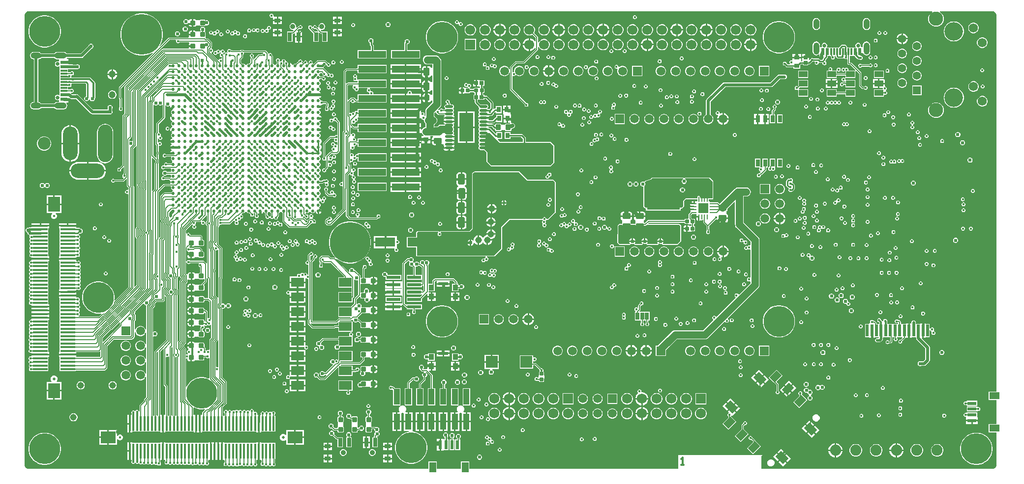
<source format=gtl>
G04*
G04 #@! TF.GenerationSoftware,Altium Limited,Altium Designer,24.10.1 (45)*
G04*
G04 Layer_Physical_Order=1*
G04 Layer_Color=255*
%FSLAX44Y44*%
%MOMM*%
G71*
G04*
G04 #@! TF.SameCoordinates,2A984072-E791-4F40-B98E-8DF9AE0FA605*
G04*
G04*
G04 #@! TF.FilePolarity,Positive*
G04*
G01*
G75*
%ADD13C,0.2540*%
%ADD16C,0.3048*%
%ADD18C,0.1270*%
%ADD19C,0.2032*%
%ADD20C,0.3810*%
%ADD26R,4.7500X1.2000*%
%ADD27R,0.9000X1.0000*%
%ADD28R,1.7000X0.5500*%
%ADD29R,9.0932X2.3876*%
%ADD30R,1.0000X2.7500*%
%ADD31R,2.1600X1.5200*%
%ADD32R,0.3500X2.5000*%
%ADD33R,2.5000X2.0000*%
%ADD34R,3.5000X1.6000*%
%ADD35R,2.4000X0.6000*%
%ADD36R,2.5000X0.3500*%
%ADD37R,2.0000X2.5000*%
G04:AMPARAMS|DCode=38|XSize=1.8mm|YSize=1.15mm|CornerRadius=0.1438mm|HoleSize=0mm|Usage=FLASHONLY|Rotation=270.000|XOffset=0mm|YOffset=0mm|HoleType=Round|Shape=RoundedRectangle|*
%AMROUNDEDRECTD38*
21,1,1.8000,0.8625,0,0,270.0*
21,1,1.5125,1.1500,0,0,270.0*
1,1,0.2875,-0.4313,-0.7563*
1,1,0.2875,-0.4313,0.7563*
1,1,0.2875,0.4313,0.7563*
1,1,0.2875,0.4313,-0.7563*
%
%ADD38ROUNDEDRECTD38*%
G04:AMPARAMS|DCode=39|XSize=0.8mm|YSize=0.8mm|CornerRadius=0.1mm|HoleSize=0mm|Usage=FLASHONLY|Rotation=180.000|XOffset=0mm|YOffset=0mm|HoleType=Round|Shape=RoundedRectangle|*
%AMROUNDEDRECTD39*
21,1,0.8000,0.6000,0,0,180.0*
21,1,0.6000,0.8000,0,0,180.0*
1,1,0.2000,-0.3000,0.3000*
1,1,0.2000,0.3000,0.3000*
1,1,0.2000,0.3000,-0.3000*
1,1,0.2000,-0.3000,-0.3000*
%
%ADD39ROUNDEDRECTD39*%
G04:AMPARAMS|DCode=40|XSize=1mm|YSize=0.9mm|CornerRadius=0.1125mm|HoleSize=0mm|Usage=FLASHONLY|Rotation=270.000|XOffset=0mm|YOffset=0mm|HoleType=Round|Shape=RoundedRectangle|*
%AMROUNDEDRECTD40*
21,1,1.0000,0.6750,0,0,270.0*
21,1,0.7750,0.9000,0,0,270.0*
1,1,0.2250,-0.3375,-0.3875*
1,1,0.2250,-0.3375,0.3875*
1,1,0.2250,0.3375,0.3875*
1,1,0.2250,0.3375,-0.3875*
%
%ADD40ROUNDEDRECTD40*%
G04:AMPARAMS|DCode=41|XSize=1.4mm|YSize=1mm|CornerRadius=0.125mm|HoleSize=0mm|Usage=FLASHONLY|Rotation=270.000|XOffset=0mm|YOffset=0mm|HoleType=Round|Shape=RoundedRectangle|*
%AMROUNDEDRECTD41*
21,1,1.4000,0.7500,0,0,270.0*
21,1,1.1500,1.0000,0,0,270.0*
1,1,0.2500,-0.3750,-0.5750*
1,1,0.2500,-0.3750,0.5750*
1,1,0.2500,0.3750,0.5750*
1,1,0.2500,0.3750,-0.5750*
%
%ADD41ROUNDEDRECTD41*%
G04:AMPARAMS|DCode=42|XSize=1.4mm|YSize=1mm|CornerRadius=0.125mm|HoleSize=0mm|Usage=FLASHONLY|Rotation=0.000|XOffset=0mm|YOffset=0mm|HoleType=Round|Shape=RoundedRectangle|*
%AMROUNDEDRECTD42*
21,1,1.4000,0.7500,0,0,0.0*
21,1,1.1500,1.0000,0,0,0.0*
1,1,0.2500,0.5750,-0.3750*
1,1,0.2500,-0.5750,-0.3750*
1,1,0.2500,-0.5750,0.3750*
1,1,0.2500,0.5750,0.3750*
%
%ADD42ROUNDEDRECTD42*%
%ADD43R,0.7500X0.9500*%
%ADD44O,1.4000X0.4500*%
%ADD45R,2.3600X4.9400*%
%ADD46R,0.9500X0.7500*%
%ADD47R,0.6400X0.6400*%
G04:AMPARAMS|DCode=48|XSize=0.6mm|YSize=0.6mm|CornerRadius=0.06mm|HoleSize=0mm|Usage=FLASHONLY|Rotation=270.000|XOffset=0mm|YOffset=0mm|HoleType=Round|Shape=RoundedRectangle|*
%AMROUNDEDRECTD48*
21,1,0.6000,0.4800,0,0,270.0*
21,1,0.4800,0.6000,0,0,270.0*
1,1,0.1200,-0.2400,-0.2400*
1,1,0.1200,-0.2400,0.2400*
1,1,0.1200,0.2400,0.2400*
1,1,0.1200,0.2400,-0.2400*
%
%ADD48ROUNDEDRECTD48*%
%ADD49R,1.1500X0.3000*%
%ADD50R,1.1500X0.6000*%
%ADD51R,0.6000X1.5500*%
%ADD52R,1.2000X1.8000*%
%ADD53R,0.7000X1.5000*%
%ADD54R,1.0000X0.8000*%
%ADD55C,0.5300*%
%ADD56R,0.5001X2.0000*%
%ADD57R,1.5000X1.0000*%
%ADD58R,0.6000X1.1500*%
%ADD59R,0.6400X0.6400*%
%ADD60R,0.7600X1.2700*%
%ADD61R,1.5500X0.6000*%
G04:AMPARAMS|DCode=62|XSize=1.9mm|YSize=1.4mm|CornerRadius=0mm|HoleSize=0mm|Usage=FLASHONLY|Rotation=135.000|XOffset=0mm|YOffset=0mm|HoleType=Round|Shape=Rectangle|*
%AMROTATEDRECTD62*
4,1,4,1.1667,-0.1768,0.1768,-1.1667,-1.1667,0.1768,-0.1768,1.1667,1.1667,-0.1768,0.0*
%
%ADD62ROTATEDRECTD62*%

%ADD63O,0.9000X0.2500*%
%ADD64R,1.8000X1.8000*%
%ADD65O,0.2500X0.9000*%
G04:AMPARAMS|DCode=66|XSize=1.7mm|YSize=1.2mm|CornerRadius=0mm|HoleSize=0mm|Usage=FLASHONLY|Rotation=45.000|XOffset=0mm|YOffset=0mm|HoleType=Round|Shape=Rectangle|*
%AMROTATEDRECTD66*
4,1,4,-0.1768,-1.0253,-1.0253,-0.1768,0.1768,1.0253,1.0253,0.1768,-0.1768,-1.0253,0.0*
%
%ADD66ROTATEDRECTD66*%

%ADD67R,2.0000X2.0000*%
G04:AMPARAMS|DCode=68|XSize=0.6mm|YSize=0.6mm|CornerRadius=0.06mm|HoleSize=0mm|Usage=FLASHONLY|Rotation=180.000|XOffset=0mm|YOffset=0mm|HoleType=Round|Shape=RoundedRectangle|*
%AMROUNDEDRECTD68*
21,1,0.6000,0.4800,0,0,180.0*
21,1,0.4800,0.6000,0,0,180.0*
1,1,0.1200,-0.2400,0.2400*
1,1,0.1200,0.2400,0.2400*
1,1,0.1200,0.2400,-0.2400*
1,1,0.1200,-0.2400,-0.2400*
%
%ADD68ROUNDEDRECTD68*%
%ADD69R,5.7000X1.6000*%
%ADD70R,0.6350X1.2700*%
%ADD71R,0.3000X1.1500*%
G04:AMPARAMS|DCode=72|XSize=0.8mm|YSize=0.8mm|CornerRadius=0.1mm|HoleSize=0mm|Usage=FLASHONLY|Rotation=270.000|XOffset=0mm|YOffset=0mm|HoleType=Round|Shape=RoundedRectangle|*
%AMROUNDEDRECTD72*
21,1,0.8000,0.6000,0,0,270.0*
21,1,0.6000,0.8000,0,0,270.0*
1,1,0.2000,-0.3000,-0.3000*
1,1,0.2000,-0.3000,0.3000*
1,1,0.2000,0.3000,0.3000*
1,1,0.2000,0.3000,-0.3000*
%
%ADD72ROUNDEDRECTD72*%
%ADD73R,1.8000X1.2000*%
G04:AMPARAMS|DCode=123|XSize=1mm|YSize=1.8mm|CornerRadius=0.5mm|HoleSize=0mm|Usage=FLASHONLY|Rotation=270.000|XOffset=0mm|YOffset=0mm|HoleType=Round|Shape=RoundedRectangle|*
%AMROUNDEDRECTD123*
21,1,1.0000,0.8000,0,0,270.0*
21,1,0.0000,1.8000,0,0,270.0*
1,1,1.0000,-0.4000,0.0000*
1,1,1.0000,-0.4000,0.0000*
1,1,1.0000,0.4000,0.0000*
1,1,1.0000,0.4000,0.0000*
%
%ADD123ROUNDEDRECTD123*%
G04:AMPARAMS|DCode=124|XSize=1mm|YSize=2.1mm|CornerRadius=0.5mm|HoleSize=0mm|Usage=FLASHONLY|Rotation=270.000|XOffset=0mm|YOffset=0mm|HoleType=Round|Shape=RoundedRectangle|*
%AMROUNDEDRECTD124*
21,1,1.0000,1.1000,0,0,270.0*
21,1,0.0000,2.1000,0,0,270.0*
1,1,1.0000,-0.5500,0.0000*
1,1,1.0000,-0.5500,0.0000*
1,1,1.0000,0.5500,0.0000*
1,1,1.0000,0.5500,0.0000*
%
%ADD124ROUNDEDRECTD124*%
%ADD125C,0.6500*%
%ADD127C,0.9000*%
%ADD130C,1.3900*%
%ADD135C,1.5700*%
%ADD138C,3.2000*%
%ADD139R,1.3900X1.3900*%
%ADD140C,2.4500*%
G04:AMPARAMS|DCode=141|XSize=1mm|YSize=1.8mm|CornerRadius=0.5mm|HoleSize=0mm|Usage=FLASHONLY|Rotation=180.000|XOffset=0mm|YOffset=0mm|HoleType=Round|Shape=RoundedRectangle|*
%AMROUNDEDRECTD141*
21,1,1.0000,0.8000,0,0,180.0*
21,1,0.0000,1.8000,0,0,180.0*
1,1,1.0000,0.0000,0.4000*
1,1,1.0000,0.0000,0.4000*
1,1,1.0000,0.0000,-0.4000*
1,1,1.0000,0.0000,-0.4000*
%
%ADD141ROUNDEDRECTD141*%
G04:AMPARAMS|DCode=142|XSize=1mm|YSize=2.1mm|CornerRadius=0.5mm|HoleSize=0mm|Usage=FLASHONLY|Rotation=180.000|XOffset=0mm|YOffset=0mm|HoleType=Round|Shape=RoundedRectangle|*
%AMROUNDEDRECTD142*
21,1,1.0000,1.1000,0,0,180.0*
21,1,0.0000,2.1000,0,0,180.0*
1,1,1.0000,0.0000,0.5500*
1,1,1.0000,0.0000,0.5500*
1,1,1.0000,0.0000,-0.5500*
1,1,1.0000,0.0000,-0.5500*
%
%ADD142ROUNDEDRECTD142*%
%ADD145C,0.5080*%
%ADD146C,1.2700*%
%ADD147C,0.1524*%
%ADD148C,0.6350*%
%ADD149C,0.7620*%
%ADD150C,0.4750*%
%ADD151C,0.3750*%
G04:AMPARAMS|DCode=152|XSize=5.8mm|YSize=2.5mm|CornerRadius=1.25mm|HoleSize=0mm|Usage=FLASHONLY|Rotation=0.000|XOffset=0mm|YOffset=0mm|HoleType=Round|Shape=RoundedRectangle|*
%AMROUNDEDRECTD152*
21,1,5.8000,0.0000,0,0,0.0*
21,1,3.3000,2.5000,0,0,0.0*
1,1,2.5000,1.6500,0.0000*
1,1,2.5000,-1.6500,0.0000*
1,1,2.5000,-1.6500,0.0000*
1,1,2.5000,1.6500,0.0000*
%
%ADD152ROUNDEDRECTD152*%
G04:AMPARAMS|DCode=153|XSize=5.8mm|YSize=2.5mm|CornerRadius=1.25mm|HoleSize=0mm|Usage=FLASHONLY|Rotation=270.000|XOffset=0mm|YOffset=0mm|HoleType=Round|Shape=RoundedRectangle|*
%AMROUNDEDRECTD153*
21,1,5.8000,0.0000,0,0,270.0*
21,1,3.3000,2.5000,0,0,270.0*
1,1,2.5000,0.0000,-1.6500*
1,1,2.5000,0.0000,1.6500*
1,1,2.5000,0.0000,1.6500*
1,1,2.5000,0.0000,-1.6500*
%
%ADD153ROUNDEDRECTD153*%
G04:AMPARAMS|DCode=154|XSize=6.5mm|YSize=2.5mm|CornerRadius=1.25mm|HoleSize=0mm|Usage=FLASHONLY|Rotation=270.000|XOffset=0mm|YOffset=0mm|HoleType=Round|Shape=RoundedRectangle|*
%AMROUNDEDRECTD154*
21,1,6.5000,0.0000,0,0,270.0*
21,1,4.0000,2.5000,0,0,270.0*
1,1,2.5000,0.0000,-2.0000*
1,1,2.5000,0.0000,2.0000*
1,1,2.5000,0.0000,2.0000*
1,1,2.5000,0.0000,-2.0000*
%
%ADD154ROUNDEDRECTD154*%
%ADD155C,2.2000*%
%ADD156C,1.5000*%
%ADD157R,1.5000X1.5000*%
%ADD158C,0.3556*%
%ADD159C,5.3000*%
%ADD160C,7.0000*%
%ADD161R,1.5000X1.5000*%
%ADD162C,0.6000*%
%ADD163C,1.7000*%
%ADD164C,1.9000*%
%ADD165C,1.7272*%
%ADD166C,1.2000*%
%ADD167R,1.7000X1.7000*%
%ADD168R,1.6764X1.6764*%
%ADD169C,0.4064*%
%ADD170C,0.6096*%
%ADD171C,1.1430*%
%ADD172C,0.6000*%
%ADD173C,0.5000*%
G36*
X1306619Y94401D02*
X1306959Y93131D01*
X1304998Y91999D01*
X1302481Y89481D01*
X1300701Y86398D01*
X1299780Y82960D01*
Y79400D01*
X1300701Y75961D01*
X1302481Y72878D01*
X1304998Y70361D01*
X1308082Y68581D01*
X1311520Y67660D01*
X1315080D01*
X1318519Y68581D01*
X1321601Y70361D01*
X1324119Y72878D01*
X1325899Y75961D01*
X1326820Y79400D01*
Y82960D01*
X1325899Y86398D01*
X1324119Y89481D01*
X1321601Y91999D01*
X1319641Y93131D01*
X1319981Y94401D01*
X1409900D01*
X1410641D01*
X1412094Y94112D01*
X1413462Y93545D01*
X1414694Y92722D01*
X1415742Y91674D01*
X1416565Y90442D01*
X1417132Y89074D01*
X1417421Y87621D01*
Y86880D01*
Y-561550D01*
X1403490D01*
Y-576090D01*
X1417421D01*
Y-617550D01*
X1403490D01*
Y-632090D01*
X1417421D01*
Y-687720D01*
Y-688461D01*
X1417132Y-689914D01*
X1416565Y-691282D01*
X1415742Y-692514D01*
X1414694Y-693562D01*
X1413462Y-694385D01*
X1412094Y-694952D01*
X1410641Y-695241D01*
X1409900D01*
X1012444Y-695241D01*
Y-673354D01*
X1013460Y-672338D01*
X1013460Y-672338D01*
X1014222Y-671576D01*
X1013714Y-671068D01*
X1012934Y-671068D01*
X1012934Y-671068D01*
X998012D01*
X997989Y-669798D01*
X998863Y-668923D01*
X1011789Y-655998D01*
X1001660Y-645869D01*
X1001534Y-645236D01*
X1001113Y-644606D01*
X999238Y-642730D01*
X998608Y-642309D01*
X997864Y-642161D01*
X997771D01*
X997218Y-641609D01*
Y-640929D01*
X996715Y-639716D01*
X995787Y-638787D01*
X994573Y-638284D01*
X993259D01*
X992046Y-638787D01*
X991117Y-639716D01*
X990614Y-640929D01*
Y-642243D01*
X991117Y-643457D01*
X992046Y-644386D01*
X993259Y-644888D01*
X994573D01*
X994878Y-644762D01*
X995593Y-645477D01*
X995593Y-645477D01*
X996223Y-645898D01*
X996966Y-646046D01*
X997798Y-646902D01*
Y-649426D01*
X987691Y-659533D01*
X997074Y-668917D01*
X997955Y-669798D01*
X997932Y-671068D01*
X869696D01*
Y-695241D01*
X509870Y-695240D01*
Y-681900D01*
X495330D01*
Y-695240D01*
X453870D01*
Y-681900D01*
X439330D01*
Y-695240D01*
X-248380Y-695240D01*
X-248381Y-695241D01*
X-248382Y-695240D01*
X-248703Y-695241D01*
X-249441D01*
X-250894Y-694952D01*
X-252262Y-694385D01*
X-253494Y-693562D01*
X-254542Y-692514D01*
X-255365Y-691282D01*
X-255932Y-689914D01*
X-256221Y-688461D01*
Y-687720D01*
Y86880D01*
Y87621D01*
X-255932Y89074D01*
X-255365Y90442D01*
X-254542Y91674D01*
X-253494Y92722D01*
X-252262Y93545D01*
X-250894Y94112D01*
X-249441Y94401D01*
X-248880Y94401D01*
X-248879Y94401D01*
X1306619Y94401D01*
D02*
G37*
%LPC*%
G36*
X795169Y87376D02*
X793855D01*
X792642Y86873D01*
X791713Y85944D01*
X791210Y84731D01*
Y83417D01*
X791713Y82204D01*
X792642Y81275D01*
X793855Y80772D01*
X795169D01*
X796382Y81275D01*
X797311Y82204D01*
X797814Y83417D01*
Y84731D01*
X797311Y85944D01*
X796382Y86873D01*
X795169Y87376D01*
D02*
G37*
G36*
X289920Y85000D02*
X283650D01*
Y79730D01*
X289920D01*
Y85000D01*
D02*
G37*
G36*
X186920D02*
X180650D01*
Y79730D01*
X186920D01*
Y85000D01*
D02*
G37*
G36*
X169661Y90264D02*
X168347D01*
X167134Y89761D01*
X166205Y88832D01*
X165702Y87619D01*
Y86305D01*
X166205Y85091D01*
X167134Y84163D01*
X168347Y83660D01*
X169661D01*
X170570Y84037D01*
X171509Y83617D01*
X171840Y83332D01*
Y79730D01*
X178110D01*
Y85000D01*
X173140D01*
X172291Y86270D01*
X172306Y86305D01*
Y87619D01*
X171803Y88832D01*
X170874Y89761D01*
X169661Y90264D01*
D02*
G37*
G36*
X281110Y85000D02*
X274840D01*
Y79730D01*
X281110D01*
Y85000D01*
D02*
G37*
G36*
X32281Y80949D02*
X30552D01*
X29170Y80675D01*
X27999Y79892D01*
X27217Y78721D01*
X27180Y78534D01*
X25859Y78404D01*
X25759Y78646D01*
X24544Y79861D01*
X22957Y80518D01*
X21239D01*
X19652Y79861D01*
X18437Y78646D01*
X17780Y77059D01*
Y75341D01*
X18437Y73754D01*
X19652Y72539D01*
X21239Y71882D01*
X22957D01*
X24544Y72539D01*
X25672Y73668D01*
X26082Y73628D01*
X26942Y73293D01*
Y71340D01*
X27217Y69959D01*
X27999Y68788D01*
X29170Y68005D01*
X30552Y67731D01*
X32281D01*
Y74340D01*
Y80949D01*
D02*
G37*
G36*
X289920Y77190D02*
X283650D01*
Y71920D01*
X289920D01*
Y77190D01*
D02*
G37*
G36*
X281110D02*
X274840D01*
Y71920D01*
X281110D01*
Y77190D01*
D02*
G37*
G36*
X186920D02*
X180650D01*
Y71920D01*
X186920D01*
Y77190D01*
D02*
G37*
G36*
X178110D02*
X171840D01*
Y71920D01*
X178110D01*
Y77190D01*
D02*
G37*
G36*
X36551Y80949D02*
X34821D01*
Y74340D01*
Y67731D01*
X36551D01*
X37933Y68005D01*
X39104Y68788D01*
X39473Y69340D01*
X46459D01*
X46666Y69202D01*
X47551Y69026D01*
X53552D01*
X54437Y69202D01*
X55188Y69703D01*
X55690Y70454D01*
X55805Y70516D01*
X56799Y70104D01*
X58517D01*
X60104Y70761D01*
X61319Y71976D01*
X61976Y73563D01*
Y75281D01*
X61319Y76868D01*
X60104Y78083D01*
X58517Y78740D01*
X56799D01*
X55661Y78269D01*
X55188Y78977D01*
X54437Y79478D01*
X53552Y79654D01*
X47551D01*
X46666Y79478D01*
X46459Y79340D01*
X39473D01*
X39104Y79892D01*
X37933Y80675D01*
X36551Y80949D01*
D02*
G37*
G36*
X489099Y78994D02*
X487785D01*
X486572Y78491D01*
X485643Y77562D01*
X485140Y76349D01*
Y75035D01*
X485643Y73822D01*
X486572Y72893D01*
X487785Y72390D01*
X489099D01*
X490312Y72893D01*
X491490Y72274D01*
Y71733D01*
X491993Y70520D01*
X492922Y69591D01*
X494135Y69088D01*
X495449D01*
X496662Y69591D01*
X497591Y70520D01*
X498094Y71733D01*
Y73047D01*
X497591Y74260D01*
X496662Y75189D01*
X495449Y75692D01*
X494135D01*
X492922Y75189D01*
X491744Y75808D01*
Y76349D01*
X491241Y77562D01*
X490312Y78491D01*
X489099Y78994D01*
D02*
G37*
G36*
X310537Y73914D02*
X309223D01*
X308010Y73411D01*
X307081Y72482D01*
X306578Y71269D01*
Y69955D01*
X307081Y68742D01*
X308010Y67813D01*
X309223Y67310D01*
X310537D01*
X311750Y67813D01*
X312679Y68742D01*
X313182Y69955D01*
Y71269D01*
X312679Y72482D01*
X311750Y73411D01*
X310537Y73914D01*
D02*
G37*
G36*
X370683Y75438D02*
X368965D01*
X367378Y74781D01*
X366163Y73566D01*
X365506Y71979D01*
Y70261D01*
X366163Y68674D01*
X367378Y67459D01*
X368965Y66802D01*
X370683D01*
X372270Y67459D01*
X373485Y68674D01*
X374142Y70261D01*
Y71979D01*
X373485Y73566D01*
X372270Y74781D01*
X370683Y75438D01*
D02*
G37*
G36*
X257028Y73730D02*
X254732D01*
X252612Y72852D01*
X250988Y71228D01*
X250110Y69108D01*
Y66812D01*
X250127Y66772D01*
X249050Y66053D01*
X246673Y68429D01*
X246560Y68505D01*
X246385Y68926D01*
X245456Y69855D01*
X244243Y70358D01*
X242929D01*
X241716Y69855D01*
X240787Y68926D01*
X240284Y67713D01*
Y66399D01*
X240787Y65186D01*
X241716Y64257D01*
X242929Y63754D01*
X244243D01*
X245383Y64226D01*
X249206Y60403D01*
X248720Y59230D01*
X243857D01*
X238460Y64626D01*
X238511Y64678D01*
X239014Y65891D01*
Y67205D01*
X238511Y68418D01*
X237582Y69347D01*
X236369Y69850D01*
X235055D01*
X233842Y69347D01*
X232913Y68418D01*
X232410Y67205D01*
Y65891D01*
X232913Y64678D01*
X233842Y63749D01*
X234072Y63653D01*
X234339Y63255D01*
X241110Y56483D01*
Y41690D01*
X250650D01*
Y57300D01*
X251823Y57786D01*
X253657Y55952D01*
X253657Y55952D01*
X254288Y55531D01*
X255031Y55383D01*
X256110D01*
Y41690D01*
X265650D01*
Y59230D01*
X258203D01*
X258015Y59267D01*
X255835D01*
X253973Y61130D01*
X254692Y62207D01*
X254732Y62190D01*
X257028D01*
X259148Y63068D01*
X260772Y64692D01*
X261650Y66812D01*
Y69108D01*
X260772Y71228D01*
X259148Y72852D01*
X257028Y73730D01*
D02*
G37*
G36*
X207028D02*
X204732D01*
X202612Y72852D01*
X200988Y71228D01*
X200110Y69108D01*
Y66812D01*
X200988Y64692D01*
X202612Y63068D01*
X204732Y62190D01*
X206803D01*
X207239Y61566D01*
X207426Y61017D01*
X205676Y59267D01*
X203745D01*
X203745Y59267D01*
X203557Y59230D01*
X196110D01*
Y41690D01*
X205650D01*
Y55383D01*
X206481D01*
X207224Y55531D01*
X207854Y55952D01*
X208667Y56764D01*
X209840Y56278D01*
Y51730D01*
X214610D01*
Y60500D01*
X214062D01*
X213576Y61673D01*
X216619Y64716D01*
X217078Y64257D01*
X218291Y63754D01*
X219605D01*
X220818Y64257D01*
X221747Y65186D01*
X222250Y66399D01*
Y67713D01*
X221747Y68926D01*
X220818Y69855D01*
X219605Y70358D01*
X218291D01*
X217078Y69855D01*
X216221Y68998D01*
X216212D01*
X215469Y68850D01*
X214839Y68429D01*
X214839Y68429D01*
X212823Y66414D01*
X212274Y66601D01*
X211650Y67037D01*
Y69108D01*
X210772Y71228D01*
X209148Y72852D01*
X207028Y73730D01*
D02*
G37*
G36*
X919153Y73320D02*
X918970D01*
Y63550D01*
X928740D01*
Y63733D01*
X927988Y66541D01*
X926534Y69059D01*
X924479Y71114D01*
X921961Y72568D01*
X919153Y73320D01*
D02*
G37*
G36*
X916430D02*
X916247D01*
X913439Y72568D01*
X910921Y71114D01*
X908866Y69059D01*
X907412Y66541D01*
X906660Y63733D01*
Y63550D01*
X916430D01*
Y73320D01*
D02*
G37*
G36*
X868353D02*
X868170D01*
Y63550D01*
X877940D01*
Y63733D01*
X877188Y66541D01*
X875734Y69059D01*
X873679Y71114D01*
X871161Y72568D01*
X868353Y73320D01*
D02*
G37*
G36*
X865630D02*
X865447D01*
X862639Y72568D01*
X860121Y71114D01*
X858066Y69059D01*
X856612Y66541D01*
X855860Y63733D01*
Y63550D01*
X865630D01*
Y73320D01*
D02*
G37*
G36*
X741353D02*
X741170D01*
Y63550D01*
X750940D01*
Y63733D01*
X750188Y66541D01*
X748734Y69059D01*
X746679Y71114D01*
X744161Y72568D01*
X741353Y73320D01*
D02*
G37*
G36*
X738630D02*
X738447D01*
X735639Y72568D01*
X733121Y71114D01*
X731066Y69059D01*
X729612Y66541D01*
X728860Y63733D01*
Y63550D01*
X738630D01*
Y73320D01*
D02*
G37*
G36*
X665153D02*
X664970D01*
Y63550D01*
X674740D01*
Y63733D01*
X673988Y66541D01*
X672534Y69059D01*
X670479Y71114D01*
X667961Y72568D01*
X665153Y73320D01*
D02*
G37*
G36*
X662430D02*
X662247D01*
X659439Y72568D01*
X656921Y71114D01*
X654866Y69059D01*
X653412Y66541D01*
X652660Y63733D01*
Y63550D01*
X662430D01*
Y73320D01*
D02*
G37*
G36*
X563553D02*
X563370D01*
Y63550D01*
X573140D01*
Y63733D01*
X572388Y66541D01*
X570934Y69059D01*
X568879Y71114D01*
X566361Y72568D01*
X563553Y73320D01*
D02*
G37*
G36*
X560830D02*
X560647D01*
X557839Y72568D01*
X555321Y71114D01*
X553266Y69059D01*
X551812Y66541D01*
X551060Y63733D01*
Y63550D01*
X560830D01*
Y73320D01*
D02*
G37*
G36*
X165538Y69180D02*
X164225D01*
X163011Y68677D01*
X162082Y67748D01*
X161579Y66534D01*
Y65221D01*
X160707Y64008D01*
X160379D01*
X159166Y63505D01*
X158237Y62576D01*
X158167Y62409D01*
X156793D01*
X156723Y62576D01*
X155794Y63505D01*
X154581Y64008D01*
X153267D01*
X152054Y63505D01*
X151125Y62576D01*
X150622Y61363D01*
Y60049D01*
X151125Y58836D01*
X152054Y57907D01*
X153267Y57404D01*
X154581D01*
X155794Y57907D01*
X156723Y58836D01*
X156793Y59003D01*
X158167D01*
X158237Y58836D01*
X159166Y57907D01*
X160379Y57404D01*
X161693D01*
X162906Y57907D01*
X163835Y58836D01*
X164338Y60049D01*
Y61363D01*
X165210Y62576D01*
X165538D01*
X166752Y63078D01*
X167681Y64007D01*
X168183Y65221D01*
Y66534D01*
X167681Y67748D01*
X166752Y68677D01*
X165538Y69180D01*
D02*
G37*
G36*
X1193300Y82523D02*
X1190854Y82036D01*
X1188780Y80650D01*
X1187394Y78576D01*
X1186907Y76130D01*
Y68130D01*
X1187394Y65684D01*
X1188780Y63610D01*
X1190854Y62224D01*
X1193300Y61737D01*
X1195746Y62224D01*
X1197820Y63610D01*
X1199206Y65684D01*
X1199693Y68130D01*
Y76130D01*
X1199206Y78576D01*
X1197820Y80650D01*
X1195746Y82036D01*
X1193300Y82523D01*
D02*
G37*
G36*
X1106900D02*
X1104454Y82036D01*
X1102380Y80650D01*
X1100994Y78576D01*
X1100507Y76130D01*
Y68130D01*
X1100994Y65684D01*
X1102380Y63610D01*
X1104454Y62224D01*
X1106900Y61737D01*
X1109346Y62224D01*
X1111420Y63610D01*
X1112806Y65684D01*
X1113293Y68130D01*
Y76130D01*
X1112806Y78576D01*
X1111420Y80650D01*
X1109346Y82036D01*
X1106900Y82523D01*
D02*
G37*
G36*
X21433Y67818D02*
X19715D01*
X18128Y67161D01*
X16913Y65946D01*
X16256Y64359D01*
Y62641D01*
X16913Y61054D01*
X18128Y59839D01*
X19715Y59182D01*
X21433D01*
X23020Y59839D01*
X24235Y61054D01*
X24892Y62641D01*
Y64359D01*
X24235Y65946D01*
X23020Y67161D01*
X21433Y67818D01*
D02*
G37*
G36*
X289920Y64000D02*
X283650D01*
Y58730D01*
X289920D01*
Y64000D01*
D02*
G37*
G36*
X186920D02*
X180650D01*
Y58730D01*
X186920D01*
Y64000D01*
D02*
G37*
G36*
X178110D02*
X171840D01*
Y58730D01*
X178110D01*
Y64000D01*
D02*
G37*
G36*
X281110D02*
X274840D01*
Y58730D01*
X281110D01*
Y64000D01*
D02*
G37*
G36*
X76857Y62992D02*
X75543D01*
X74330Y62489D01*
X73401Y61560D01*
X72898Y60347D01*
Y60092D01*
X71777Y59182D01*
X70463D01*
X69250Y58679D01*
X67900Y59126D01*
X67799Y59370D01*
X66870Y60299D01*
X65657Y60802D01*
X64343D01*
X63130Y60299D01*
X62201Y59370D01*
X61698Y58157D01*
Y56843D01*
X62201Y55630D01*
X63130Y54701D01*
X64343Y54198D01*
X65657D01*
X66870Y54701D01*
X68219Y54254D01*
X68321Y54010D01*
X69250Y53081D01*
X70463Y52578D01*
X71777D01*
X72990Y53081D01*
X73919Y54010D01*
X74422Y55223D01*
Y55478D01*
X75543Y56388D01*
X76857D01*
X78070Y56891D01*
X78999Y57820D01*
X79502Y59033D01*
Y60347D01*
X78999Y61560D01*
X78070Y62489D01*
X76857Y62992D01*
D02*
G37*
G36*
X139341Y65024D02*
X138027D01*
X136814Y64521D01*
X135885Y63592D01*
X135382Y62379D01*
Y61065D01*
X135885Y59852D01*
X136814Y58923D01*
X138027Y58420D01*
X139341D01*
X140554Y58923D01*
X140968Y59337D01*
X142032Y59556D01*
X142562Y59271D01*
X143164Y58669D01*
X144377Y58166D01*
X145691D01*
X146904Y58669D01*
X147833Y59598D01*
X148336Y60811D01*
Y62125D01*
X147833Y63338D01*
X146904Y64267D01*
X145691Y64770D01*
X144377D01*
X143164Y64267D01*
X142750Y63854D01*
X141686Y63634D01*
X141156Y63919D01*
X140554Y64521D01*
X139341Y65024D01*
D02*
G37*
G36*
X131467Y64262D02*
X130153D01*
X128940Y63759D01*
X128011Y62830D01*
X127508Y61617D01*
Y60303D01*
X128011Y59090D01*
X128940Y58161D01*
X130153Y57658D01*
X131467D01*
X132680Y58161D01*
X133609Y59090D01*
X134112Y60303D01*
Y61617D01*
X133609Y62830D01*
X132680Y63759D01*
X131467Y64262D01*
D02*
G37*
G36*
X1378801Y74800D02*
X1376399D01*
X1374080Y74178D01*
X1372000Y72978D01*
X1370302Y71280D01*
X1369102Y69200D01*
X1368480Y66881D01*
Y64479D01*
X1369102Y62160D01*
X1370302Y60080D01*
X1372000Y58382D01*
X1374080Y57182D01*
X1376399Y56560D01*
X1378801D01*
X1381120Y57182D01*
X1383200Y58382D01*
X1384898Y60080D01*
X1386098Y62160D01*
X1386720Y64479D01*
Y66881D01*
X1386098Y69200D01*
X1384898Y71280D01*
X1383200Y72978D01*
X1381120Y74178D01*
X1378801Y74800D01*
D02*
G37*
G36*
X94637Y62992D02*
X93323D01*
X92110Y62489D01*
X91181Y61560D01*
X90678Y60347D01*
Y59033D01*
X91181Y57820D01*
X92110Y56891D01*
X93323Y56388D01*
X94637D01*
X95850Y56891D01*
X96779Y57820D01*
X97282Y59033D01*
Y60347D01*
X96779Y61560D01*
X95850Y62489D01*
X94637Y62992D01*
D02*
G37*
G36*
X32281Y60949D02*
X30552D01*
X29170Y60675D01*
X27999Y59892D01*
X27217Y58721D01*
X26942Y57340D01*
Y55610D01*
X32281D01*
Y60949D01*
D02*
G37*
G36*
X1226377Y60424D02*
X1225063D01*
X1223850Y59921D01*
X1222921Y58993D01*
X1222418Y57779D01*
Y56465D01*
X1222921Y55252D01*
X1223850Y54323D01*
X1225063Y53820D01*
X1226377D01*
X1227591Y54323D01*
X1228520Y55252D01*
X1229022Y56465D01*
Y57779D01*
X1228520Y58993D01*
X1227591Y59921D01*
X1226377Y60424D01*
D02*
G37*
G36*
X1216377D02*
X1215063D01*
X1213850Y59921D01*
X1212921Y58993D01*
X1212418Y57779D01*
Y56465D01*
X1212921Y55252D01*
X1213850Y54323D01*
X1215063Y53820D01*
X1216377D01*
X1217591Y54323D01*
X1218520Y55252D01*
X1219022Y56465D01*
Y57779D01*
X1218520Y58993D01*
X1217591Y59921D01*
X1216377Y60424D01*
D02*
G37*
G36*
X107337Y61722D02*
X106023D01*
X104810Y61219D01*
X103881Y60290D01*
X103737Y59943D01*
X102257Y59182D01*
X100943D01*
X99730Y58679D01*
X98801Y57750D01*
X98298Y56537D01*
Y55223D01*
X98801Y54010D01*
X99730Y53081D01*
X100943Y52578D01*
X102257D01*
X103470Y53081D01*
X104399Y54010D01*
X104543Y54356D01*
X106023Y55118D01*
X107337D01*
X108817Y54356D01*
X108961Y54010D01*
X109890Y53081D01*
X111103Y52578D01*
X112417D01*
X113630Y53081D01*
X114559Y54010D01*
X115062Y55223D01*
Y56537D01*
X114559Y57750D01*
X113630Y58679D01*
X112417Y59182D01*
X111103D01*
X109623Y59943D01*
X109479Y60290D01*
X108550Y61219D01*
X107337Y61722D01*
D02*
G37*
G36*
X995186Y72050D02*
X992614D01*
X990129Y71384D01*
X987901Y70098D01*
X986082Y68279D01*
X984796Y66051D01*
X984130Y63566D01*
Y60994D01*
X984796Y58509D01*
X986082Y56281D01*
X987901Y54462D01*
X990129Y53176D01*
X992614Y52510D01*
X995186D01*
X997671Y53176D01*
X999899Y54462D01*
X1001718Y56281D01*
X1003004Y58509D01*
X1003670Y60994D01*
Y63566D01*
X1003004Y66051D01*
X1001718Y68279D01*
X999899Y70098D01*
X997671Y71384D01*
X995186Y72050D01*
D02*
G37*
G36*
X969786D02*
X967214D01*
X964729Y71384D01*
X962501Y70098D01*
X960682Y68279D01*
X959396Y66051D01*
X958730Y63566D01*
Y60994D01*
X959396Y58509D01*
X960682Y56281D01*
X962501Y54462D01*
X964729Y53176D01*
X967214Y52510D01*
X969786D01*
X972271Y53176D01*
X974499Y54462D01*
X976318Y56281D01*
X977604Y58509D01*
X978270Y60994D01*
Y63566D01*
X977604Y66051D01*
X976318Y68279D01*
X974499Y70098D01*
X972271Y71384D01*
X969786Y72050D01*
D02*
G37*
G36*
X944386D02*
X941814D01*
X939329Y71384D01*
X937101Y70098D01*
X935282Y68279D01*
X933996Y66051D01*
X933330Y63566D01*
Y60994D01*
X933996Y58509D01*
X935282Y56281D01*
X937101Y54462D01*
X939329Y53176D01*
X941814Y52510D01*
X944386D01*
X946871Y53176D01*
X949099Y54462D01*
X950918Y56281D01*
X952204Y58509D01*
X952870Y60994D01*
Y63566D01*
X952204Y66051D01*
X950918Y68279D01*
X949099Y70098D01*
X946871Y71384D01*
X944386Y72050D01*
D02*
G37*
G36*
X893586D02*
X891014D01*
X888529Y71384D01*
X886301Y70098D01*
X884482Y68279D01*
X883196Y66051D01*
X882530Y63566D01*
Y60994D01*
X883196Y58509D01*
X884482Y56281D01*
X886301Y54462D01*
X888529Y53176D01*
X891014Y52510D01*
X893586D01*
X896071Y53176D01*
X898299Y54462D01*
X900118Y56281D01*
X901404Y58509D01*
X902070Y60994D01*
Y63566D01*
X901404Y66051D01*
X900118Y68279D01*
X898299Y70098D01*
X896071Y71384D01*
X893586Y72050D01*
D02*
G37*
G36*
X842786D02*
X840214D01*
X837729Y71384D01*
X835501Y70098D01*
X833682Y68279D01*
X832396Y66051D01*
X831730Y63566D01*
Y60994D01*
X832396Y58509D01*
X833682Y56281D01*
X835501Y54462D01*
X837729Y53176D01*
X840214Y52510D01*
X842786D01*
X845271Y53176D01*
X847499Y54462D01*
X849318Y56281D01*
X850604Y58509D01*
X851270Y60994D01*
Y63566D01*
X850604Y66051D01*
X849318Y68279D01*
X847499Y70098D01*
X845271Y71384D01*
X842786Y72050D01*
D02*
G37*
G36*
X817386D02*
X814814D01*
X812329Y71384D01*
X810101Y70098D01*
X808282Y68279D01*
X806996Y66051D01*
X806330Y63566D01*
Y60994D01*
X806996Y58509D01*
X808282Y56281D01*
X810101Y54462D01*
X812329Y53176D01*
X814814Y52510D01*
X817386D01*
X819871Y53176D01*
X822099Y54462D01*
X823918Y56281D01*
X825204Y58509D01*
X825870Y60994D01*
Y63566D01*
X825204Y66051D01*
X823918Y68279D01*
X822099Y70098D01*
X819871Y71384D01*
X817386Y72050D01*
D02*
G37*
G36*
X791986D02*
X789414D01*
X786929Y71384D01*
X784701Y70098D01*
X782882Y68279D01*
X781596Y66051D01*
X780930Y63566D01*
Y60994D01*
X781596Y58509D01*
X782882Y56281D01*
X784701Y54462D01*
X786929Y53176D01*
X789414Y52510D01*
X791986D01*
X794471Y53176D01*
X796699Y54462D01*
X798518Y56281D01*
X799804Y58509D01*
X800470Y60994D01*
Y63566D01*
X799804Y66051D01*
X798518Y68279D01*
X796699Y70098D01*
X794471Y71384D01*
X791986Y72050D01*
D02*
G37*
G36*
X766586D02*
X764014D01*
X761529Y71384D01*
X759301Y70098D01*
X757482Y68279D01*
X756196Y66051D01*
X755530Y63566D01*
Y60994D01*
X756196Y58509D01*
X757482Y56281D01*
X759301Y54462D01*
X761529Y53176D01*
X764014Y52510D01*
X766586D01*
X769071Y53176D01*
X771299Y54462D01*
X773118Y56281D01*
X774404Y58509D01*
X775070Y60994D01*
Y63566D01*
X774404Y66051D01*
X773118Y68279D01*
X771299Y70098D01*
X769071Y71384D01*
X766586Y72050D01*
D02*
G37*
G36*
X715786D02*
X713214D01*
X710729Y71384D01*
X708501Y70098D01*
X706682Y68279D01*
X705396Y66051D01*
X704730Y63566D01*
Y60994D01*
X705396Y58509D01*
X706682Y56281D01*
X708501Y54462D01*
X710729Y53176D01*
X713214Y52510D01*
X715786D01*
X718271Y53176D01*
X720499Y54462D01*
X722318Y56281D01*
X723604Y58509D01*
X724270Y60994D01*
Y63566D01*
X723604Y66051D01*
X722318Y68279D01*
X720499Y70098D01*
X718271Y71384D01*
X715786Y72050D01*
D02*
G37*
G36*
X690386D02*
X687814D01*
X685329Y71384D01*
X683101Y70098D01*
X681282Y68279D01*
X679996Y66051D01*
X679330Y63566D01*
Y60994D01*
X679996Y58509D01*
X681282Y56281D01*
X683101Y54462D01*
X685329Y53176D01*
X687814Y52510D01*
X690386D01*
X692871Y53176D01*
X695099Y54462D01*
X696918Y56281D01*
X698204Y58509D01*
X698870Y60994D01*
Y63566D01*
X698204Y66051D01*
X696918Y68279D01*
X695099Y70098D01*
X692871Y71384D01*
X690386Y72050D01*
D02*
G37*
G36*
X639586D02*
X637014D01*
X634529Y71384D01*
X632301Y70098D01*
X630482Y68279D01*
X629196Y66051D01*
X628530Y63566D01*
Y60994D01*
X629196Y58509D01*
X630482Y56281D01*
X632301Y54462D01*
X634529Y53176D01*
X637014Y52510D01*
X639586D01*
X642071Y53176D01*
X644299Y54462D01*
X646118Y56281D01*
X647404Y58509D01*
X648070Y60994D01*
Y63566D01*
X647404Y66051D01*
X646118Y68279D01*
X644299Y70098D01*
X642071Y71384D01*
X639586Y72050D01*
D02*
G37*
G36*
X588786D02*
X586214D01*
X583729Y71384D01*
X581501Y70098D01*
X579682Y68279D01*
X578396Y66051D01*
X577730Y63566D01*
Y60994D01*
X578396Y58509D01*
X579682Y56281D01*
X581501Y54462D01*
X583729Y53176D01*
X586214Y52510D01*
X588786D01*
X591271Y53176D01*
X593499Y54462D01*
X595318Y56281D01*
X596604Y58509D01*
X597270Y60994D01*
Y63566D01*
X596604Y66051D01*
X595318Y68279D01*
X593499Y70098D01*
X591271Y71384D01*
X588786Y72050D01*
D02*
G37*
G36*
X537986D02*
X535414D01*
X532929Y71384D01*
X530701Y70098D01*
X528882Y68279D01*
X527596Y66051D01*
X526930Y63566D01*
Y60994D01*
X527596Y58509D01*
X528882Y56281D01*
X530701Y54462D01*
X532929Y53176D01*
X535414Y52510D01*
X537986D01*
X540471Y53176D01*
X542699Y54462D01*
X544518Y56281D01*
X545804Y58509D01*
X546470Y60994D01*
Y63566D01*
X545804Y66051D01*
X544518Y68279D01*
X542699Y70098D01*
X540471Y71384D01*
X537986Y72050D01*
D02*
G37*
G36*
X512586D02*
X510014D01*
X507529Y71384D01*
X505301Y70098D01*
X503482Y68279D01*
X502196Y66051D01*
X501530Y63566D01*
Y60994D01*
X502196Y58509D01*
X503482Y56281D01*
X505301Y54462D01*
X507529Y53176D01*
X510014Y52510D01*
X512586D01*
X515071Y53176D01*
X517299Y54462D01*
X519118Y56281D01*
X520404Y58509D01*
X521070Y60994D01*
Y63566D01*
X520404Y66051D01*
X519118Y68279D01*
X517299Y70098D01*
X515071Y71384D01*
X512586Y72050D01*
D02*
G37*
G36*
X221920Y60500D02*
X217150D01*
Y51730D01*
X221920D01*
Y60500D01*
D02*
G37*
G36*
X83207Y57912D02*
X81893D01*
X80680Y57409D01*
X79751Y56480D01*
X79248Y55267D01*
Y53953D01*
X79751Y52740D01*
X80680Y51811D01*
X81893Y51308D01*
X83207D01*
X84420Y51811D01*
X85349Y52740D01*
X85852Y53953D01*
Y55267D01*
X85349Y56480D01*
X84420Y57409D01*
X83207Y57912D01*
D02*
G37*
G36*
X7971Y59944D02*
X6253D01*
X4666Y59287D01*
X3451Y58072D01*
X2794Y56485D01*
Y54767D01*
X3451Y53180D01*
X4666Y51965D01*
X6253Y51308D01*
X7971D01*
X9558Y51965D01*
X10773Y53180D01*
X11430Y54767D01*
Y56485D01*
X10773Y58072D01*
X9558Y59287D01*
X7971Y59944D01*
D02*
G37*
G36*
X928740Y61010D02*
X918970D01*
Y51240D01*
X919153D01*
X921961Y51992D01*
X924479Y53446D01*
X926534Y55501D01*
X927988Y58019D01*
X928740Y60827D01*
Y61010D01*
D02*
G37*
G36*
X916430D02*
X906660D01*
Y60827D01*
X907412Y58019D01*
X908866Y55501D01*
X910921Y53446D01*
X913439Y51992D01*
X916247Y51240D01*
X916430D01*
Y61010D01*
D02*
G37*
G36*
X877940D02*
X868170D01*
Y51240D01*
X868353D01*
X871161Y51992D01*
X873679Y53446D01*
X875734Y55501D01*
X877188Y58019D01*
X877940Y60827D01*
Y61010D01*
D02*
G37*
G36*
X865630D02*
X855860D01*
Y60827D01*
X856612Y58019D01*
X858066Y55501D01*
X860121Y53446D01*
X862639Y51992D01*
X865447Y51240D01*
X865630D01*
Y61010D01*
D02*
G37*
G36*
X750940D02*
X741170D01*
Y51240D01*
X741353D01*
X744161Y51992D01*
X746679Y53446D01*
X748734Y55501D01*
X750188Y58019D01*
X750940Y60827D01*
Y61010D01*
D02*
G37*
G36*
X738630D02*
X728860D01*
Y60827D01*
X729612Y58019D01*
X731066Y55501D01*
X733121Y53446D01*
X735639Y51992D01*
X738447Y51240D01*
X738630D01*
Y61010D01*
D02*
G37*
G36*
X674740D02*
X664970D01*
Y51240D01*
X665153D01*
X667961Y51992D01*
X670479Y53446D01*
X672534Y55501D01*
X673988Y58019D01*
X674740Y60827D01*
Y61010D01*
D02*
G37*
G36*
X662430D02*
X652660D01*
Y60827D01*
X653412Y58019D01*
X654866Y55501D01*
X656921Y53446D01*
X659439Y51992D01*
X662247Y51240D01*
X662430D01*
Y61010D01*
D02*
G37*
G36*
X573140D02*
X563370D01*
Y51240D01*
X563553D01*
X566361Y51992D01*
X568879Y53446D01*
X570934Y55501D01*
X572388Y58019D01*
X573140Y60827D01*
Y61010D01*
D02*
G37*
G36*
X560830D02*
X551060D01*
Y60827D01*
X551812Y58019D01*
X553266Y55501D01*
X555321Y53446D01*
X557839Y51992D01*
X560647Y51240D01*
X560830D01*
Y61010D01*
D02*
G37*
G36*
X289920Y56190D02*
X283650D01*
Y50920D01*
X289920D01*
Y56190D01*
D02*
G37*
G36*
X281110D02*
X274840D01*
Y50920D01*
X281110D01*
Y56190D01*
D02*
G37*
G36*
X186920D02*
X180650D01*
Y50920D01*
X186920D01*
Y56190D01*
D02*
G37*
G36*
X178110D02*
X171840D01*
Y50920D01*
X178110D01*
Y56190D01*
D02*
G37*
G36*
X1256170Y56364D02*
Y48150D01*
X1264384D01*
X1263743Y50543D01*
X1262494Y52707D01*
X1260727Y54474D01*
X1258563Y55723D01*
X1256170Y56364D01*
D02*
G37*
G36*
X1253630Y56364D02*
X1251237Y55723D01*
X1249073Y54474D01*
X1247306Y52707D01*
X1246057Y50543D01*
X1245416Y48150D01*
X1253630D01*
Y56364D01*
D02*
G37*
G36*
X124355Y54610D02*
X123041D01*
X121828Y54107D01*
X120899Y53178D01*
X120396Y51965D01*
Y50651D01*
X120899Y49438D01*
X121828Y48509D01*
X123041Y48006D01*
X124355D01*
X125568Y48509D01*
X126497Y49438D01*
X127000Y50651D01*
Y51965D01*
X126497Y53178D01*
X125568Y54107D01*
X124355Y54610D01*
D02*
G37*
G36*
X1345501Y76850D02*
X1342099D01*
X1338763Y76186D01*
X1335620Y74884D01*
X1332791Y72994D01*
X1330385Y70589D01*
X1328495Y67760D01*
X1327194Y64617D01*
X1326530Y61281D01*
Y57879D01*
X1327194Y54542D01*
X1328495Y51400D01*
X1330385Y48571D01*
X1332791Y46165D01*
X1335620Y44275D01*
X1338763Y42974D01*
X1342099Y42310D01*
X1345501D01*
X1348837Y42974D01*
X1351980Y44275D01*
X1354809Y46165D01*
X1357215Y48571D01*
X1359104Y51400D01*
X1360406Y54542D01*
X1361070Y57879D01*
Y61281D01*
X1360406Y64617D01*
X1359104Y67760D01*
X1357215Y70589D01*
X1354809Y72994D01*
X1351980Y74884D01*
X1348837Y76186D01*
X1345501Y76850D01*
D02*
G37*
G36*
X614186Y72050D02*
X611614D01*
X609129Y71384D01*
X606901Y70098D01*
X605082Y68279D01*
X603796Y66051D01*
X603130Y63566D01*
Y60994D01*
X603796Y58509D01*
X605082Y56281D01*
X606901Y54462D01*
X609129Y53176D01*
X611614Y52510D01*
X614186D01*
X616671Y53176D01*
X618311Y54122D01*
X623914Y48520D01*
Y42424D01*
X622644Y42083D01*
X621734Y43659D01*
X619679Y45714D01*
X617161Y47168D01*
X614353Y47920D01*
X614170D01*
Y36880D01*
Y25840D01*
X614353D01*
X617161Y26592D01*
X619679Y28046D01*
X621734Y30101D01*
X622644Y31676D01*
X623914Y31336D01*
Y29253D01*
X602700Y8038D01*
X589788D01*
X589045Y7890D01*
X588415Y7469D01*
X580287Y-659D01*
X579865Y-1289D01*
X579718Y-2032D01*
Y-5498D01*
X578448Y-5666D01*
X578332Y-5235D01*
X577178Y-3235D01*
X575545Y-1602D01*
X573545Y-448D01*
X571315Y150D01*
X569005D01*
X566775Y-448D01*
X564775Y-1602D01*
X563142Y-3235D01*
X561988Y-5235D01*
X561390Y-7465D01*
Y-9775D01*
X561988Y-12005D01*
X563142Y-14005D01*
X564775Y-15638D01*
X566775Y-16792D01*
X569005Y-17390D01*
X571315D01*
X573545Y-16792D01*
X575545Y-15638D01*
X577178Y-14005D01*
X578332Y-12005D01*
X578448Y-11575D01*
X579718Y-11742D01*
Y-40640D01*
X579865Y-41383D01*
X580287Y-42013D01*
X604774Y-66501D01*
Y-67713D01*
X605277Y-68926D01*
X606206Y-69855D01*
X607419Y-70358D01*
X608733D01*
X609946Y-69855D01*
X610875Y-68926D01*
X611378Y-67713D01*
Y-66399D01*
X610875Y-65186D01*
X609946Y-64257D01*
X608733Y-63754D01*
X607521D01*
X583602Y-39836D01*
Y-17725D01*
X584872Y-17004D01*
X585519Y-17272D01*
X586833D01*
X588046Y-16769D01*
X588975Y-15841D01*
X590384Y-15758D01*
X592175Y-16792D01*
X594405Y-17390D01*
X596715D01*
X598945Y-16792D01*
X600945Y-15638D01*
X602578Y-14005D01*
X603732Y-12005D01*
X604330Y-9775D01*
Y-7465D01*
X603732Y-5235D01*
X602578Y-3235D01*
X600945Y-1602D01*
X598945Y-448D01*
X596715Y150D01*
X594405D01*
X592175Y-448D01*
X590175Y-1602D01*
X588542Y-3235D01*
X587388Y-5235D01*
X586790Y-7465D01*
Y-9775D01*
X585715Y-10668D01*
X585519D01*
X584872Y-10936D01*
X583602Y-10215D01*
Y-2837D01*
X590592Y4154D01*
X603504D01*
X604247Y4302D01*
X604877Y4723D01*
X627229Y27075D01*
X627650Y27705D01*
X627798Y28448D01*
Y33418D01*
X629068Y33585D01*
X629196Y33109D01*
X630482Y30881D01*
X632301Y29062D01*
X634529Y27776D01*
X637014Y27110D01*
X639586D01*
X642071Y27776D01*
X644299Y29062D01*
X646118Y30881D01*
X647404Y33109D01*
X648070Y35594D01*
Y38166D01*
X647404Y40651D01*
X646118Y42879D01*
X644299Y44698D01*
X642071Y45984D01*
X639586Y46650D01*
X637014D01*
X634529Y45984D01*
X632301Y44698D01*
X630482Y42879D01*
X629196Y40651D01*
X629068Y40175D01*
X627798Y40342D01*
Y49324D01*
X627798Y49324D01*
X627650Y50067D01*
X627229Y50697D01*
X627229Y50697D01*
X621058Y56869D01*
X622004Y58509D01*
X622670Y60994D01*
Y63566D01*
X622004Y66051D01*
X620718Y68279D01*
X618899Y70098D01*
X616671Y71384D01*
X614186Y72050D01*
D02*
G37*
G36*
X1209900Y47136D02*
X1208586D01*
X1207373Y46633D01*
X1206444Y45704D01*
X1205941Y44490D01*
Y43177D01*
X1206444Y41963D01*
X1207373Y41034D01*
X1208586Y40532D01*
X1209900D01*
X1211114Y41034D01*
X1212043Y41963D01*
X1212545Y43177D01*
Y44490D01*
X1212043Y45704D01*
X1211114Y46633D01*
X1209900Y47136D01*
D02*
G37*
G36*
X221920Y49190D02*
X217150D01*
Y40420D01*
X221920D01*
Y49190D01*
D02*
G37*
G36*
X214610D02*
X209840D01*
Y40420D01*
X214610D01*
Y49190D01*
D02*
G37*
G36*
X995353Y47920D02*
X995170D01*
Y38150D01*
X1004940D01*
Y38333D01*
X1004188Y41141D01*
X1002734Y43659D01*
X1000679Y45714D01*
X998161Y47168D01*
X995353Y47920D01*
D02*
G37*
G36*
X992630D02*
X992447D01*
X989639Y47168D01*
X987121Y45714D01*
X985066Y43659D01*
X983612Y41141D01*
X982860Y38333D01*
Y38150D01*
X992630D01*
Y47920D01*
D02*
G37*
G36*
X817553D02*
X817370D01*
Y38150D01*
X827140D01*
Y38333D01*
X826388Y41141D01*
X824934Y43659D01*
X822879Y45714D01*
X820361Y47168D01*
X817553Y47920D01*
D02*
G37*
G36*
X814830D02*
X814647D01*
X811839Y47168D01*
X809321Y45714D01*
X807266Y43659D01*
X805812Y41141D01*
X805060Y38333D01*
Y38150D01*
X814830D01*
Y47920D01*
D02*
G37*
G36*
X611630D02*
X611447D01*
X608639Y47168D01*
X606121Y45714D01*
X604066Y43659D01*
X602612Y41141D01*
X601860Y38333D01*
Y38150D01*
X611630D01*
Y47920D01*
D02*
G37*
G36*
X1264385Y45610D02*
X1256170D01*
Y37396D01*
X1258563Y38037D01*
X1260727Y39286D01*
X1262494Y41053D01*
X1263743Y43217D01*
X1264385Y45610D01*
D02*
G37*
G36*
X1253630D02*
X1245415D01*
X1246057Y43217D01*
X1247306Y41053D01*
X1249073Y39286D01*
X1251237Y38037D01*
X1253630Y37396D01*
Y45610D01*
D02*
G37*
G36*
X1193300Y42223D02*
X1190854Y41736D01*
X1188780Y40350D01*
X1187394Y38277D01*
X1186907Y35830D01*
Y32870D01*
X1184016D01*
X1183311Y33926D01*
X1183520Y34431D01*
Y36229D01*
X1182832Y37890D01*
X1181560Y39162D01*
X1179899Y39850D01*
X1178101D01*
X1176440Y39162D01*
X1175168Y37890D01*
X1174480Y36229D01*
Y34431D01*
X1175126Y32870D01*
X1174678Y31600D01*
X1160190D01*
Y32660D01*
X1159993Y33651D01*
X1159431Y34491D01*
X1157781Y36141D01*
X1156941Y36703D01*
X1155950Y36900D01*
X1151488D01*
X1150497Y36703D01*
X1149657Y36141D01*
X1145999Y32483D01*
X1145437Y31643D01*
X1145429Y31600D01*
X1125522D01*
X1125073Y32870D01*
X1125720Y34431D01*
Y36229D01*
X1125032Y37890D01*
X1123760Y39162D01*
X1122099Y39850D01*
X1120301D01*
X1118640Y39162D01*
X1117368Y37890D01*
X1116680Y36229D01*
Y34431D01*
X1116889Y33926D01*
X1116184Y32870D01*
X1113293D01*
Y35830D01*
X1112806Y38277D01*
X1111420Y40350D01*
X1109346Y41736D01*
X1106900Y42223D01*
X1104454Y41736D01*
X1102380Y40350D01*
X1100994Y38277D01*
X1100507Y35830D01*
Y24830D01*
X1100994Y22384D01*
X1102380Y20310D01*
X1104454Y18924D01*
X1106900Y18437D01*
X1109346Y18924D01*
X1111290Y20222D01*
X1112560Y19903D01*
Y16290D01*
X1116830D01*
Y24580D01*
X1119370D01*
Y16290D01*
X1119394D01*
X1119880Y15117D01*
X1119357Y14593D01*
X1118795Y13753D01*
X1118598Y12762D01*
Y12338D01*
X1116842Y10582D01*
X1113893D01*
X1112063Y12411D01*
X1111223Y12973D01*
X1110232Y13170D01*
X1101680D01*
X1101470Y13379D01*
X1100257Y13882D01*
X1098943D01*
X1097730Y13379D01*
X1096801Y12450D01*
X1096318Y11284D01*
X1096250Y11203D01*
X1095624Y10755D01*
X1094380Y11334D01*
Y13510D01*
X1088640D01*
X1082900D01*
Y9040D01*
X1081990Y8170D01*
X1080690D01*
Y13025D01*
X1073400D01*
X1066110D01*
Y10699D01*
X1064840Y9851D01*
X1064659Y9926D01*
X1063345D01*
X1062132Y9423D01*
X1061203Y8494D01*
X1060700Y7281D01*
Y5967D01*
X1061203Y4754D01*
X1061801Y4155D01*
X1061334Y2885D01*
X1057923D01*
X1055870Y4939D01*
X1055449Y5954D01*
X1054520Y6883D01*
X1053307Y7386D01*
X1051993D01*
X1050779Y6883D01*
X1049850Y5954D01*
X1049348Y4741D01*
Y3427D01*
X1049850Y2214D01*
X1050779Y1285D01*
X1051993Y782D01*
X1052702D01*
X1055019Y-1536D01*
X1055860Y-2097D01*
X1056851Y-2294D01*
X1067380D01*
Y-4725D01*
X1079420D01*
Y1653D01*
X1080757Y2990D01*
X1084170D01*
Y1110D01*
X1093110D01*
Y2990D01*
X1094600D01*
X1095591Y3187D01*
X1096431Y3749D01*
X1099960Y7278D01*
X1100257D01*
X1101470Y7781D01*
X1101680Y7990D01*
X1103935D01*
X1104636Y6720D01*
X1104354Y6039D01*
Y4726D01*
X1104857Y3512D01*
X1105786Y2583D01*
X1107000Y2081D01*
X1108313D01*
X1109527Y2583D01*
X1110456Y3512D01*
X1110935Y4669D01*
X1110981Y4748D01*
X1111065Y4833D01*
X1112228Y5520D01*
X1112820Y5402D01*
X1117829D01*
X1117830Y5401D01*
Y4087D01*
X1118333Y2873D01*
X1119262Y1945D01*
X1120475Y1442D01*
X1121789D01*
X1123003Y1945D01*
X1123932Y2873D01*
X1124434Y4087D01*
Y5401D01*
X1123932Y6614D01*
X1123003Y7543D01*
X1122947Y7566D01*
X1122649Y9064D01*
X1123019Y9434D01*
X1123581Y10274D01*
X1123778Y11265D01*
Y11689D01*
X1126201Y14112D01*
X1126763Y14953D01*
X1126960Y15944D01*
Y17560D01*
X1131523D01*
Y17395D01*
X1131671Y16652D01*
X1132092Y16022D01*
X1132508Y15606D01*
X1132316Y15143D01*
Y13829D01*
X1132819Y12616D01*
X1133748Y11687D01*
X1134961Y11184D01*
X1136275D01*
X1137489Y11687D01*
X1138418Y12616D01*
X1138920Y13829D01*
Y15143D01*
X1138418Y16357D01*
X1139010Y17560D01*
X1140240D01*
Y16748D01*
X1140437Y15757D01*
X1140999Y14917D01*
X1142487Y13429D01*
X1143327Y12867D01*
X1144318Y12670D01*
X1151049D01*
X1151992Y12858D01*
X1152516Y12754D01*
X1153508Y12951D01*
X1153798Y13145D01*
X1155145Y13212D01*
X1156074Y12284D01*
X1157287Y11781D01*
X1158601D01*
X1159388Y12107D01*
X1160658Y11467D01*
Y4324D01*
X1160806Y3581D01*
X1161227Y2950D01*
X1161971Y2207D01*
X1162601Y1786D01*
X1163344Y1638D01*
X1165795D01*
X1174353Y-6920D01*
X1173827Y-8190D01*
X1173534Y-8190D01*
X1173533Y-8190D01*
X1173523Y-8190D01*
X1162931D01*
X1162082Y-6920D01*
X1162166Y-6718D01*
Y-5404D01*
X1161664Y-4190D01*
X1160735Y-3262D01*
X1159521Y-2759D01*
X1158207D01*
X1156994Y-3262D01*
X1156066Y-4189D01*
X1155407Y-3531D01*
X1154194Y-3028D01*
X1152880D01*
X1151667Y-3531D01*
X1150738Y-4460D01*
X1150235Y-5673D01*
Y-6987D01*
X1150738Y-8200D01*
X1151667Y-9129D01*
X1152880Y-9632D01*
X1154194D01*
X1155407Y-9129D01*
X1155700Y-8837D01*
X1156970Y-9363D01*
Y-12518D01*
X1142230D01*
Y-9215D01*
X1143500Y-8689D01*
X1143793Y-8981D01*
X1145006Y-9484D01*
X1146320D01*
X1147533Y-8981D01*
X1148462Y-8052D01*
X1148965Y-6839D01*
Y-5525D01*
X1148462Y-4312D01*
X1147533Y-3383D01*
X1146320Y-2880D01*
X1145006D01*
X1143793Y-3383D01*
X1142864Y-4312D01*
X1142361Y-5525D01*
Y-6839D01*
X1142429Y-7002D01*
X1141546Y-8190D01*
X1135225D01*
X1134448Y-6920D01*
X1134676Y-6369D01*
Y-5055D01*
X1134173Y-3842D01*
X1133244Y-2913D01*
X1132031Y-2410D01*
X1130717D01*
X1129504Y-2913D01*
X1128575Y-3842D01*
X1128072Y-5055D01*
Y-6369D01*
X1128300Y-6920D01*
X1127523Y-8190D01*
X1124690D01*
Y-20730D01*
X1142230D01*
Y-16402D01*
X1156970D01*
Y-19609D01*
X1156970Y-19613D01*
Y-19613D01*
X1156970Y-20324D01*
X1155785Y-20935D01*
X1155470Y-20621D01*
X1154257Y-20118D01*
X1152943D01*
X1151730Y-20621D01*
X1150801Y-21550D01*
X1150298Y-22763D01*
Y-24077D01*
X1150801Y-25290D01*
X1151730Y-26219D01*
X1152943Y-26722D01*
X1154257D01*
X1155470Y-26219D01*
X1155700Y-25990D01*
X1156970Y-26516D01*
Y-28518D01*
X1152896D01*
X1152896Y-28518D01*
X1152153Y-28666D01*
X1152133Y-28679D01*
X1151527Y-28428D01*
X1150213D01*
X1149000Y-28931D01*
X1148071Y-29860D01*
X1147568Y-31073D01*
Y-32387D01*
X1148071Y-33600D01*
X1149000Y-34529D01*
X1150213Y-35032D01*
X1151527D01*
X1152740Y-34529D01*
X1153669Y-33600D01*
X1154166Y-32402D01*
X1156970D01*
Y-36730D01*
X1174510D01*
Y-24190D01*
X1158125D01*
X1156964Y-24083D01*
X1156902Y-22948D01*
Y-22763D01*
X1156569Y-21960D01*
X1156506Y-21808D01*
X1157104Y-20929D01*
X1157330Y-20730D01*
X1158072Y-20730D01*
X1174510D01*
X1174510Y-9177D01*
Y-9166D01*
Y-9166D01*
X1174510Y-8873D01*
X1175004Y-8669D01*
X1175780Y-8347D01*
X1180658Y-13225D01*
Y-33420D01*
X1180806Y-34163D01*
X1181227Y-34794D01*
X1185496Y-39063D01*
X1186126Y-39484D01*
X1186869Y-39632D01*
X1186870Y-39632D01*
X1189370D01*
X1190227Y-40489D01*
X1191441Y-40991D01*
X1192755D01*
X1193968Y-40489D01*
X1194897Y-39560D01*
X1195400Y-38346D01*
Y-37032D01*
X1194897Y-35819D01*
X1193968Y-34890D01*
X1192755Y-34387D01*
X1191441D01*
X1190227Y-34890D01*
X1189370Y-35747D01*
X1187674D01*
X1184542Y-32615D01*
Y-12420D01*
X1184542Y-12420D01*
X1184395Y-11677D01*
X1183973Y-11047D01*
X1167973Y4953D01*
X1167343Y5375D01*
X1166600Y5522D01*
X1164542D01*
Y17560D01*
X1172895D01*
X1172944Y17313D01*
X1173562Y16388D01*
X1177888Y12062D01*
X1177888Y12062D01*
X1178813Y11444D01*
X1179903Y11227D01*
X1179903Y11227D01*
X1181512D01*
X1181657Y11082D01*
X1182871Y10580D01*
X1184184D01*
X1185398Y11082D01*
X1186327Y12011D01*
X1186830Y13225D01*
Y14538D01*
X1186630Y15020D01*
X1187448Y16290D01*
X1187640D01*
Y19903D01*
X1188910Y20222D01*
X1190854Y18924D01*
X1193300Y18437D01*
X1195746Y18924D01*
X1197820Y20310D01*
X1199206Y22384D01*
X1199693Y24830D01*
Y35830D01*
X1199206Y38277D01*
X1197820Y40350D01*
X1195746Y41736D01*
X1193300Y42223D01*
D02*
G37*
G36*
X-219214Y87350D02*
X-223586D01*
X-227903Y86666D01*
X-232060Y85316D01*
X-235955Y83331D01*
X-239491Y80762D01*
X-242582Y77671D01*
X-245151Y74135D01*
X-247136Y70240D01*
X-248486Y66083D01*
X-249170Y61765D01*
Y57394D01*
X-248486Y53077D01*
X-247136Y48920D01*
X-245151Y45025D01*
X-242582Y41489D01*
X-239491Y38398D01*
X-235955Y35829D01*
X-232060Y33844D01*
X-227903Y32494D01*
X-223586Y31810D01*
X-219214D01*
X-214897Y32494D01*
X-210740Y33844D01*
X-206845Y35829D01*
X-203309Y38398D01*
X-200218Y41489D01*
X-197649Y45025D01*
X-195665Y48920D01*
X-194314Y53077D01*
X-193630Y57394D01*
Y61765D01*
X-194314Y66083D01*
X-195665Y70240D01*
X-197649Y74135D01*
X-200218Y77671D01*
X-203309Y80762D01*
X-206845Y83331D01*
X-210740Y85316D01*
X-214897Y86666D01*
X-219214Y87350D01*
D02*
G37*
G36*
X1394001Y49400D02*
X1391599D01*
X1389280Y48778D01*
X1387200Y47578D01*
X1385502Y45880D01*
X1384301Y43800D01*
X1383680Y41481D01*
Y39079D01*
X1384301Y36760D01*
X1385502Y34680D01*
X1387200Y32982D01*
X1389280Y31781D01*
X1391599Y31160D01*
X1394001D01*
X1396320Y31781D01*
X1398400Y32982D01*
X1400098Y34680D01*
X1401299Y36760D01*
X1401920Y39079D01*
Y41481D01*
X1401299Y43800D01*
X1400098Y45880D01*
X1398400Y47578D01*
X1396320Y48778D01*
X1394001Y49400D01*
D02*
G37*
G36*
X969786Y46650D02*
X967214D01*
X964729Y45984D01*
X962501Y44698D01*
X960682Y42879D01*
X959396Y40651D01*
X958730Y38166D01*
Y35594D01*
X959396Y33109D01*
X960682Y30881D01*
X962501Y29062D01*
X964729Y27776D01*
X967214Y27110D01*
X969786D01*
X972271Y27776D01*
X974499Y29062D01*
X976318Y30881D01*
X977604Y33109D01*
X978270Y35594D01*
Y38166D01*
X977604Y40651D01*
X976318Y42879D01*
X974499Y44698D01*
X972271Y45984D01*
X969786Y46650D01*
D02*
G37*
G36*
X944386D02*
X941814D01*
X939329Y45984D01*
X937101Y44698D01*
X935282Y42879D01*
X933996Y40651D01*
X933330Y38166D01*
Y35594D01*
X933996Y33109D01*
X935282Y30881D01*
X937101Y29062D01*
X939329Y27776D01*
X941814Y27110D01*
X944386D01*
X946871Y27776D01*
X949099Y29062D01*
X950918Y30881D01*
X952204Y33109D01*
X952870Y35594D01*
Y38166D01*
X952204Y40651D01*
X950918Y42879D01*
X949099Y44698D01*
X946871Y45984D01*
X944386Y46650D01*
D02*
G37*
G36*
X918986D02*
X916414D01*
X913929Y45984D01*
X911701Y44698D01*
X909882Y42879D01*
X908596Y40651D01*
X907930Y38166D01*
Y35594D01*
X908596Y33109D01*
X909882Y30881D01*
X911701Y29062D01*
X913929Y27776D01*
X916414Y27110D01*
X918986D01*
X921471Y27776D01*
X923699Y29062D01*
X925518Y30881D01*
X926804Y33109D01*
X927470Y35594D01*
Y38166D01*
X926804Y40651D01*
X925518Y42879D01*
X923699Y44698D01*
X921471Y45984D01*
X918986Y46650D01*
D02*
G37*
G36*
X893586D02*
X891014D01*
X888529Y45984D01*
X886301Y44698D01*
X884482Y42879D01*
X883196Y40651D01*
X882530Y38166D01*
Y35594D01*
X883196Y33109D01*
X884482Y30881D01*
X886301Y29062D01*
X888529Y27776D01*
X891014Y27110D01*
X893586D01*
X896071Y27776D01*
X898299Y29062D01*
X900118Y30881D01*
X901404Y33109D01*
X902070Y35594D01*
Y38166D01*
X901404Y40651D01*
X900118Y42879D01*
X898299Y44698D01*
X896071Y45984D01*
X893586Y46650D01*
D02*
G37*
G36*
X868186D02*
X865614D01*
X863129Y45984D01*
X860901Y44698D01*
X859082Y42879D01*
X857796Y40651D01*
X857130Y38166D01*
Y35594D01*
X857796Y33109D01*
X859082Y30881D01*
X860901Y29062D01*
X863129Y27776D01*
X865614Y27110D01*
X868186D01*
X870671Y27776D01*
X872899Y29062D01*
X874718Y30881D01*
X876004Y33109D01*
X876670Y35594D01*
Y38166D01*
X876004Y40651D01*
X874718Y42879D01*
X872899Y44698D01*
X870671Y45984D01*
X868186Y46650D01*
D02*
G37*
G36*
X842786D02*
X840214D01*
X837729Y45984D01*
X835501Y44698D01*
X833682Y42879D01*
X832396Y40651D01*
X831730Y38166D01*
Y35594D01*
X832396Y33109D01*
X833682Y30881D01*
X835501Y29062D01*
X837729Y27776D01*
X840214Y27110D01*
X842786D01*
X845271Y27776D01*
X847499Y29062D01*
X849318Y30881D01*
X850604Y33109D01*
X851270Y35594D01*
Y38166D01*
X850604Y40651D01*
X849318Y42879D01*
X847499Y44698D01*
X845271Y45984D01*
X842786Y46650D01*
D02*
G37*
G36*
X791986D02*
X789414D01*
X786929Y45984D01*
X784701Y44698D01*
X782882Y42879D01*
X781596Y40651D01*
X780930Y38166D01*
Y35594D01*
X781596Y33109D01*
X782882Y30881D01*
X784701Y29062D01*
X786929Y27776D01*
X789414Y27110D01*
X791986D01*
X794471Y27776D01*
X796699Y29062D01*
X798518Y30881D01*
X799804Y33109D01*
X800470Y35594D01*
Y38166D01*
X799804Y40651D01*
X798518Y42879D01*
X796699Y44698D01*
X794471Y45984D01*
X791986Y46650D01*
D02*
G37*
G36*
X766586D02*
X764014D01*
X761529Y45984D01*
X759301Y44698D01*
X757482Y42879D01*
X756196Y40651D01*
X755530Y38166D01*
Y35594D01*
X756196Y33109D01*
X757482Y30881D01*
X759301Y29062D01*
X761529Y27776D01*
X764014Y27110D01*
X766586D01*
X769071Y27776D01*
X771299Y29062D01*
X773118Y30881D01*
X774404Y33109D01*
X775070Y35594D01*
Y38166D01*
X774404Y40651D01*
X773118Y42879D01*
X771299Y44698D01*
X769071Y45984D01*
X766586Y46650D01*
D02*
G37*
G36*
X741186D02*
X738614D01*
X736129Y45984D01*
X733901Y44698D01*
X732082Y42879D01*
X730796Y40651D01*
X730130Y38166D01*
Y35594D01*
X730796Y33109D01*
X732082Y30881D01*
X733901Y29062D01*
X736129Y27776D01*
X738614Y27110D01*
X741186D01*
X743671Y27776D01*
X745899Y29062D01*
X747718Y30881D01*
X749004Y33109D01*
X749670Y35594D01*
Y38166D01*
X749004Y40651D01*
X747718Y42879D01*
X745899Y44698D01*
X743671Y45984D01*
X741186Y46650D01*
D02*
G37*
G36*
X715786D02*
X713214D01*
X710729Y45984D01*
X708501Y44698D01*
X706682Y42879D01*
X705396Y40651D01*
X704730Y38166D01*
Y35594D01*
X705396Y33109D01*
X706682Y30881D01*
X708501Y29062D01*
X710729Y27776D01*
X713214Y27110D01*
X715786D01*
X718271Y27776D01*
X720499Y29062D01*
X722318Y30881D01*
X723604Y33109D01*
X724270Y35594D01*
Y38166D01*
X723604Y40651D01*
X722318Y42879D01*
X720499Y44698D01*
X718271Y45984D01*
X715786Y46650D01*
D02*
G37*
G36*
X690386D02*
X687814D01*
X685329Y45984D01*
X683101Y44698D01*
X681282Y42879D01*
X679996Y40651D01*
X679330Y38166D01*
Y35594D01*
X679996Y33109D01*
X681282Y30881D01*
X683101Y29062D01*
X685329Y27776D01*
X687814Y27110D01*
X690386D01*
X692871Y27776D01*
X695099Y29062D01*
X696918Y30881D01*
X698204Y33109D01*
X698870Y35594D01*
Y38166D01*
X698204Y40651D01*
X696918Y42879D01*
X695099Y44698D01*
X692871Y45984D01*
X690386Y46650D01*
D02*
G37*
G36*
X664986D02*
X662414D01*
X659929Y45984D01*
X657701Y44698D01*
X655882Y42879D01*
X654596Y40651D01*
X653930Y38166D01*
Y35594D01*
X654596Y33109D01*
X655882Y30881D01*
X657701Y29062D01*
X659929Y27776D01*
X662414Y27110D01*
X664986D01*
X667471Y27776D01*
X669699Y29062D01*
X671518Y30881D01*
X672804Y33109D01*
X673470Y35594D01*
Y38166D01*
X672804Y40651D01*
X671518Y42879D01*
X669699Y44698D01*
X667471Y45984D01*
X664986Y46650D01*
D02*
G37*
G36*
X588786D02*
X586214D01*
X583729Y45984D01*
X581501Y44698D01*
X579682Y42879D01*
X578396Y40651D01*
X577730Y38166D01*
Y35594D01*
X578396Y33109D01*
X579682Y30881D01*
X581501Y29062D01*
X583729Y27776D01*
X586214Y27110D01*
X588786D01*
X591271Y27776D01*
X593499Y29062D01*
X595318Y30881D01*
X596604Y33109D01*
X597270Y35594D01*
Y38166D01*
X596604Y40651D01*
X595318Y42879D01*
X593499Y44698D01*
X591271Y45984D01*
X588786Y46650D01*
D02*
G37*
G36*
X563386D02*
X560814D01*
X558329Y45984D01*
X556101Y44698D01*
X554282Y42879D01*
X552996Y40651D01*
X552330Y38166D01*
Y35594D01*
X552996Y33109D01*
X554282Y30881D01*
X556101Y29062D01*
X558329Y27776D01*
X560814Y27110D01*
X563386D01*
X565871Y27776D01*
X568099Y29062D01*
X569918Y30881D01*
X571204Y33109D01*
X571870Y35594D01*
Y38166D01*
X571204Y40651D01*
X569918Y42879D01*
X568099Y44698D01*
X565871Y45984D01*
X563386Y46650D01*
D02*
G37*
G36*
X537986D02*
X535414D01*
X532929Y45984D01*
X530701Y44698D01*
X528882Y42879D01*
X527596Y40651D01*
X526930Y38166D01*
Y35594D01*
X527596Y33109D01*
X528882Y30881D01*
X530701Y29062D01*
X532929Y27776D01*
X535414Y27110D01*
X537986D01*
X540471Y27776D01*
X542699Y29062D01*
X544518Y30881D01*
X545804Y33109D01*
X546470Y35594D01*
Y38166D01*
X545804Y40651D01*
X544518Y42879D01*
X542699Y44698D01*
X540471Y45984D01*
X537986Y46650D01*
D02*
G37*
G36*
X521070D02*
X501530D01*
Y27110D01*
X521070D01*
Y46650D01*
D02*
G37*
G36*
X1281382Y42400D02*
X1279218D01*
X1277127Y41840D01*
X1275253Y40758D01*
X1273722Y39227D01*
X1272640Y37353D01*
X1272080Y35262D01*
Y33098D01*
X1272640Y31007D01*
X1273722Y29133D01*
X1275253Y27602D01*
X1277127Y26520D01*
X1279218Y25960D01*
X1281382D01*
X1283473Y26520D01*
X1285347Y27602D01*
X1286878Y29133D01*
X1287960Y31007D01*
X1288520Y33098D01*
Y35262D01*
X1287960Y37353D01*
X1286878Y39227D01*
X1285347Y40758D01*
X1283473Y41840D01*
X1281382Y42400D01*
D02*
G37*
G36*
X1004940Y35610D02*
X995170D01*
Y25840D01*
X995353D01*
X998161Y26592D01*
X1000679Y28046D01*
X1002734Y30101D01*
X1004188Y32619D01*
X1004940Y35426D01*
Y35610D01*
D02*
G37*
G36*
X992630D02*
X982860D01*
Y35426D01*
X983612Y32619D01*
X985066Y30101D01*
X987121Y28046D01*
X989639Y26592D01*
X992447Y25840D01*
X992630D01*
Y35610D01*
D02*
G37*
G36*
X827140D02*
X817370D01*
Y25840D01*
X817553D01*
X820361Y26592D01*
X822879Y28046D01*
X824934Y30101D01*
X826388Y32619D01*
X827140Y35426D01*
Y35610D01*
D02*
G37*
G36*
X814830D02*
X805060D01*
Y35426D01*
X805812Y32619D01*
X807266Y30101D01*
X809321Y28046D01*
X811839Y26592D01*
X814647Y25840D01*
X814830D01*
Y35610D01*
D02*
G37*
G36*
X611630D02*
X601860D01*
Y35426D01*
X602612Y32619D01*
X604066Y30101D01*
X606121Y28046D01*
X608639Y26592D01*
X611447Y25840D01*
X611630D01*
Y35610D01*
D02*
G37*
G36*
X777897Y29083D02*
X776583D01*
X775370Y28580D01*
X774441Y27651D01*
X773938Y26438D01*
Y25124D01*
X774441Y23911D01*
X775370Y22982D01*
X776583Y22479D01*
X777897D01*
X779110Y22982D01*
X780039Y23911D01*
X780542Y25124D01*
Y26438D01*
X780039Y27651D01*
X779110Y28580D01*
X777897Y29083D01*
D02*
G37*
G36*
X754783Y28956D02*
X753469D01*
X752256Y28453D01*
X751327Y27524D01*
X750824Y26311D01*
Y24997D01*
X751327Y23784D01*
X752256Y22855D01*
X753469Y22352D01*
X754783D01*
X755996Y22855D01*
X756925Y23784D01*
X757428Y24997D01*
Y26311D01*
X756925Y27524D01*
X755996Y28453D01*
X754783Y28956D01*
D02*
G37*
G36*
X1044786Y77350D02*
X1040415D01*
X1036097Y76666D01*
X1031940Y75315D01*
X1028045Y73331D01*
X1024509Y70762D01*
X1021418Y67671D01*
X1018849Y64135D01*
X1016864Y60240D01*
X1015514Y56083D01*
X1014830Y51765D01*
Y47394D01*
X1015514Y43077D01*
X1016864Y38920D01*
X1018849Y35025D01*
X1021418Y31489D01*
X1024509Y28398D01*
X1028045Y25829D01*
X1031940Y23844D01*
X1036097Y22494D01*
X1040415Y21810D01*
X1044786D01*
X1049103Y22494D01*
X1053260Y23844D01*
X1057155Y25829D01*
X1060691Y28398D01*
X1063782Y31489D01*
X1066351Y35025D01*
X1068335Y38920D01*
X1069686Y43077D01*
X1070370Y47394D01*
Y51765D01*
X1069686Y56083D01*
X1068335Y60240D01*
X1066351Y64135D01*
X1063782Y67671D01*
X1060691Y70762D01*
X1057155Y73331D01*
X1053260Y75315D01*
X1049103Y76666D01*
X1044786Y77350D01*
D02*
G37*
G36*
X464785D02*
X460414D01*
X456097Y76666D01*
X451940Y75315D01*
X448045Y73331D01*
X444509Y70762D01*
X441418Y67671D01*
X438849Y64135D01*
X436865Y60240D01*
X435514Y56083D01*
X434830Y51765D01*
Y47394D01*
X435514Y43077D01*
X436865Y38920D01*
X438849Y35025D01*
X441418Y31489D01*
X444509Y28398D01*
X448045Y25829D01*
X451940Y23844D01*
X456097Y22494D01*
X460414Y21810D01*
X464785D01*
X469103Y22494D01*
X473260Y23844D01*
X477155Y25829D01*
X480691Y28398D01*
X483782Y31489D01*
X486351Y35025D01*
X488335Y38920D01*
X489686Y43077D01*
X490370Y47394D01*
Y51765D01*
X489686Y56083D01*
X488335Y60240D01*
X486351Y64135D01*
X483782Y67671D01*
X480691Y70762D01*
X477155Y73331D01*
X473260Y75315D01*
X469103Y76666D01*
X464785Y77350D01*
D02*
G37*
G36*
X-140873Y38100D02*
X-142591D01*
X-144178Y37443D01*
X-145393Y36228D01*
X-145826Y35182D01*
X-159343Y21665D01*
X-183805D01*
X-184230Y22300D01*
X-186304Y23686D01*
X-188750Y24173D01*
X-199750D01*
X-202197Y23686D01*
X-204270Y22300D01*
X-204695Y21665D01*
X-227105D01*
X-227530Y22300D01*
X-229604Y23686D01*
X-232050Y24173D01*
X-240050D01*
X-242496Y23686D01*
X-244570Y22300D01*
X-245956Y20226D01*
X-246443Y17780D01*
X-245956Y15333D01*
X-244570Y13260D01*
X-242496Y11874D01*
X-240050Y11387D01*
X-239935D01*
Y-62227D01*
X-240050D01*
X-242496Y-62714D01*
X-244570Y-64100D01*
X-245956Y-66174D01*
X-246443Y-68620D01*
X-245956Y-71066D01*
X-244570Y-73140D01*
X-242496Y-74526D01*
X-240050Y-75013D01*
X-232050D01*
X-229604Y-74526D01*
X-227530Y-73140D01*
X-227105Y-72505D01*
X-204695D01*
X-204270Y-73140D01*
X-202197Y-74526D01*
X-199750Y-75013D01*
X-188750D01*
X-186304Y-74526D01*
X-184230Y-73140D01*
X-182844Y-71066D01*
X-182357Y-68620D01*
X-182844Y-66174D01*
X-184142Y-64230D01*
X-183823Y-62960D01*
X-180210D01*
Y-58690D01*
X-188500D01*
Y-56150D01*
X-180210D01*
Y-55433D01*
X-179037Y-54947D01*
X-178405Y-55579D01*
X-177145Y-56421D01*
X-176984Y-56453D01*
X-176944Y-56493D01*
X-175357Y-57150D01*
X-173639D01*
X-173062Y-56911D01*
X-168927D01*
X-167737Y-57404D01*
X-166784D01*
X-142193Y-81995D01*
X-140933Y-82837D01*
X-139446Y-83133D01*
X-119253D01*
X-118207Y-83566D01*
X-116489D01*
X-115443Y-83133D01*
X-110871D01*
X-109825Y-83566D01*
X-108107D01*
X-106520Y-82909D01*
X-105305Y-81694D01*
X-104648Y-80107D01*
Y-78389D01*
X-104887Y-77812D01*
Y-73931D01*
X-104394Y-72741D01*
Y-71023D01*
X-105051Y-69436D01*
X-106266Y-68221D01*
X-107853Y-67564D01*
X-109571D01*
X-111158Y-68221D01*
X-112373Y-69436D01*
X-113030Y-71023D01*
Y-72741D01*
X-112656Y-73643D01*
Y-75363D01*
X-115443D01*
X-116489Y-74930D01*
X-118207D01*
X-119253Y-75363D01*
X-137837D01*
X-163496Y-49704D01*
X-164756Y-48862D01*
X-166243Y-48566D01*
X-167257Y-48768D01*
X-167737D01*
X-168639Y-49142D01*
X-172124D01*
X-173639Y-48514D01*
X-174482D01*
X-175996Y-47000D01*
X-175277Y-45924D01*
X-175155Y-45974D01*
X-173841D01*
X-172628Y-45471D01*
X-171699Y-44542D01*
X-171196Y-43329D01*
Y-42015D01*
X-171699Y-40802D01*
X-172628Y-39873D01*
X-173841Y-39370D01*
X-175155D01*
X-176368Y-39873D01*
X-177085Y-40589D01*
X-181480D01*
Y-36526D01*
X-180798Y-36142D01*
X-180210Y-35929D01*
X-179117Y-36382D01*
X-177803D01*
X-176590Y-35879D01*
X-175661Y-34950D01*
X-175158Y-33737D01*
Y-32423D01*
X-175425Y-31780D01*
X-174701Y-30510D01*
X-150953D01*
X-150164Y-31299D01*
Y-52261D01*
X-151290Y-52727D01*
X-152505Y-53942D01*
X-153162Y-55529D01*
Y-57247D01*
X-152505Y-58834D01*
X-151290Y-60049D01*
X-149703Y-60706D01*
X-147985D01*
X-146398Y-60049D01*
X-145183Y-58834D01*
X-144885Y-58113D01*
X-143510D01*
X-143107Y-59088D01*
X-141892Y-60303D01*
X-140305Y-60960D01*
X-138587D01*
X-137000Y-60303D01*
X-135785Y-59088D01*
X-135128Y-57501D01*
Y-56344D01*
X-134528Y-55446D01*
X-134311Y-54356D01*
Y-29464D01*
X-134311Y-29464D01*
X-134528Y-28374D01*
X-135146Y-27450D01*
X-135146Y-27450D01*
X-141690Y-20906D01*
X-142614Y-20288D01*
X-143704Y-20071D01*
X-143704Y-20071D01*
X-171691D01*
X-172317Y-19812D01*
X-173631D01*
X-174257Y-20071D01*
X-174375D01*
X-175224Y-18801D01*
X-175120Y-18551D01*
Y-17237D01*
X-175146Y-17175D01*
X-175143Y-17163D01*
X-174257Y-16002D01*
X-173587D01*
X-172374Y-15499D01*
X-171445Y-14570D01*
X-170942Y-13357D01*
Y-12043D01*
X-171445Y-10830D01*
X-172374Y-9901D01*
X-173587Y-9398D01*
X-174901D01*
X-176114Y-9901D01*
X-176803Y-10589D01*
X-181480D01*
Y-5305D01*
X-176400D01*
X-175103Y-5842D01*
X-173385D01*
X-172339Y-5409D01*
X-167005D01*
X-165959Y-5842D01*
X-164241D01*
X-162654Y-5185D01*
X-161439Y-3970D01*
X-160782Y-2383D01*
Y-665D01*
X-161439Y922D01*
X-162654Y2137D01*
X-164241Y2794D01*
X-165959D01*
X-167005Y2361D01*
X-172339D01*
X-173385Y2794D01*
X-175103D01*
X-175898Y2465D01*
X-180210D01*
Y5310D01*
X-188500D01*
Y7850D01*
X-180210D01*
Y12120D01*
X-182808D01*
X-183439Y13390D01*
X-183056Y13895D01*
X-157734D01*
X-156247Y14191D01*
X-154987Y15033D01*
X-140332Y29688D01*
X-139286Y30121D01*
X-138071Y31336D01*
X-137414Y32923D01*
Y34641D01*
X-138071Y36228D01*
X-139286Y37443D01*
X-140873Y38100D01*
D02*
G37*
G36*
X1094380Y20520D02*
X1089910D01*
Y16050D01*
X1094380D01*
Y20520D01*
D02*
G37*
G36*
X1087370D02*
X1082900D01*
Y16050D01*
X1087370D01*
Y20520D01*
D02*
G37*
G36*
X1080690Y20585D02*
X1074670D01*
Y15565D01*
X1080690D01*
Y20585D01*
D02*
G37*
G36*
X1072130D02*
X1066110D01*
Y15565D01*
X1072130D01*
Y20585D01*
D02*
G37*
G36*
X1255982Y29700D02*
X1253818D01*
X1251727Y29140D01*
X1249853Y28058D01*
X1248322Y26527D01*
X1247240Y24653D01*
X1246680Y22562D01*
Y20398D01*
X1247240Y18307D01*
X1248322Y16433D01*
X1249853Y14902D01*
X1251727Y13820D01*
X1253818Y13260D01*
X1255982D01*
X1258073Y13820D01*
X1259947Y14902D01*
X1261478Y16433D01*
X1262560Y18307D01*
X1263120Y20398D01*
Y22562D01*
X1262560Y24653D01*
X1261478Y26527D01*
X1259947Y28058D01*
X1258073Y29140D01*
X1255982Y29700D01*
D02*
G37*
G36*
X403449Y45974D02*
X401731D01*
X400144Y45317D01*
X398929Y44102D01*
X398272Y42515D01*
Y41000D01*
X398169Y40897D01*
X397607Y40057D01*
X397410Y39066D01*
Y27270D01*
X374980D01*
Y12730D01*
X425020D01*
Y27270D01*
X402590D01*
Y37338D01*
X403449D01*
X405036Y37995D01*
X406251Y39210D01*
X406908Y40797D01*
Y42515D01*
X406251Y44102D01*
X405036Y45317D01*
X403449Y45974D01*
D02*
G37*
G36*
X341209Y47615D02*
X339491D01*
X337904Y46958D01*
X336690Y45743D01*
X336032Y44156D01*
Y42438D01*
X336690Y40851D01*
X337904Y39637D01*
X338441Y39414D01*
Y36639D01*
X338638Y35647D01*
X339199Y34807D01*
X339910Y34096D01*
Y27270D01*
X317480D01*
Y12730D01*
X367520D01*
Y27270D01*
X345090D01*
Y35169D01*
X344893Y36160D01*
X344331Y37000D01*
X343620Y37711D01*
Y40461D01*
X344011Y40851D01*
X344668Y42438D01*
Y44156D01*
X344011Y45743D01*
X342796Y46958D01*
X341209Y47615D01*
D02*
G37*
G36*
X646325Y18669D02*
X645011D01*
X643798Y18166D01*
X642869Y17237D01*
X642366Y16024D01*
Y14710D01*
X642869Y13497D01*
X643798Y12568D01*
X645011Y12065D01*
X646325D01*
X647538Y12568D01*
X648467Y13497D01*
X648970Y14710D01*
Y16024D01*
X648467Y17237D01*
X647538Y18166D01*
X646325Y18669D01*
D02*
G37*
G36*
X627529D02*
X626215D01*
X625002Y18166D01*
X624073Y17237D01*
X623570Y16024D01*
Y14710D01*
X624073Y13497D01*
X625002Y12568D01*
X626215Y12065D01*
X627529D01*
X628742Y12568D01*
X629671Y13497D01*
X630174Y14710D01*
Y16024D01*
X629671Y17237D01*
X628742Y18166D01*
X627529Y18669D01*
D02*
G37*
G36*
X1209900Y17832D02*
X1208586D01*
X1207373Y17330D01*
X1206444Y16401D01*
X1205941Y15187D01*
Y13874D01*
X1206444Y12660D01*
X1207373Y11731D01*
X1208586Y11228D01*
X1209900D01*
X1211114Y11731D01*
X1212043Y12660D01*
X1212545Y13874D01*
Y15187D01*
X1212043Y16401D01*
X1211114Y17330D01*
X1209900Y17832D01*
D02*
G37*
G36*
X1201137D02*
X1199823D01*
X1198610Y17330D01*
X1197681Y16401D01*
X1197178Y15187D01*
Y13874D01*
X1197681Y12660D01*
X1198610Y11731D01*
X1199823Y11228D01*
X1201137D01*
X1202351Y11731D01*
X1203280Y12660D01*
X1203782Y13874D01*
Y15187D01*
X1203280Y16401D01*
X1202351Y17330D01*
X1201137Y17832D01*
D02*
G37*
G36*
X654707Y17526D02*
X653393D01*
X652180Y17023D01*
X651251Y16094D01*
X650748Y14881D01*
Y13567D01*
X651251Y12354D01*
X652180Y11425D01*
X653393Y10922D01*
X654707D01*
X655920Y11425D01*
X656849Y12354D01*
X657352Y13567D01*
Y14881D01*
X656849Y16094D01*
X655920Y17023D01*
X654707Y17526D01*
D02*
G37*
G36*
X875941Y16510D02*
X874627D01*
X873414Y16007D01*
X872485Y15078D01*
X871982Y13865D01*
Y12551D01*
X872485Y11338D01*
X873414Y10409D01*
X874627Y9906D01*
X875941D01*
X877154Y10409D01*
X878083Y11338D01*
X878586Y12551D01*
Y13865D01*
X878083Y15078D01*
X877154Y16007D01*
X875941Y16510D01*
D02*
G37*
G36*
X552599Y15367D02*
X551285D01*
X550072Y14864D01*
X549143Y13935D01*
X548640Y12722D01*
Y11408D01*
X549143Y10195D01*
X550072Y9266D01*
X551285Y8763D01*
X552599D01*
X553812Y9266D01*
X554741Y10195D01*
X555244Y11408D01*
Y12722D01*
X554741Y13935D01*
X553812Y14864D01*
X552599Y15367D01*
D02*
G37*
G36*
X838095Y11430D02*
X836781D01*
X835568Y10927D01*
X834639Y9998D01*
X834136Y8785D01*
Y7471D01*
X834639Y6258D01*
X835568Y5329D01*
X836781Y4826D01*
X838095D01*
X839308Y5329D01*
X840237Y6258D01*
X840740Y7471D01*
Y8785D01*
X840237Y9998D01*
X839308Y10927D01*
X838095Y11430D01*
D02*
G37*
G36*
X728875Y10795D02*
X727561D01*
X726348Y10292D01*
X725419Y9363D01*
X724916Y8150D01*
Y6836D01*
X725419Y5623D01*
X726348Y4694D01*
X727561Y4191D01*
X728875D01*
X730088Y4694D01*
X731017Y5623D01*
X731520Y6836D01*
Y8150D01*
X731017Y9363D01*
X730088Y10292D01*
X728875Y10795D01*
D02*
G37*
G36*
X290725Y10160D02*
X289411D01*
X288198Y9657D01*
X287269Y8728D01*
X286766Y7515D01*
Y6201D01*
X287269Y4988D01*
X288198Y4059D01*
X289411Y3556D01*
X290725D01*
X291938Y4059D01*
X292867Y4988D01*
X293370Y6201D01*
Y7515D01*
X292867Y8728D01*
X291938Y9657D01*
X290725Y10160D01*
D02*
G37*
G36*
X1201137Y4544D02*
X1199823D01*
X1198610Y4042D01*
X1197681Y3113D01*
X1197574Y2853D01*
X1184996D01*
X1184470Y3379D01*
X1183257Y3882D01*
X1181943D01*
X1180730Y3379D01*
X1179801Y2450D01*
X1179298Y1237D01*
Y-77D01*
X1179801Y-1290D01*
X1180730Y-2219D01*
X1181943Y-2722D01*
X1183257D01*
X1184470Y-2219D01*
X1185399Y-1290D01*
X1185507Y-1031D01*
X1198084D01*
X1198610Y-1557D01*
X1199823Y-2060D01*
X1201137D01*
X1202351Y-1557D01*
X1203280Y-628D01*
X1203782Y585D01*
Y1899D01*
X1203280Y3113D01*
X1202351Y4042D01*
X1201137Y4544D01*
D02*
G37*
G36*
X276247Y9271D02*
X274933D01*
X273720Y8768D01*
X272791Y7839D01*
X272288Y6626D01*
Y5312D01*
X272791Y4099D01*
X273720Y3170D01*
X274933Y2667D01*
X276247D01*
X277460Y3170D01*
X278389Y4099D01*
X278892Y5312D01*
Y6626D01*
X278389Y7839D01*
X277460Y8768D01*
X276247Y9271D01*
D02*
G37*
G36*
X1281382Y17000D02*
X1279218D01*
X1277127Y16440D01*
X1275253Y15358D01*
X1273722Y13827D01*
X1272640Y11953D01*
X1272080Y9862D01*
Y7698D01*
X1272640Y5607D01*
X1273722Y3733D01*
X1275253Y2202D01*
X1277127Y1120D01*
X1279218Y560D01*
X1281382D01*
X1283473Y1120D01*
X1285347Y2202D01*
X1286878Y3733D01*
X1287960Y5607D01*
X1288520Y7698D01*
Y9862D01*
X1287960Y11953D01*
X1286878Y13827D01*
X1285347Y15358D01*
X1283473Y16440D01*
X1281382Y17000D01*
D02*
G37*
G36*
X536851Y5842D02*
X535537D01*
X534324Y5339D01*
X533395Y4410D01*
X532892Y3197D01*
Y1883D01*
X533395Y670D01*
X534324Y-259D01*
X535537Y-762D01*
X536851D01*
X538064Y-259D01*
X538993Y670D01*
X539496Y1883D01*
Y3197D01*
X538993Y4410D01*
X538064Y5339D01*
X536851Y5842D01*
D02*
G37*
G36*
X-51445Y90570D02*
X-57154D01*
X-62793Y89677D01*
X-68223Y87913D01*
X-73310Y85321D01*
X-77928Y81965D01*
X-81965Y77928D01*
X-85321Y73310D01*
X-87913Y68223D01*
X-89677Y62793D01*
X-90570Y57154D01*
Y51445D01*
X-89677Y45807D01*
X-87913Y40377D01*
X-85321Y35290D01*
X-81965Y30672D01*
X-77928Y26635D01*
X-73310Y23279D01*
X-68223Y20687D01*
X-62793Y18923D01*
X-57154Y18030D01*
X-51445D01*
X-45807Y18923D01*
X-40377Y20687D01*
X-35290Y23279D01*
X-35165Y23370D01*
X-34338Y22401D01*
X-93067Y-36328D01*
X-93489Y-36958D01*
X-93636Y-37702D01*
Y-54676D01*
X-93489Y-55420D01*
X-93067Y-56050D01*
X-92239Y-56878D01*
Y-71187D01*
X-93096Y-72044D01*
X-93599Y-73257D01*
Y-74571D01*
X-93096Y-75784D01*
X-92167Y-76713D01*
X-90954Y-77216D01*
X-89640D01*
X-88427Y-76713D01*
X-87498Y-75784D01*
X-86995Y-74571D01*
Y-73257D01*
X-87498Y-72044D01*
X-88355Y-71187D01*
Y-56074D01*
X-88355Y-56073D01*
X-88503Y-55330D01*
X-88924Y-54700D01*
X-89752Y-53872D01*
Y-38506D01*
X-21922Y29324D01*
X-21487Y29615D01*
X-6054Y45048D01*
X4429D01*
X5117Y43778D01*
X4826Y43075D01*
Y41761D01*
X5329Y40548D01*
X6258Y39619D01*
X7471Y39116D01*
X8785D01*
X9998Y39619D01*
X10927Y40548D01*
X11003Y40730D01*
X27141D01*
X27710Y39460D01*
X27217Y38721D01*
X26942Y37340D01*
Y35610D01*
X33551D01*
Y33070D01*
X26942D01*
Y31340D01*
X27027Y30912D01*
X26017Y29642D01*
X-18325D01*
X-19068Y29495D01*
X-19698Y29073D01*
X-83161Y-34390D01*
X-83582Y-35020D01*
X-83730Y-35763D01*
Y-81673D01*
X-86844Y-84787D01*
X-87266Y-85417D01*
X-87413Y-86161D01*
Y-170518D01*
X-92409Y-175514D01*
X-93621D01*
X-94834Y-176017D01*
X-95763Y-176946D01*
X-96266Y-178159D01*
Y-179473D01*
X-95763Y-180686D01*
X-94834Y-181615D01*
X-93621Y-182118D01*
X-92307D01*
X-91094Y-181615D01*
X-90165Y-180686D01*
X-89662Y-179473D01*
Y-178261D01*
X-86047Y-174646D01*
X-84873Y-175131D01*
Y-184299D01*
X-85167Y-184593D01*
X-85588Y-185223D01*
X-85736Y-185966D01*
Y-186685D01*
X-86198Y-186876D01*
X-87127Y-187805D01*
X-87630Y-189019D01*
Y-190333D01*
X-87127Y-191546D01*
X-86198Y-192475D01*
X-85893Y-192602D01*
X-85595Y-194100D01*
X-87465Y-195970D01*
X-100858D01*
X-101715Y-195113D01*
X-102929Y-194610D01*
X-104243D01*
X-105456Y-195113D01*
X-106385Y-196042D01*
X-106888Y-197255D01*
Y-198569D01*
X-106385Y-199783D01*
X-105456Y-200712D01*
X-104243Y-201214D01*
X-102929D01*
X-101715Y-200712D01*
X-100858Y-199855D01*
X-86660D01*
X-85917Y-199707D01*
X-85287Y-199286D01*
X-80967Y-194965D01*
X-79793Y-195452D01*
Y-206375D01*
X-79646Y-207118D01*
X-79224Y-207748D01*
X-77507Y-209466D01*
Y-213084D01*
X-78777Y-213932D01*
X-78784Y-213930D01*
X-80097D01*
X-81311Y-214432D01*
X-82240Y-215361D01*
X-82743Y-216575D01*
Y-217888D01*
X-82240Y-219102D01*
X-81311Y-220031D01*
X-80097Y-220534D01*
X-78784D01*
X-78716Y-220505D01*
X-77446Y-221354D01*
Y-381598D01*
X-100432Y-404583D01*
X-101622Y-403977D01*
X-101230Y-401506D01*
Y-397135D01*
X-101914Y-392817D01*
X-103265Y-388660D01*
X-105249Y-384765D01*
X-107818Y-381229D01*
X-110909Y-378138D01*
X-114445Y-375569D01*
X-118340Y-373585D01*
X-122497Y-372234D01*
X-126814Y-371550D01*
X-131186D01*
X-135503Y-372234D01*
X-139660Y-373585D01*
X-143555Y-375569D01*
X-147091Y-378138D01*
X-150182Y-381229D01*
X-152751Y-384765D01*
X-154735Y-388660D01*
X-156086Y-392817D01*
X-156770Y-397135D01*
Y-401506D01*
X-156086Y-405823D01*
X-154735Y-409980D01*
X-152751Y-413875D01*
X-150182Y-417411D01*
X-147091Y-420502D01*
X-143555Y-423071D01*
X-139660Y-425056D01*
X-135503Y-426406D01*
X-131186Y-427090D01*
X-126814D01*
X-124343Y-426698D01*
X-123737Y-427888D01*
X-128156Y-432308D01*
X-162751D01*
X-163004Y-431038D01*
X-162184Y-430698D01*
X-161255Y-429769D01*
X-160752Y-428556D01*
Y-427242D01*
X-161255Y-426028D01*
X-161603Y-425681D01*
X-162050Y-424851D01*
X-161603Y-424021D01*
X-161255Y-423673D01*
X-160752Y-422460D01*
Y-421146D01*
X-161255Y-419932D01*
X-161669Y-419519D01*
X-161888Y-418455D01*
X-161603Y-417925D01*
X-161001Y-417323D01*
X-160498Y-416110D01*
Y-414796D01*
X-161001Y-413582D01*
X-161603Y-412980D01*
X-161888Y-412451D01*
X-161669Y-411387D01*
X-161255Y-410973D01*
X-160752Y-409760D01*
Y-408446D01*
X-161255Y-407232D01*
X-161743Y-406744D01*
X-162045Y-405928D01*
X-161743Y-405111D01*
X-161255Y-404623D01*
X-160752Y-403410D01*
Y-402096D01*
X-161255Y-400882D01*
X-162184Y-399953D01*
X-163398Y-399451D01*
X-164711D01*
X-165390Y-399732D01*
X-166606Y-399059D01*
X-166660Y-398988D01*
Y-397420D01*
X-181700D01*
X-196740D01*
Y-400440D01*
X-195470D01*
Y-405520D01*
X-195470D01*
Y-405830D01*
X-195470D01*
Y-411870D01*
X-195470D01*
Y-412180D01*
X-195470D01*
Y-418220D01*
X-195470D01*
Y-418530D01*
X-195470D01*
Y-424570D01*
X-195470D01*
Y-424880D01*
X-195470D01*
Y-429960D01*
X-195470Y-430920D01*
X-195470Y-432190D01*
Y-437270D01*
X-195470D01*
Y-437580D01*
X-195470D01*
Y-443620D01*
X-195470D01*
Y-443930D01*
X-195470D01*
Y-449970D01*
X-195470D01*
Y-450280D01*
X-195470D01*
Y-456320D01*
X-195470D01*
Y-456630D01*
X-195470D01*
Y-462670D01*
X-195470D01*
Y-462980D01*
X-195470D01*
Y-469020D01*
X-195470D01*
Y-469330D01*
X-195470D01*
Y-475370D01*
X-195470D01*
Y-475680D01*
X-195470D01*
Y-481720D01*
X-195470D01*
Y-482030D01*
X-195470D01*
Y-488070D01*
X-195470D01*
Y-488380D01*
X-195470D01*
Y-493460D01*
X-196740D01*
Y-496480D01*
X-181700D01*
X-166660D01*
Y-493460D01*
X-165439Y-493342D01*
X-128180D01*
X-127437Y-493195D01*
X-126807Y-492773D01*
X-126306Y-492272D01*
X-125132Y-492758D01*
Y-500845D01*
X-126445Y-502158D01*
X-165439D01*
X-166660Y-502040D01*
Y-499020D01*
X-181700D01*
X-196740D01*
Y-502040D01*
X-195470D01*
Y-507120D01*
X-195470D01*
Y-507430D01*
X-195470D01*
Y-513470D01*
X-195470D01*
Y-513780D01*
X-195470D01*
Y-519820D01*
X-195470D01*
Y-520130D01*
X-195470D01*
Y-526170D01*
X-167930D01*
Y-525092D01*
X-118020D01*
X-117277Y-524944D01*
X-116647Y-524523D01*
X-114107Y-521983D01*
X-114107Y-521983D01*
X-113686Y-521353D01*
X-113538Y-520610D01*
Y-483405D01*
X-101975Y-471842D01*
X-71120D01*
X-70377Y-471694D01*
X-69747Y-471273D01*
X-67207Y-468733D01*
X-67207Y-468733D01*
X-66785Y-468103D01*
X-66638Y-467360D01*
Y-440582D01*
X-65359Y-439303D01*
X-64938Y-438673D01*
X-64791Y-437930D01*
Y-429618D01*
X-64938Y-428875D01*
X-65359Y-428245D01*
X-66638Y-426967D01*
Y-426572D01*
X-66202Y-426136D01*
X-65781Y-425506D01*
X-65633Y-424763D01*
Y-423724D01*
X-51647Y-409738D01*
X-50181Y-410069D01*
X-49816Y-410951D01*
X-48601Y-412165D01*
X-47431Y-412650D01*
X-47003Y-412845D01*
X-46482Y-413894D01*
Y-455325D01*
X-47752Y-455492D01*
X-48178Y-453905D01*
X-49332Y-451905D01*
X-50965Y-450272D01*
X-52965Y-449118D01*
X-55195Y-448520D01*
X-57505D01*
X-59735Y-449118D01*
X-61735Y-450272D01*
X-63368Y-451905D01*
X-64522Y-453905D01*
X-65120Y-456135D01*
Y-458445D01*
X-64522Y-460675D01*
X-63368Y-462675D01*
X-61735Y-464308D01*
X-59735Y-465462D01*
X-57505Y-466060D01*
X-55195D01*
X-52965Y-465462D01*
X-50965Y-464308D01*
X-49332Y-462675D01*
X-48178Y-460675D01*
X-47752Y-459088D01*
X-46482Y-459255D01*
Y-480725D01*
X-47752Y-480892D01*
X-48178Y-479305D01*
X-49332Y-477305D01*
X-50965Y-475672D01*
X-52965Y-474518D01*
X-55195Y-473920D01*
X-57505D01*
X-59735Y-474518D01*
X-61735Y-475672D01*
X-63368Y-477305D01*
X-64522Y-479305D01*
X-65120Y-481535D01*
Y-483845D01*
X-64522Y-486075D01*
X-63368Y-488075D01*
X-61735Y-489708D01*
X-59735Y-490862D01*
X-57505Y-491460D01*
X-55195D01*
X-52965Y-490862D01*
X-50965Y-489708D01*
X-49332Y-488075D01*
X-48178Y-486075D01*
X-47752Y-484488D01*
X-46482Y-484655D01*
Y-506125D01*
X-47752Y-506292D01*
X-48178Y-504705D01*
X-49332Y-502705D01*
X-50965Y-501072D01*
X-52965Y-499918D01*
X-55195Y-499320D01*
X-57505D01*
X-59735Y-499918D01*
X-61735Y-501072D01*
X-63368Y-502705D01*
X-64522Y-504705D01*
X-65120Y-506935D01*
Y-509245D01*
X-64522Y-511475D01*
X-63368Y-513475D01*
X-61735Y-515108D01*
X-59735Y-516262D01*
X-57505Y-516860D01*
X-55195D01*
X-52965Y-516262D01*
X-50965Y-515108D01*
X-49332Y-513475D01*
X-48178Y-511475D01*
X-47752Y-509888D01*
X-46482Y-510055D01*
Y-531525D01*
X-47752Y-531692D01*
X-48178Y-530105D01*
X-49332Y-528105D01*
X-50965Y-526472D01*
X-52965Y-525318D01*
X-55195Y-524720D01*
X-57505D01*
X-59735Y-525318D01*
X-61735Y-526472D01*
X-63368Y-528105D01*
X-64522Y-530105D01*
X-65120Y-532335D01*
Y-534645D01*
X-64522Y-536875D01*
X-63368Y-538875D01*
X-61735Y-540508D01*
X-59735Y-541662D01*
X-57505Y-542260D01*
X-55195D01*
X-52965Y-541662D01*
X-50965Y-540508D01*
X-49332Y-538875D01*
X-48178Y-536875D01*
X-47752Y-535288D01*
X-46482Y-535455D01*
Y-571551D01*
X-49723Y-574792D01*
X-50145Y-575423D01*
X-50292Y-576166D01*
Y-577546D01*
X-57343Y-584597D01*
X-57765Y-585227D01*
X-57912Y-585970D01*
Y-595377D01*
X-59182Y-595629D01*
X-59431Y-595030D01*
X-60360Y-594101D01*
X-61573Y-593598D01*
X-62887D01*
X-64100Y-594101D01*
X-64829Y-594830D01*
X-65093Y-595026D01*
X-66370Y-594948D01*
X-66710Y-594609D01*
X-67923Y-594106D01*
X-69237D01*
X-70450Y-594609D01*
X-71379Y-595538D01*
X-71882Y-596751D01*
Y-598065D01*
X-71593Y-598763D01*
Y-602080D01*
X-73760D01*
Y-617120D01*
Y-632160D01*
X-70740D01*
Y-630890D01*
X-65650D01*
Y-630890D01*
X-65340D01*
Y-630890D01*
X-60260D01*
X-59300Y-630890D01*
X-58030Y-630890D01*
X-52950D01*
Y-630890D01*
X-52640D01*
Y-630890D01*
X-46600D01*
Y-630890D01*
X-46290D01*
Y-630890D01*
X-40250D01*
Y-630890D01*
X-39940D01*
Y-630890D01*
X-33900D01*
Y-630890D01*
X-33590D01*
Y-630890D01*
X-27550D01*
Y-630890D01*
X-27240D01*
Y-630890D01*
X-22160D01*
Y-632160D01*
X-19140D01*
Y-617120D01*
Y-602080D01*
X-22160D01*
X-22278Y-600859D01*
Y-492524D01*
X-17817Y-488064D01*
X-16547Y-488590D01*
Y-549571D01*
X-16400Y-550314D01*
X-15978Y-550944D01*
X-13462Y-553460D01*
Y-600859D01*
X-13580Y-602080D01*
X-16600D01*
Y-617120D01*
Y-632160D01*
X-13580D01*
Y-630890D01*
X-8500D01*
Y-630890D01*
X-8190D01*
Y-630890D01*
X-2150D01*
Y-630890D01*
X-1840D01*
Y-630890D01*
X4200D01*
Y-630890D01*
X4510D01*
Y-630890D01*
X10550D01*
Y-630890D01*
X10860D01*
Y-630890D01*
X16900D01*
Y-630890D01*
X17210D01*
Y-630890D01*
X23250D01*
Y-630890D01*
X23560D01*
Y-630890D01*
X29600D01*
Y-630890D01*
X29910D01*
Y-630890D01*
X34990D01*
Y-632160D01*
X38010D01*
Y-617120D01*
Y-602080D01*
X34990D01*
X34872Y-600859D01*
Y-589916D01*
X36142Y-589138D01*
X38140Y-590155D01*
X42297Y-591506D01*
X46614Y-592190D01*
X50985D01*
X53696Y-591761D01*
X54303Y-592951D01*
X50607Y-596647D01*
X50185Y-597277D01*
X50038Y-598020D01*
Y-600859D01*
X49920Y-602080D01*
X46900D01*
Y-617120D01*
Y-632160D01*
X49920D01*
Y-630890D01*
X55000D01*
Y-630890D01*
X55310D01*
Y-630890D01*
X61350D01*
Y-630890D01*
X61660D01*
Y-630890D01*
X67700D01*
Y-630890D01*
X68010D01*
Y-630890D01*
X74050D01*
Y-630890D01*
X74360D01*
Y-630890D01*
X80400D01*
Y-630890D01*
X80710D01*
Y-630890D01*
X85790D01*
X86750Y-630890D01*
X88020Y-630890D01*
X93100D01*
Y-630890D01*
X93410D01*
Y-630890D01*
X99450D01*
Y-630890D01*
X99760D01*
Y-630890D01*
X105800D01*
Y-630890D01*
X106110D01*
Y-630890D01*
X112150D01*
Y-630890D01*
X112460D01*
Y-630890D01*
X118500D01*
Y-630890D01*
X118810D01*
Y-630890D01*
X124850D01*
Y-630890D01*
X125160D01*
Y-630890D01*
X130240D01*
X131200Y-630890D01*
X132470Y-630890D01*
X137550Y-630890D01*
X138820Y-630890D01*
X142940D01*
Y-632160D01*
X145960D01*
Y-617120D01*
Y-602080D01*
X145167D01*
X144336Y-600810D01*
X144526Y-600351D01*
Y-599037D01*
X144023Y-597824D01*
X143094Y-596895D01*
X141881Y-596392D01*
X140567D01*
X139354Y-596895D01*
X139335Y-596914D01*
X138258Y-596194D01*
X138430Y-595779D01*
Y-594465D01*
X137927Y-593252D01*
X136998Y-592323D01*
X135785Y-591820D01*
X134471D01*
X133258Y-592323D01*
X132329Y-593252D01*
X131965Y-594129D01*
X130959Y-594500D01*
X130556Y-594516D01*
X130394Y-594355D01*
X129181Y-593852D01*
X127867D01*
X126654Y-594355D01*
X126314Y-594694D01*
X125037Y-594772D01*
X124773Y-594576D01*
X124044Y-593847D01*
X122831Y-593344D01*
X121517D01*
X120304Y-593847D01*
X119636Y-594515D01*
X118872Y-594672D01*
X118108Y-594515D01*
X117440Y-593847D01*
X116227Y-593344D01*
X114913D01*
X113700Y-593847D01*
X113286Y-594260D01*
X112222Y-594480D01*
X111692Y-594195D01*
X111090Y-593593D01*
X109877Y-593090D01*
X108563D01*
X107350Y-593593D01*
X106421Y-594521D01*
X105082Y-594435D01*
X104289Y-594106D01*
X102975D01*
X101762Y-594609D01*
X101422Y-594948D01*
X100145Y-595026D01*
X99881Y-594830D01*
X99152Y-594101D01*
X97939Y-593598D01*
X96625D01*
X95412Y-594101D01*
X94744Y-594768D01*
X93980Y-594926D01*
X93216Y-594768D01*
X92548Y-594101D01*
X91335Y-593598D01*
X90021D01*
X88808Y-594101D01*
X87879Y-595030D01*
X87376Y-596243D01*
Y-597557D01*
X87879Y-598770D01*
X88572Y-599463D01*
Y-602452D01*
X87674Y-603350D01*
X86570D01*
X85672Y-602452D01*
Y-588426D01*
X91453Y-582645D01*
X91453Y-582645D01*
X91875Y-582015D01*
X92022Y-581271D01*
Y-545080D01*
X91875Y-544337D01*
X91453Y-543707D01*
X91453Y-543707D01*
X84619Y-536872D01*
Y-418573D01*
X84686Y-418529D01*
X86404D01*
X87991Y-417871D01*
X89205Y-416656D01*
X89730Y-415390D01*
X90910Y-415240D01*
X91052Y-415264D01*
X91346Y-415973D01*
X92561Y-417188D01*
X94148Y-417845D01*
X95866D01*
X97453Y-417188D01*
X98667Y-415973D01*
X99325Y-414386D01*
Y-412668D01*
X98667Y-411081D01*
X97453Y-409866D01*
X95866Y-409209D01*
X94148D01*
X92561Y-409866D01*
X91346Y-411081D01*
X90822Y-412348D01*
X89642Y-412497D01*
X89499Y-412474D01*
X89205Y-411765D01*
X87991Y-410550D01*
X86404Y-409893D01*
X84686D01*
X84045Y-409464D01*
Y-366937D01*
X84218Y-366680D01*
X84365Y-365936D01*
Y-314817D01*
X84365Y-314817D01*
X84218Y-314074D01*
X83796Y-313444D01*
X83796Y-313444D01*
X77634Y-307282D01*
Y-278297D01*
X78462Y-277469D01*
X78884Y-276838D01*
X79031Y-276095D01*
X79031Y-276095D01*
Y-274618D01*
X80301Y-273839D01*
X80849Y-274066D01*
X82163D01*
X83377Y-273563D01*
X83980Y-272960D01*
X97048D01*
X97792Y-272812D01*
X98422Y-272391D01*
X103846Y-266968D01*
X105322Y-267225D01*
X105355Y-267254D01*
X106256Y-268155D01*
X106448Y-269120D01*
X106421Y-269148D01*
X105918Y-270361D01*
Y-271675D01*
X106421Y-272888D01*
X107350Y-273817D01*
X108563Y-274320D01*
X109877D01*
X111090Y-273817D01*
X112019Y-272888D01*
X112522Y-271675D01*
Y-270361D01*
X112019Y-269148D01*
X111454Y-268582D01*
X111523Y-267128D01*
X112243Y-266570D01*
X112406Y-266637D01*
X113720D01*
X114934Y-266135D01*
X115863Y-265206D01*
X116365Y-263992D01*
Y-263192D01*
X116437Y-263144D01*
X117751D01*
X118964Y-262641D01*
X119893Y-261712D01*
X120396Y-260499D01*
Y-259185D01*
X119893Y-257972D01*
X118964Y-257043D01*
X117929Y-256614D01*
X117611Y-255890D01*
X117477Y-255270D01*
X118942Y-253805D01*
X119220Y-253920D01*
X120780D01*
X122220Y-253323D01*
X123323Y-252220D01*
X123533Y-251714D01*
X126467D01*
X126677Y-252220D01*
X127780Y-253323D01*
X129220Y-253920D01*
X130780D01*
X131058Y-253805D01*
X132749Y-255495D01*
X132588Y-255883D01*
Y-257197D01*
X133091Y-258410D01*
X134020Y-259339D01*
X135233Y-259842D01*
X136547D01*
X137760Y-259339D01*
X138689Y-258410D01*
X139192Y-257197D01*
Y-255883D01*
X138865Y-255093D01*
X138918Y-254917D01*
X139542Y-254003D01*
X139580Y-253974D01*
X140904Y-254084D01*
X141568Y-254954D01*
Y-256526D01*
X140850Y-257244D01*
X140347Y-258458D01*
Y-259771D01*
X140850Y-260985D01*
X141779Y-261914D01*
X142992Y-262416D01*
X144306D01*
X145520Y-261914D01*
X146449Y-260985D01*
X146951Y-259771D01*
Y-258458D01*
X146449Y-257244D01*
X145520Y-256315D01*
X145452Y-256287D01*
Y-254588D01*
X146722Y-254062D01*
X147060Y-254400D01*
X148968Y-255190D01*
X151032D01*
X152940Y-254400D01*
X154400Y-252940D01*
X154908Y-251714D01*
X156467D01*
X156677Y-252220D01*
X157780Y-253323D01*
X158245Y-253516D01*
Y-257619D01*
X158393Y-258362D01*
X158814Y-258992D01*
X159196Y-259375D01*
X159004Y-259837D01*
Y-261151D01*
X159507Y-262364D01*
X160436Y-263293D01*
X161649Y-263796D01*
X162963D01*
X164176Y-263293D01*
X165105Y-262364D01*
X165608Y-261151D01*
Y-259837D01*
X165105Y-258624D01*
X164176Y-257695D01*
X162963Y-257192D01*
X162507D01*
X162129Y-256814D01*
Y-253361D01*
X162220Y-253323D01*
X163323Y-252220D01*
X163533Y-251714D01*
X166467D01*
X166677Y-252220D01*
X167780Y-253323D01*
X168148Y-253476D01*
Y-257967D01*
X167381Y-258734D01*
X166878Y-259947D01*
Y-261261D01*
X167381Y-262474D01*
X168310Y-263403D01*
X169523Y-263906D01*
X170837D01*
X172050Y-263403D01*
X172425Y-263029D01*
X173909Y-263295D01*
X174054Y-263644D01*
X174983Y-264573D01*
X176197Y-265076D01*
X177510D01*
X178724Y-264573D01*
X179653Y-263644D01*
X180155Y-262431D01*
Y-261117D01*
X179964Y-260654D01*
X181373Y-259245D01*
X181794Y-258615D01*
X181942Y-257871D01*
Y-253438D01*
X182220Y-253323D01*
X183323Y-252220D01*
X183533Y-251714D01*
X186467D01*
X186677Y-252220D01*
X187780Y-253323D01*
X188558Y-253645D01*
Y-267970D01*
X188706Y-268713D01*
X189127Y-269343D01*
X198727Y-278944D01*
X199357Y-279365D01*
X200100Y-279513D01*
X200100Y-279513D01*
X228922D01*
X229665Y-279365D01*
X230295Y-278944D01*
X236704Y-272534D01*
X236704Y-272534D01*
X236748Y-272469D01*
X236929Y-272288D01*
X237385D01*
X238598Y-271785D01*
X239527Y-270856D01*
X240154Y-270732D01*
X240583Y-271160D01*
X241796Y-271663D01*
X243110D01*
X244324Y-271160D01*
X245252Y-270232D01*
X245755Y-269018D01*
Y-267704D01*
X245252Y-266491D01*
X244324Y-265562D01*
X243110Y-265059D01*
X241898D01*
X240514Y-263676D01*
X239884Y-263255D01*
X239529Y-263184D01*
X239361Y-261879D01*
X240289Y-260950D01*
X240792Y-259737D01*
Y-258423D01*
X240289Y-257210D01*
X239360Y-256281D01*
X238147Y-255778D01*
X236833D01*
X235620Y-256281D01*
X234691Y-257210D01*
X234188Y-258423D01*
Y-259737D01*
X234691Y-260950D01*
X235577Y-261837D01*
X235566Y-262064D01*
X235264Y-263107D01*
X235097D01*
X234354Y-263255D01*
X233724Y-263676D01*
X231418Y-265982D01*
X231063Y-266017D01*
X230724Y-265679D01*
X229511Y-265176D01*
X228299D01*
X225562Y-262439D01*
X224932Y-262018D01*
X224188Y-261870D01*
X223556D01*
X223290Y-260655D01*
X223290Y-260600D01*
X224209Y-259680D01*
X224230Y-259631D01*
X225655Y-259258D01*
X226314Y-259787D01*
Y-259991D01*
X226817Y-261204D01*
X227746Y-262133D01*
X228959Y-262636D01*
X230273D01*
X231486Y-262133D01*
X232415Y-261204D01*
X232918Y-259991D01*
Y-258677D01*
X232415Y-257464D01*
X231486Y-256535D01*
X230273Y-256032D01*
X228959D01*
X228832Y-256085D01*
X227854Y-255107D01*
X227911Y-254752D01*
X229220Y-253920D01*
X230780D01*
X232220Y-253323D01*
X233323Y-252220D01*
X233533Y-251714D01*
X236467D01*
X236677Y-252220D01*
X237780Y-253323D01*
X239220Y-253920D01*
X240780D01*
X242220Y-253323D01*
X243323Y-252220D01*
X243637Y-251464D01*
X245000Y-251491D01*
X245600Y-252940D01*
X247060Y-254400D01*
X248730Y-255092D01*
Y-250000D01*
X250000D01*
Y-248730D01*
X255092D01*
X254400Y-247060D01*
X252940Y-245600D01*
X251491Y-245000D01*
X251464Y-243637D01*
X252220Y-243323D01*
X253323Y-242220D01*
X253920Y-240780D01*
Y-239220D01*
X253323Y-237780D01*
X252220Y-236677D01*
X251206Y-236257D01*
Y-233743D01*
X252220Y-233323D01*
X252883Y-232661D01*
X254153Y-233187D01*
Y-233775D01*
X254656Y-234989D01*
X255585Y-235918D01*
X256798Y-236420D01*
X258112D01*
X259325Y-235918D01*
X260254Y-234989D01*
X260757Y-233775D01*
Y-232462D01*
X260372Y-231532D01*
X261520Y-231056D01*
X262449Y-230127D01*
X262951Y-228914D01*
Y-227600D01*
X262449Y-226386D01*
X261520Y-225457D01*
X260306Y-224955D01*
X258993D01*
X257779Y-225457D01*
X256850Y-226386D01*
X256347Y-227600D01*
Y-228914D01*
X256733Y-229844D01*
X255585Y-230319D01*
X255190Y-230714D01*
X253920Y-230188D01*
Y-229220D01*
X253323Y-227780D01*
X252220Y-226677D01*
X251206Y-226257D01*
Y-223743D01*
X252220Y-223323D01*
X253323Y-222220D01*
X253920Y-220780D01*
Y-219220D01*
X253323Y-217780D01*
X252220Y-216677D01*
X251206Y-216257D01*
Y-213743D01*
X252220Y-213323D01*
X253323Y-212220D01*
X253920Y-210780D01*
Y-209220D01*
X253323Y-207780D01*
X252220Y-206677D01*
X251206Y-206257D01*
Y-203743D01*
X252220Y-203323D01*
X252954Y-202590D01*
X256921D01*
X257912Y-202393D01*
X258752Y-201831D01*
X259042Y-201542D01*
X260648D01*
X260868Y-201750D01*
X261392Y-202812D01*
X261057Y-203619D01*
Y-204933D01*
X261560Y-206147D01*
X262489Y-207076D01*
X263702Y-207578D01*
X265016D01*
X266230Y-207076D01*
X267159Y-206147D01*
X267661Y-204933D01*
Y-203619D01*
X267159Y-202406D01*
X266230Y-201477D01*
X266221Y-201434D01*
X266832Y-200822D01*
X267335Y-199609D01*
Y-198295D01*
X266832Y-197082D01*
X265903Y-196153D01*
X264690Y-195650D01*
X263376D01*
X262163Y-196153D01*
X261953Y-196362D01*
X257969D01*
X256978Y-196559D01*
X256138Y-197121D01*
X255848Y-197410D01*
X252954D01*
X252220Y-196677D01*
X251206Y-196257D01*
Y-193743D01*
X252220Y-193323D01*
X253323Y-192220D01*
X253920Y-190780D01*
Y-189220D01*
X253323Y-187780D01*
X252220Y-186677D01*
X251206Y-186257D01*
Y-183743D01*
X252220Y-183323D01*
X253323Y-182220D01*
X253920Y-180780D01*
Y-179220D01*
X253323Y-177780D01*
X252220Y-176677D01*
X251206Y-176257D01*
Y-173743D01*
X252220Y-173323D01*
X253323Y-172220D01*
X253920Y-170780D01*
Y-169220D01*
X253323Y-167780D01*
X252220Y-166677D01*
X251206Y-166257D01*
Y-163743D01*
X252220Y-163323D01*
X253323Y-162220D01*
X253920Y-160780D01*
Y-159220D01*
X253323Y-157780D01*
X252220Y-156677D01*
X251290Y-156291D01*
Y-155083D01*
X252940Y-154400D01*
X254400Y-152940D01*
X255190Y-151032D01*
Y-148968D01*
X254400Y-147060D01*
X253063Y-145723D01*
X252996Y-145000D01*
X253063Y-144277D01*
X254400Y-142940D01*
X255190Y-141032D01*
Y-138968D01*
X254400Y-137060D01*
X253063Y-135723D01*
X252996Y-135000D01*
X253063Y-134277D01*
X254400Y-132940D01*
X255190Y-131032D01*
Y-128968D01*
X254400Y-127060D01*
X252940Y-125600D01*
X251290Y-124917D01*
Y-123709D01*
X252220Y-123323D01*
X253323Y-122220D01*
X253920Y-120780D01*
Y-119220D01*
X253323Y-117780D01*
X252220Y-116677D01*
X251290Y-116291D01*
Y-115083D01*
X252940Y-114400D01*
X254400Y-112940D01*
X255190Y-111032D01*
Y-108968D01*
X254400Y-107060D01*
X252940Y-105600D01*
X251290Y-104917D01*
Y-103709D01*
X252220Y-103323D01*
X253323Y-102220D01*
X253920Y-100780D01*
Y-99220D01*
X253323Y-97780D01*
X252220Y-96677D01*
X251290Y-96291D01*
Y-95083D01*
X252940Y-94400D01*
X254400Y-92940D01*
X255190Y-91032D01*
Y-88968D01*
X254400Y-87060D01*
X252940Y-85600D01*
X251290Y-84917D01*
Y-83709D01*
X252220Y-83323D01*
X253323Y-82220D01*
X253920Y-80780D01*
Y-79220D01*
X253323Y-77779D01*
X252220Y-76677D01*
X251290Y-76291D01*
Y-75083D01*
X252940Y-74400D01*
X254400Y-72940D01*
X255190Y-71032D01*
Y-68968D01*
X254786Y-67991D01*
X255635Y-66722D01*
X256101D01*
X257315Y-66220D01*
X258172Y-65363D01*
X262514D01*
X263216Y-66065D01*
Y-68241D01*
X262951Y-68506D01*
X262530Y-69137D01*
X262382Y-69880D01*
Y-71695D01*
X261525Y-72552D01*
X261022Y-73765D01*
Y-75079D01*
X261525Y-76292D01*
X262454Y-77221D01*
X263667Y-77724D01*
X264981D01*
X266194Y-77221D01*
X267123Y-76292D01*
X267626Y-75079D01*
Y-73765D01*
X267123Y-72552D01*
X266266Y-71695D01*
Y-70684D01*
X266531Y-70419D01*
X266952Y-69789D01*
X267100Y-69046D01*
Y-65260D01*
X266952Y-64517D01*
X266531Y-63886D01*
X266531Y-63886D01*
X264692Y-62047D01*
X264062Y-61626D01*
X263318Y-61478D01*
X258172D01*
X257315Y-60621D01*
X256101Y-60118D01*
X254788D01*
X254363Y-59835D01*
X253878Y-59120D01*
X253323Y-57779D01*
X252220Y-56677D01*
X251290Y-56291D01*
Y-55083D01*
X252940Y-54400D01*
X254400Y-52940D01*
X255190Y-51032D01*
Y-48968D01*
X254400Y-47060D01*
X252940Y-45600D01*
X251290Y-44917D01*
Y-43709D01*
X252220Y-43323D01*
X253323Y-42221D01*
X253920Y-40780D01*
Y-39220D01*
X253323Y-37780D01*
X252220Y-36677D01*
X251206Y-36257D01*
Y-33743D01*
X252220Y-33323D01*
X253323Y-32220D01*
X253920Y-30780D01*
Y-29220D01*
X253323Y-27780D01*
X252220Y-26677D01*
X251206Y-26257D01*
Y-23743D01*
X252220Y-23323D01*
X253323Y-22220D01*
X253438Y-21942D01*
X255421D01*
X255524Y-22045D01*
Y-22501D01*
X256027Y-23714D01*
X256956Y-24643D01*
X258169Y-25146D01*
X259483D01*
X260696Y-24643D01*
X261625Y-23714D01*
X262128Y-22501D01*
Y-21187D01*
X261625Y-19974D01*
X260696Y-19045D01*
X259483Y-18542D01*
X258169D01*
X257707Y-18734D01*
X257599Y-18627D01*
X256969Y-18206D01*
X256226Y-18058D01*
X253438D01*
X253323Y-17780D01*
X252220Y-16677D01*
X251206Y-16257D01*
Y-13743D01*
X252220Y-13323D01*
X253323Y-12220D01*
X253326Y-12213D01*
X255592D01*
X256794Y-13415D01*
Y-14627D01*
X257297Y-15840D01*
X258226Y-16769D01*
X259439Y-17272D01*
X260753D01*
X261966Y-16769D01*
X262447Y-16289D01*
X262551Y-16275D01*
X263848Y-16606D01*
X264155Y-17346D01*
X265084Y-18275D01*
X266297Y-18777D01*
X267611D01*
X268524Y-18399D01*
X269997Y-18635D01*
X270926Y-19563D01*
X272139Y-20066D01*
X273453D01*
X274666Y-19563D01*
X275595Y-18634D01*
X276098Y-17421D01*
Y-16107D01*
X275595Y-14894D01*
X274666Y-13965D01*
X273453Y-13462D01*
X272139D01*
X271225Y-13840D01*
X269753Y-13605D01*
X268824Y-12676D01*
X268191Y-12414D01*
X267933Y-12027D01*
X267933Y-12027D01*
X259441Y-3535D01*
X258986Y-3231D01*
X258789Y-2692D01*
X258762Y-2501D01*
X258753Y-1788D01*
X261439Y897D01*
X261712Y1011D01*
X262636Y1934D01*
X262667Y1934D01*
X263906Y1674D01*
Y1375D01*
X264409Y162D01*
X265338Y-767D01*
X266551Y-1270D01*
X267865D01*
X269078Y-767D01*
X270007Y162D01*
X270510Y1375D01*
Y2689D01*
X270007Y3902D01*
X269078Y4831D01*
X267865Y5334D01*
X266653D01*
X262866Y9120D01*
X262236Y9542D01*
X261493Y9689D01*
X248580D01*
X247837Y9542D01*
X247207Y9120D01*
X241810Y3723D01*
X240782Y3919D01*
X240780Y3920D01*
X240777D01*
X240544Y3964D01*
X239725Y5190D01*
X239776Y5312D01*
Y6626D01*
X239273Y7839D01*
X238344Y8768D01*
X237131Y9271D01*
X235817D01*
X234604Y8768D01*
X233675Y7839D01*
X233172Y6626D01*
Y5666D01*
X231971Y4466D01*
X231779Y4545D01*
X230814Y5312D01*
Y6626D01*
X230312Y7839D01*
X229383Y8768D01*
X228169Y9271D01*
X226856D01*
X225642Y8768D01*
X224713Y7839D01*
X224210Y6626D01*
Y6170D01*
X222340Y4299D01*
X221896Y4285D01*
X221892Y4287D01*
X221611Y5802D01*
X221686Y5877D01*
X222188Y7090D01*
Y8404D01*
X221686Y9617D01*
X220757Y10546D01*
X219543Y11049D01*
X218229D01*
X217016Y10546D01*
X216087Y9617D01*
X215584Y8404D01*
Y7433D01*
X215177Y7026D01*
X215084D01*
X214340Y6878D01*
X213710Y6457D01*
X213710Y6457D01*
X211058Y3805D01*
X210780Y3920D01*
X209220D01*
X207780Y3323D01*
X206677Y2220D01*
X206493Y1778D01*
X204881D01*
X204400Y2940D01*
X202940Y4400D01*
X201032Y5190D01*
X198968D01*
X198112Y4836D01*
X197703Y5109D01*
X197200Y6322D01*
X196271Y7251D01*
X195058Y7754D01*
X194475D01*
X193744Y7754D01*
X193302Y8927D01*
Y9068D01*
X192799Y10281D01*
X191870Y11210D01*
X190657Y11713D01*
X189343D01*
X188130Y11210D01*
X187201Y10281D01*
X186698Y9068D01*
Y8081D01*
X186626Y8033D01*
X185313D01*
X184099Y7530D01*
X182832Y8059D01*
X182847Y8074D01*
X183350Y9287D01*
Y10601D01*
X182847Y11815D01*
X181918Y12744D01*
X180704Y13246D01*
X179391D01*
X178177Y12744D01*
X177248Y11815D01*
X176746Y10601D01*
Y9287D01*
X177248Y8074D01*
X178081Y7241D01*
Y3448D01*
X177780Y3323D01*
X176677Y2220D01*
X176493Y1778D01*
X173507D01*
X173323Y2220D01*
X172220Y3323D01*
X171942Y3438D01*
Y16037D01*
X171942Y16038D01*
X171794Y16781D01*
X171373Y17411D01*
X170417Y18368D01*
Y19580D01*
X169914Y20793D01*
X168985Y21722D01*
X167771Y22225D01*
X166458D01*
X165244Y21722D01*
X164649Y21128D01*
X163379Y21600D01*
Y21631D01*
X163231Y22374D01*
X162810Y23004D01*
X159441Y26373D01*
X158811Y26795D01*
X158068Y26942D01*
X121580D01*
X121368Y27154D01*
X120738Y27576D01*
X119995Y27723D01*
X116733D01*
X115990Y27576D01*
X115360Y27154D01*
X115148Y26942D01*
X101763D01*
X101696Y27009D01*
X101066Y27429D01*
X100323Y27577D01*
X99269D01*
X99185Y27778D01*
X98256Y28707D01*
X97043Y29210D01*
X95729D01*
X94515Y28707D01*
X93587Y27778D01*
X93084Y26565D01*
Y25251D01*
X93587Y24038D01*
X93745Y23879D01*
X93840Y23644D01*
X93083Y22829D01*
X92970Y22835D01*
X93012Y22818D01*
X93012D01*
X92694Y22949D01*
X91843Y23302D01*
X90529D01*
X89316Y22799D01*
X88387Y21870D01*
X87884Y20657D01*
Y19621D01*
X87168Y19080D01*
X86711Y18912D01*
X86614Y18984D01*
Y19199D01*
X86111Y20412D01*
X85999Y20525D01*
X86339Y21981D01*
X86870Y22201D01*
X87799Y23130D01*
X88302Y24343D01*
Y25657D01*
X87799Y26870D01*
X86870Y27799D01*
X85657Y28302D01*
X84343D01*
X83130Y27799D01*
X82201Y26870D01*
X81937Y26235D01*
X80563D01*
X80299Y26870D01*
X79370Y27799D01*
X78157Y28302D01*
X76843D01*
X75630Y27799D01*
X74701Y26870D01*
X74583Y26586D01*
X73157Y25802D01*
X71843D01*
X70630Y25299D01*
X69701Y24370D01*
X69198Y23157D01*
Y21843D01*
X69701Y20630D01*
X70630Y19701D01*
X71843Y19198D01*
X73157D01*
X74370Y19701D01*
X75299Y20630D01*
X75417Y20914D01*
X76843Y21698D01*
X78157D01*
X79370Y22201D01*
X80299Y23130D01*
X80330Y23202D01*
X81736Y23296D01*
X82132Y22735D01*
X81798Y21489D01*
X81442Y21341D01*
X80513Y20412D01*
X80010Y19199D01*
Y17885D01*
X80513Y16672D01*
X81442Y15743D01*
X82655Y15240D01*
X83529D01*
Y13267D01*
X82259Y12418D01*
X82191Y12446D01*
X80877D01*
X79664Y11943D01*
X78735Y11014D01*
X78596Y10678D01*
X77098Y10381D01*
X65634Y21844D01*
X65790Y22504D01*
X66094Y23180D01*
X67148Y23617D01*
X68077Y24546D01*
X68580Y25759D01*
Y27073D01*
X68077Y28286D01*
X67148Y29215D01*
X66465Y29498D01*
X65945Y30836D01*
X65946Y30983D01*
X66077Y31644D01*
Y32306D01*
X66397Y32626D01*
X66397Y32627D01*
X66818Y33257D01*
X66966Y34000D01*
Y39807D01*
X66818Y40550D01*
X66397Y41180D01*
X66397Y41180D01*
X60992Y46585D01*
X60362Y47007D01*
X59619Y47154D01*
X56831D01*
X55622Y48363D01*
X55545Y48415D01*
X55424Y48851D01*
X55332Y49879D01*
X55355Y49953D01*
X55690Y50454D01*
X55866Y51340D01*
Y57340D01*
X55690Y58226D01*
X55188Y58977D01*
X54736Y59279D01*
X54435Y60385D01*
X54434Y60774D01*
X54461Y60800D01*
X55118Y62387D01*
Y64105D01*
X54461Y65692D01*
X53246Y66907D01*
X51659Y67564D01*
X49941D01*
X48354Y66907D01*
X47139Y65692D01*
X46482Y64105D01*
Y62387D01*
X47114Y60862D01*
X47133Y60782D01*
X46666Y59478D01*
X46459Y59340D01*
X39473D01*
X39104Y59892D01*
X37933Y60675D01*
X36551Y60949D01*
X34821D01*
Y54340D01*
X33551D01*
Y53070D01*
X26942D01*
Y51340D01*
X27169Y50202D01*
X26492Y48932D01*
X-6858D01*
X-6858Y48932D01*
X-7601Y48784D01*
X-8231Y48363D01*
X-8231Y48363D01*
X-22785Y33810D01*
X-23753Y34637D01*
X-23279Y35290D01*
X-20687Y40377D01*
X-18923Y45807D01*
X-18030Y51445D01*
Y57154D01*
X-18923Y62793D01*
X-20687Y68223D01*
X-23279Y73310D01*
X-26635Y77928D01*
X-30672Y81965D01*
X-35290Y85321D01*
X-40377Y87913D01*
X-45807Y89677D01*
X-51445Y90570D01*
D02*
G37*
G36*
X1209909Y4460D02*
X1208596D01*
X1207382Y3957D01*
X1206453Y3028D01*
X1205950Y1815D01*
Y501D01*
X1206453Y-712D01*
X1207382Y-1641D01*
X1208596Y-2144D01*
X1209909D01*
X1211123Y-1641D01*
X1212052Y-712D01*
X1212554Y501D01*
Y1815D01*
X1212052Y3028D01*
X1211123Y3957D01*
X1209909Y4460D01*
D02*
G37*
G36*
X450088Y18354D02*
X437388D01*
X435399Y18092D01*
X433545Y17324D01*
X431953Y16103D01*
X430732Y14511D01*
X429964Y12657D01*
X429702Y10668D01*
X429964Y8679D01*
X430732Y6825D01*
X431953Y5233D01*
X433545Y4012D01*
X435399Y3244D01*
X437388Y2982D01*
X445814D01*
Y-3000D01*
X443366D01*
X443320Y-2771D01*
X442482Y-1518D01*
X441229Y-680D01*
X439750Y-386D01*
X437270D01*
Y-10000D01*
Y-19614D01*
X439750D01*
X441229Y-19320D01*
X442482Y-18482D01*
X443320Y-17229D01*
X443366Y-17000D01*
X445814Y-17000D01*
Y-28000D01*
X443366D01*
X443320Y-27771D01*
X442482Y-26518D01*
X441229Y-25680D01*
X439750Y-25386D01*
X437270D01*
Y-35000D01*
Y-44614D01*
X439750D01*
X441229Y-44320D01*
X442482Y-43482D01*
X443320Y-42229D01*
X443366Y-42000D01*
X445814Y-42000D01*
Y-50000D01*
X443388D01*
X443327Y-49695D01*
X442517Y-48483D01*
X441305Y-47673D01*
X439875Y-47388D01*
X437770D01*
Y-55000D01*
Y-62612D01*
X439875D01*
X441305Y-62327D01*
X442517Y-61517D01*
X443327Y-60305D01*
X443388Y-60000D01*
X445814D01*
Y-62743D01*
X436271Y-72285D01*
X435050Y-73877D01*
X434282Y-75731D01*
X434020Y-77720D01*
Y-85765D01*
X432750Y-86470D01*
X432295Y-86191D01*
X432059Y-84928D01*
X432562Y-83715D01*
Y-82401D01*
X432059Y-81188D01*
X431130Y-80259D01*
X429917Y-79756D01*
X428603D01*
X427560Y-80188D01*
X426841Y-79911D01*
X426290Y-79562D01*
Y-73060D01*
X401270D01*
Y-81600D01*
X400000D01*
D01*
X401270D01*
Y-90140D01*
X426290D01*
X427346Y-90656D01*
X427604Y-91278D01*
X428533Y-92207D01*
X429746Y-92710D01*
X430424D01*
X431377Y-93308D01*
X431658Y-93837D01*
X431869Y-95442D01*
X432637Y-97295D01*
X433858Y-98887D01*
X434020Y-99049D01*
Y-105443D01*
X433011Y-105576D01*
X431157Y-106344D01*
X429565Y-107565D01*
X429247Y-107980D01*
X428980D01*
Y-108328D01*
X428344Y-109157D01*
X427576Y-111011D01*
X427560Y-111133D01*
X426290Y-111050D01*
Y-108270D01*
X401270D01*
Y-115540D01*
X426290D01*
Y-114950D01*
X427560Y-114867D01*
X427576Y-114989D01*
X428344Y-116843D01*
X428980Y-117672D01*
Y-118020D01*
X429247D01*
X429565Y-118435D01*
X430876Y-119440D01*
X430561Y-120694D01*
X430552Y-120710D01*
X427710D01*
Y-125730D01*
X442290D01*
X442290Y-120710D01*
X443550Y-120686D01*
X446973D01*
X447358Y-121956D01*
X446518Y-122518D01*
X445680Y-123771D01*
X445386Y-125250D01*
Y-127730D01*
X455000D01*
Y-129000D01*
X456270D01*
Y-136614D01*
X460750D01*
X462229Y-136320D01*
X463482Y-135482D01*
X464320Y-134229D01*
X465430Y-134680D01*
X465366Y-135000D01*
X465738Y-136869D01*
X466661Y-138250D01*
X465738Y-139631D01*
X465619Y-140230D01*
X475000D01*
X484381D01*
X484262Y-139631D01*
X483339Y-138250D01*
X484262Y-136869D01*
X484381Y-136270D01*
X475000D01*
Y-133730D01*
X484381D01*
X484262Y-133131D01*
X483339Y-131750D01*
X484262Y-130369D01*
X484381Y-129770D01*
X475000D01*
Y-127230D01*
X484381D01*
X484262Y-126631D01*
X483339Y-125250D01*
X484262Y-123869D01*
X484381Y-123270D01*
X475000D01*
Y-120730D01*
X484381D01*
X484262Y-120131D01*
X483203Y-118547D01*
X482335Y-117967D01*
X483066Y-116874D01*
X483339Y-115500D01*
X483066Y-114127D01*
X482288Y-112962D01*
X482093Y-112832D01*
X482285Y-111552D01*
X482301Y-111518D01*
X483066Y-110373D01*
X483339Y-109000D01*
X483066Y-107627D01*
X482301Y-106482D01*
X482285Y-106447D01*
X482093Y-105168D01*
X482288Y-105038D01*
X483066Y-103874D01*
X483339Y-102500D01*
X483066Y-101127D01*
X482335Y-100033D01*
X483203Y-99453D01*
X484262Y-97869D01*
X484381Y-97270D01*
X475000D01*
X465619D01*
X465738Y-97869D01*
X466797Y-99453D01*
X467665Y-100033D01*
X466934Y-101127D01*
X466897Y-101314D01*
X460722D01*
X458733Y-101576D01*
X456879Y-102344D01*
X455287Y-103565D01*
X454172Y-104681D01*
X449392D01*
Y-100894D01*
X450629Y-100382D01*
X452221Y-99161D01*
X453442Y-97569D01*
X454210Y-95715D01*
X454472Y-93726D01*
X454210Y-91737D01*
X453442Y-89883D01*
X452221Y-88291D01*
X450629Y-87070D01*
X449392Y-86558D01*
Y-80904D01*
X450439Y-79857D01*
X451855Y-80237D01*
X452115Y-80864D01*
X453044Y-81793D01*
X454257Y-82296D01*
X454713D01*
X454779Y-82362D01*
X454843Y-82684D01*
X455264Y-83314D01*
X456162Y-84212D01*
X456792Y-84633D01*
X457535Y-84781D01*
X466405D01*
X466797Y-86047D01*
X465738Y-87631D01*
X465619Y-88230D01*
X475000D01*
X484381D01*
X484262Y-87631D01*
X483203Y-86047D01*
X482335Y-85467D01*
X483066Y-84373D01*
X483339Y-83000D01*
X483066Y-81627D01*
X482335Y-80533D01*
X482172Y-80176D01*
Y-79324D01*
X482335Y-78967D01*
X483066Y-77874D01*
X483339Y-76500D01*
X483066Y-75127D01*
X482288Y-73962D01*
X482172Y-73885D01*
Y-72615D01*
X482288Y-72538D01*
X483066Y-71373D01*
X483339Y-70000D01*
X483066Y-68627D01*
X482288Y-67462D01*
X481123Y-66684D01*
X479750Y-66411D01*
X476942D01*
Y-64730D01*
X476794Y-63986D01*
X476373Y-63356D01*
X475641Y-62624D01*
X475742Y-62379D01*
Y-61065D01*
X475239Y-59852D01*
X474310Y-58923D01*
X473097Y-58420D01*
X471783D01*
X470570Y-58923D01*
X469641Y-59852D01*
X469138Y-61065D01*
Y-62379D01*
X469641Y-63592D01*
X470570Y-64521D01*
X471403Y-64867D01*
X471573Y-65141D01*
X470866Y-66411D01*
X470250D01*
X468877Y-66684D01*
X467712Y-67462D01*
X466934Y-68627D01*
X466661Y-70000D01*
X466934Y-71373D01*
X467712Y-72538D01*
X467721Y-72544D01*
X467816Y-73809D01*
X466943Y-74789D01*
X464014D01*
X463388Y-74163D01*
X462175Y-73660D01*
X460861D01*
X459648Y-74163D01*
X458719Y-75092D01*
X458355Y-75969D01*
X457349Y-76340D01*
X456946Y-76356D01*
X456784Y-76195D01*
X456157Y-75935D01*
X455777Y-74519D01*
X458935Y-71361D01*
X460156Y-69769D01*
X460924Y-67915D01*
X461055Y-66921D01*
X461186Y-65926D01*
X461186Y-65926D01*
Y8272D01*
X460924Y10261D01*
X460156Y12115D01*
X458953Y13683D01*
X458217Y14957D01*
X456917Y16257D01*
X455324Y17177D01*
X453548Y17653D01*
X453137D01*
X452077Y18092D01*
X450088Y18354D01*
D02*
G37*
G36*
X549043Y4064D02*
X547729D01*
X546516Y3561D01*
X545587Y2632D01*
X545084Y1419D01*
Y105D01*
X545587Y-1108D01*
X546516Y-2037D01*
X547729Y-2540D01*
X549043D01*
X549653Y-2287D01*
X550921Y-2378D01*
X551850Y-3307D01*
X553063Y-3810D01*
X554377D01*
X555590Y-3307D01*
X556519Y-2378D01*
X557022Y-1165D01*
Y149D01*
X556519Y1362D01*
X555590Y2291D01*
X554377Y2794D01*
X553063D01*
X552576Y2592D01*
X551185Y2632D01*
X550256Y3561D01*
X549043Y4064D01*
D02*
G37*
G36*
X426290Y3140D02*
X401270D01*
Y-4130D01*
X426290D01*
Y3140D01*
D02*
G37*
G36*
X398730D02*
X373710D01*
Y-4130D01*
X398730D01*
Y3140D01*
D02*
G37*
G36*
X711095Y1270D02*
X709781D01*
X708568Y767D01*
X707639Y-162D01*
X707136Y-1375D01*
Y-2689D01*
X707639Y-3902D01*
X708568Y-4831D01*
X709781Y-5334D01*
X711095D01*
X712308Y-4831D01*
X713237Y-3902D01*
X713740Y-2689D01*
Y-1375D01*
X713237Y-162D01*
X712308Y767D01*
X711095Y1270D01*
D02*
G37*
G36*
X608987D02*
X607673D01*
X606460Y767D01*
X605531Y-162D01*
X605028Y-1375D01*
Y-2689D01*
X605531Y-3902D01*
X606460Y-4831D01*
X607673Y-5334D01*
X608987D01*
X610200Y-4831D01*
X611129Y-3902D01*
X611632Y-2689D01*
Y-1375D01*
X611129Y-162D01*
X610200Y767D01*
X608987Y1270D01*
D02*
G37*
G36*
X541911Y-234D02*
X540597D01*
X539383Y-736D01*
X538454Y-1665D01*
X537952Y-2879D01*
Y-4193D01*
X538454Y-5406D01*
X539383Y-6335D01*
X540597Y-6838D01*
X541911D01*
X543124Y-6335D01*
X544053Y-5406D01*
X544556Y-4193D01*
Y-2879D01*
X544053Y-1665D01*
X543124Y-736D01*
X541911Y-234D01*
D02*
G37*
G36*
X647682Y1420D02*
X647630D01*
Y-7350D01*
X656400D01*
Y-7298D01*
X655716Y-4745D01*
X654394Y-2455D01*
X652525Y-586D01*
X650235Y736D01*
X647682Y1420D01*
D02*
G37*
G36*
X645090D02*
X645038D01*
X642485Y736D01*
X640195Y-586D01*
X638326Y-2455D01*
X637004Y-4745D01*
X636320Y-7298D01*
Y-7350D01*
X645090D01*
Y1420D01*
D02*
G37*
G36*
X434730Y-386D02*
X432250D01*
X430771Y-680D01*
X429518Y-1518D01*
X428680Y-2771D01*
X428386Y-4250D01*
Y-8730D01*
X434730D01*
Y-386D01*
D02*
G37*
G36*
X1393257Y-4118D02*
X1391943D01*
X1390730Y-4621D01*
X1389801Y-5550D01*
X1389298Y-6763D01*
Y-8077D01*
X1389801Y-9290D01*
X1390730Y-10219D01*
X1391943Y-10722D01*
X1393257D01*
X1394470Y-10219D01*
X1395399Y-9290D01*
X1395902Y-8077D01*
Y-6763D01*
X1395399Y-5550D01*
X1394470Y-4621D01*
X1393257Y-4118D01*
D02*
G37*
G36*
X1230257Y-5118D02*
X1228943D01*
X1227729Y-5621D01*
X1226801Y-6550D01*
X1226298Y-7763D01*
Y-9077D01*
X1226801Y-10290D01*
X1227729Y-11219D01*
X1228943Y-11722D01*
X1230257D01*
X1231470Y-11219D01*
X1232399Y-10290D01*
X1232902Y-9077D01*
Y-7763D01*
X1232399Y-6550D01*
X1231470Y-5621D01*
X1230257Y-5118D01*
D02*
G37*
G36*
X1255982Y4300D02*
X1253818D01*
X1251727Y3740D01*
X1249853Y2658D01*
X1248322Y1127D01*
X1247240Y-747D01*
X1246680Y-2838D01*
Y-5002D01*
X1247240Y-7093D01*
X1248322Y-8967D01*
X1249853Y-10498D01*
X1251727Y-11580D01*
X1253818Y-12140D01*
X1255982D01*
X1258073Y-11580D01*
X1259947Y-10498D01*
X1261478Y-8967D01*
X1262560Y-7093D01*
X1263120Y-5002D01*
Y-2838D01*
X1262560Y-747D01*
X1261478Y1127D01*
X1259947Y2658D01*
X1258073Y3740D01*
X1255982Y4300D01*
D02*
G37*
G36*
X367520Y1870D02*
X317480D01*
Y-3458D01*
X317180D01*
X316437Y-3605D01*
X315807Y-4027D01*
X315807Y-4027D01*
X315425Y-4408D01*
X298196D01*
X297453Y-4555D01*
X296823Y-4977D01*
X296822Y-4977D01*
X294029Y-7771D01*
X293608Y-8401D01*
X293460Y-9144D01*
Y-112208D01*
X292124Y-113544D01*
X291702Y-114174D01*
X291555Y-114917D01*
Y-199585D01*
X290285Y-200434D01*
X290217Y-200406D01*
X288903D01*
X287690Y-200909D01*
X286761Y-201838D01*
X286258Y-203051D01*
Y-204365D01*
X286761Y-205578D01*
X287690Y-206507D01*
X288903Y-207010D01*
X290217D01*
X290285Y-206982D01*
X291555Y-207831D01*
Y-246174D01*
X274046Y-263683D01*
X272776Y-263157D01*
Y-262741D01*
X272273Y-261528D01*
X271344Y-260599D01*
X270131Y-260096D01*
X268817D01*
X267603Y-260599D01*
X266674Y-261528D01*
X266172Y-262741D01*
Y-262863D01*
X265547D01*
X264804Y-263011D01*
X264173Y-263432D01*
X262141Y-265464D01*
X261720Y-266094D01*
X261573Y-266837D01*
Y-270627D01*
X261720Y-271370D01*
X262141Y-272000D01*
X262787Y-272645D01*
X263417Y-273067D01*
X263473Y-273078D01*
X264946Y-274550D01*
X265576Y-274972D01*
X266319Y-275119D01*
X270891D01*
X271634Y-274972D01*
X272264Y-274550D01*
X296096Y-250718D01*
X297270Y-251204D01*
Y-258318D01*
X297418Y-259061D01*
X297839Y-259691D01*
X302411Y-264263D01*
X302411Y-264263D01*
X303041Y-264685D01*
X303784Y-264832D01*
X349758D01*
X350501Y-264685D01*
X351131Y-264263D01*
X352759Y-262636D01*
X353971D01*
X355184Y-262133D01*
X356113Y-261204D01*
X356616Y-259991D01*
Y-258677D01*
X356113Y-257464D01*
X355184Y-256535D01*
X353971Y-256032D01*
X352657D01*
X351444Y-256535D01*
X350515Y-257464D01*
X350012Y-258677D01*
Y-259889D01*
X348954Y-260948D01*
X319113D01*
X318860Y-259678D01*
X319370Y-259466D01*
X320299Y-258537D01*
X320802Y-257324D01*
Y-256010D01*
X320299Y-254797D01*
X319370Y-253868D01*
X318157Y-253365D01*
X316843D01*
X315630Y-253868D01*
X314701Y-254797D01*
X314198Y-256010D01*
Y-257324D01*
X314701Y-258537D01*
X315630Y-259466D01*
X316140Y-259678D01*
X315887Y-260948D01*
X304589D01*
X301154Y-257514D01*
Y-188785D01*
X303015Y-186925D01*
X304513Y-187223D01*
X304541Y-187290D01*
X305470Y-188219D01*
X306683Y-188722D01*
X307455D01*
X307981Y-189992D01*
X307835Y-190138D01*
X307332Y-191352D01*
Y-192665D01*
X307835Y-193879D01*
X308764Y-194808D01*
X309516Y-195119D01*
X309541Y-196484D01*
X309383Y-196549D01*
X308454Y-197478D01*
X307952Y-198691D01*
Y-200005D01*
X308454Y-201219D01*
X309383Y-202148D01*
X310597Y-202650D01*
X311910D01*
X313124Y-202148D01*
X314053Y-201219D01*
X314556Y-200005D01*
Y-198691D01*
X314053Y-197478D01*
X313124Y-196549D01*
X312372Y-196237D01*
X312347Y-194873D01*
X312505Y-194808D01*
X313433Y-193879D01*
X313936Y-192665D01*
Y-191352D01*
X313433Y-190138D01*
X312505Y-189209D01*
X311291Y-188706D01*
X310519D01*
X309993Y-187436D01*
X310139Y-187290D01*
X310642Y-186077D01*
Y-184763D01*
X310302Y-183943D01*
X310812Y-182900D01*
X311046Y-182673D01*
X311172D01*
X312385Y-182171D01*
X313314Y-181242D01*
X313817Y-180028D01*
Y-178715D01*
X313314Y-177501D01*
X312385Y-176572D01*
X311172Y-176069D01*
X309858D01*
X308645Y-176572D01*
X307716Y-177501D01*
X307631Y-177705D01*
X306361Y-177452D01*
Y-170307D01*
X306213Y-169564D01*
X305792Y-168934D01*
X304726Y-167867D01*
X304813Y-166621D01*
X305794Y-165903D01*
X307108D01*
X308321Y-165401D01*
X309250Y-164472D01*
X309753Y-163258D01*
Y-162398D01*
X309918Y-162207D01*
X310784Y-161654D01*
X310926Y-161614D01*
X311777Y-161966D01*
X313090D01*
X314304Y-161464D01*
X315233Y-160535D01*
X315735Y-159321D01*
Y-158557D01*
X315827Y-158496D01*
X317141D01*
X317480Y-158723D01*
Y-165070D01*
X367520D01*
Y-150530D01*
X317480D01*
Y-151665D01*
X317141Y-151892D01*
X315827D01*
X314614Y-152395D01*
X313685Y-153324D01*
X313182Y-154537D01*
Y-155301D01*
X313090Y-155363D01*
X311777D01*
X311612Y-155431D01*
X310640Y-154459D01*
X310642Y-154454D01*
Y-153140D01*
X310139Y-151927D01*
X309210Y-150998D01*
X307997Y-150495D01*
X306683D01*
X305726Y-150891D01*
X304850Y-150519D01*
X304456Y-150215D01*
Y-142762D01*
X305726Y-142510D01*
X305811Y-142713D01*
X306740Y-143642D01*
X307953Y-144145D01*
X309267D01*
X310480Y-143642D01*
X311409Y-142713D01*
X311912Y-141500D01*
Y-140186D01*
X311605Y-139446D01*
X312210Y-138294D01*
X312349Y-138176D01*
X312569D01*
X313782Y-137673D01*
X314711Y-136744D01*
X315214Y-135531D01*
Y-135379D01*
X316210Y-134425D01*
X317480Y-134565D01*
Y-139670D01*
X367520D01*
Y-125130D01*
X317480D01*
Y-129044D01*
X317272Y-129254D01*
X316210Y-129692D01*
X315957Y-129523D01*
X315214Y-129376D01*
X315185D01*
X314331Y-128426D01*
X314366Y-127864D01*
X314452Y-127657D01*
Y-126343D01*
X313949Y-125130D01*
X313020Y-124201D01*
X311807Y-123698D01*
X311403D01*
X311150Y-122428D01*
X311750Y-122179D01*
X312679Y-121250D01*
X313182Y-120037D01*
Y-118723D01*
X312679Y-117510D01*
X311750Y-116581D01*
X310537Y-116078D01*
X309223D01*
X308010Y-116581D01*
X307123Y-117467D01*
X306896Y-117456D01*
X305853Y-117154D01*
Y-106298D01*
X307027Y-105812D01*
X309589Y-108373D01*
X310219Y-108794D01*
X310962Y-108942D01*
X317480D01*
Y-114270D01*
X367520D01*
Y-99730D01*
X317480D01*
Y-105058D01*
X311766D01*
X307476Y-100767D01*
X307585Y-99877D01*
X308395Y-99496D01*
X308833Y-99345D01*
X309985Y-99822D01*
X311299D01*
X312512Y-99319D01*
X313441Y-98390D01*
X313944Y-97177D01*
Y-97003D01*
X314241Y-95855D01*
X315117Y-95830D01*
X315561D01*
X316774Y-95327D01*
X317703Y-94398D01*
X318206Y-93185D01*
Y-91871D01*
X317703Y-90658D01*
X317500Y-90455D01*
X317477Y-90042D01*
X318539Y-88871D01*
X318574Y-88870D01*
X318701Y-88870D01*
X367520D01*
Y-74330D01*
X317480D01*
Y-76762D01*
X316210Y-77611D01*
X315871Y-77470D01*
X314557D01*
X313344Y-77973D01*
X312415Y-78902D01*
X312384Y-78976D01*
X311779Y-79996D01*
X310566Y-79493D01*
X309252D01*
X308039Y-79996D01*
X307110Y-80925D01*
X305659Y-81110D01*
X305457Y-81026D01*
X304143D01*
X303186Y-80387D01*
Y-62780D01*
X304653Y-61313D01*
X306049Y-61714D01*
X306329Y-62390D01*
X307258Y-63319D01*
X308472Y-63822D01*
X309786D01*
X310999Y-63319D01*
X311928Y-62390D01*
X311979Y-62268D01*
X312991Y-61937D01*
X313493Y-61932D01*
X313963Y-62246D01*
X314706Y-62394D01*
X317480D01*
Y-63470D01*
X367520D01*
Y-48930D01*
X345131D01*
X344282Y-47660D01*
X344345Y-47510D01*
Y-46196D01*
X343842Y-44983D01*
X342913Y-44054D01*
X341699Y-43551D01*
X340777D01*
X340115Y-43127D01*
X339690Y-42464D01*
Y-41542D01*
X339188Y-40328D01*
X338259Y-39399D01*
X338115Y-39340D01*
X338368Y-38070D01*
X367520D01*
Y-23530D01*
X318002D01*
X317476Y-23524D01*
X316738Y-22567D01*
Y-22203D01*
X316235Y-20990D01*
X316185Y-20939D01*
X315922Y-19406D01*
X316425Y-18192D01*
Y-16878D01*
X315922Y-15665D01*
X314993Y-14736D01*
X313780Y-14233D01*
X312466D01*
X311252Y-14736D01*
X310324Y-15665D01*
X309821Y-16878D01*
Y-18192D01*
X310324Y-19406D01*
X310374Y-19456D01*
X310637Y-20990D01*
X310134Y-22203D01*
Y-23517D01*
X310637Y-24730D01*
X311566Y-25659D01*
X312779Y-26162D01*
X314093D01*
X315306Y-25659D01*
X316210Y-24756D01*
X316352Y-24760D01*
X317480Y-25044D01*
Y-28858D01*
X300670D01*
X299927Y-29005D01*
X299297Y-29427D01*
X298518Y-30206D01*
X297344Y-29720D01*
Y-9948D01*
X299000Y-8292D01*
X316230D01*
X317480Y-9217D01*
Y-12670D01*
X367520D01*
Y1870D01*
D02*
G37*
G36*
X-103600Y-6009D02*
Y-13240D01*
X-96369D01*
X-96912Y-11214D01*
X-98036Y-9266D01*
X-99626Y-7676D01*
X-101574Y-6552D01*
X-103600Y-6009D01*
D02*
G37*
G36*
X-106140D02*
X-108166Y-6552D01*
X-110114Y-7676D01*
X-111704Y-9266D01*
X-112828Y-11214D01*
X-113371Y-13240D01*
X-106140D01*
Y-6009D01*
D02*
G37*
G36*
X426290Y-6670D02*
X401270D01*
Y-13940D01*
X426290D01*
Y-6670D01*
D02*
G37*
G36*
X398730D02*
X373710D01*
Y-13940D01*
X398730D01*
Y-6670D01*
D02*
G37*
G36*
X1025970Y150D02*
X1008430D01*
Y-17390D01*
X1025970D01*
Y150D01*
D02*
G37*
G36*
X992955D02*
X990645D01*
X988415Y-448D01*
X986415Y-1602D01*
X984782Y-3235D01*
X983628Y-5235D01*
X983030Y-7465D01*
Y-9775D01*
X983628Y-12005D01*
X984782Y-14005D01*
X986415Y-15638D01*
X988415Y-16792D01*
X990645Y-17390D01*
X992955D01*
X995185Y-16792D01*
X997185Y-15638D01*
X998818Y-14005D01*
X999972Y-12005D01*
X1000570Y-9775D01*
Y-7465D01*
X999972Y-5235D01*
X998818Y-3235D01*
X997185Y-1602D01*
X995185Y-448D01*
X992955Y150D01*
D02*
G37*
G36*
X967555D02*
X965245D01*
X963015Y-448D01*
X961015Y-1602D01*
X959382Y-3235D01*
X958228Y-5235D01*
X957630Y-7465D01*
Y-9775D01*
X958228Y-12005D01*
X959382Y-14005D01*
X961015Y-15638D01*
X963015Y-16792D01*
X965245Y-17390D01*
X967555D01*
X969785Y-16792D01*
X971785Y-15638D01*
X973418Y-14005D01*
X974572Y-12005D01*
X975170Y-9775D01*
Y-7465D01*
X974572Y-5235D01*
X973418Y-3235D01*
X971785Y-1602D01*
X969785Y-448D01*
X967555Y150D01*
D02*
G37*
G36*
X942155D02*
X939845D01*
X937615Y-448D01*
X935615Y-1602D01*
X933982Y-3235D01*
X932828Y-5235D01*
X932230Y-7465D01*
Y-9775D01*
X932828Y-12005D01*
X933982Y-14005D01*
X935615Y-15638D01*
X937615Y-16792D01*
X939845Y-17390D01*
X942155D01*
X944385Y-16792D01*
X946385Y-15638D01*
X948018Y-14005D01*
X949172Y-12005D01*
X949770Y-9775D01*
Y-7465D01*
X949172Y-5235D01*
X948018Y-3235D01*
X946385Y-1602D01*
X944385Y-448D01*
X942155Y150D01*
D02*
G37*
G36*
X916755D02*
X914445D01*
X912215Y-448D01*
X910215Y-1602D01*
X908582Y-3235D01*
X907428Y-5235D01*
X906830Y-7465D01*
Y-9775D01*
X907428Y-12005D01*
X908582Y-14005D01*
X910215Y-15638D01*
X912215Y-16792D01*
X914445Y-17390D01*
X916755D01*
X918985Y-16792D01*
X920985Y-15638D01*
X922618Y-14005D01*
X923772Y-12005D01*
X924370Y-9775D01*
Y-7465D01*
X923772Y-5235D01*
X922618Y-3235D01*
X920985Y-1602D01*
X918985Y-448D01*
X916755Y150D01*
D02*
G37*
G36*
X891355D02*
X889045D01*
X886815Y-448D01*
X884815Y-1602D01*
X883182Y-3235D01*
X882028Y-5235D01*
X881430Y-7465D01*
Y-9775D01*
X882028Y-12005D01*
X883182Y-14005D01*
X884815Y-15638D01*
X886815Y-16792D01*
X889045Y-17390D01*
X891355D01*
X893585Y-16792D01*
X895585Y-15638D01*
X897218Y-14005D01*
X898372Y-12005D01*
X898970Y-9775D01*
Y-7465D01*
X898372Y-5235D01*
X897218Y-3235D01*
X895585Y-1602D01*
X893585Y-448D01*
X891355Y150D01*
D02*
G37*
G36*
X865955D02*
X863645D01*
X861415Y-448D01*
X859415Y-1602D01*
X857782Y-3235D01*
X856628Y-5235D01*
X856030Y-7465D01*
Y-9775D01*
X856628Y-12005D01*
X857782Y-14005D01*
X859415Y-15638D01*
X861415Y-16792D01*
X863645Y-17390D01*
X865955D01*
X868185Y-16792D01*
X870185Y-15638D01*
X871818Y-14005D01*
X872972Y-12005D01*
X873570Y-9775D01*
Y-7465D01*
X872972Y-5235D01*
X871818Y-3235D01*
X870185Y-1602D01*
X868185Y-448D01*
X865955Y150D01*
D02*
G37*
G36*
X840555D02*
X838245D01*
X836015Y-448D01*
X834015Y-1602D01*
X832382Y-3235D01*
X831228Y-5235D01*
X830630Y-7465D01*
Y-9775D01*
X831228Y-12005D01*
X832382Y-14005D01*
X834015Y-15638D01*
X836015Y-16792D01*
X838245Y-17390D01*
X840555D01*
X842785Y-16792D01*
X844785Y-15638D01*
X846418Y-14005D01*
X847572Y-12005D01*
X848170Y-9775D01*
Y-7465D01*
X847572Y-5235D01*
X846418Y-3235D01*
X844785Y-1602D01*
X842785Y-448D01*
X840555Y150D01*
D02*
G37*
G36*
X807530D02*
X789990D01*
Y-17390D01*
X807530D01*
Y150D01*
D02*
G37*
G36*
X763673Y1778D02*
X762359D01*
X761146Y1275D01*
X760217Y346D01*
X759714Y-867D01*
Y-2181D01*
X760217Y-3394D01*
X761146Y-4323D01*
X762359Y-4826D01*
X763673D01*
X764080Y-4657D01*
X764352Y-4799D01*
X765086Y-5615D01*
X764590Y-7465D01*
Y-9775D01*
X765188Y-12005D01*
X766342Y-14005D01*
X767975Y-15638D01*
X769975Y-16792D01*
X772205Y-17390D01*
X774515D01*
X776745Y-16792D01*
X778745Y-15638D01*
X780378Y-14005D01*
X781532Y-12005D01*
X782130Y-9775D01*
Y-7465D01*
X781532Y-5235D01*
X780378Y-3235D01*
X778745Y-1602D01*
X776745Y-448D01*
X774515Y150D01*
X772205D01*
X769975Y-448D01*
X767975Y-1602D01*
X767588Y-1989D01*
X766318Y-1463D01*
Y-867D01*
X765815Y346D01*
X764886Y1275D01*
X763673Y1778D01*
D02*
G37*
G36*
X749115Y150D02*
X746805D01*
X744575Y-448D01*
X742575Y-1602D01*
X740942Y-3235D01*
X739788Y-5235D01*
X739190Y-7465D01*
Y-9775D01*
X739788Y-12005D01*
X740942Y-14005D01*
X742575Y-15638D01*
X744575Y-16792D01*
X746805Y-17390D01*
X749115D01*
X751345Y-16792D01*
X753345Y-15638D01*
X754978Y-14005D01*
X756132Y-12005D01*
X756730Y-9775D01*
Y-7465D01*
X756132Y-5235D01*
X754978Y-3235D01*
X753345Y-1602D01*
X751345Y-448D01*
X749115Y150D01*
D02*
G37*
G36*
X723715D02*
X721405D01*
X719175Y-448D01*
X717175Y-1602D01*
X715542Y-3235D01*
X714388Y-5235D01*
X713790Y-7465D01*
Y-9775D01*
X714388Y-12005D01*
X715542Y-14005D01*
X717175Y-15638D01*
X719175Y-16792D01*
X721405Y-17390D01*
X723715D01*
X725945Y-16792D01*
X727945Y-15638D01*
X729578Y-14005D01*
X730732Y-12005D01*
X731330Y-9775D01*
Y-7465D01*
X730732Y-5235D01*
X729578Y-3235D01*
X727945Y-1602D01*
X725945Y-448D01*
X723715Y150D01*
D02*
G37*
G36*
X698315D02*
X696005D01*
X693775Y-448D01*
X691775Y-1602D01*
X690142Y-3235D01*
X688988Y-5235D01*
X688390Y-7465D01*
Y-9775D01*
X688988Y-12005D01*
X690142Y-14005D01*
X691775Y-15638D01*
X693775Y-16792D01*
X696005Y-17390D01*
X698315D01*
X700545Y-16792D01*
X702545Y-15638D01*
X704178Y-14005D01*
X705332Y-12005D01*
X705930Y-9775D01*
Y-7465D01*
X705332Y-5235D01*
X704178Y-3235D01*
X702545Y-1602D01*
X700545Y-448D01*
X698315Y150D01*
D02*
G37*
G36*
X672915D02*
X670605D01*
X668375Y-448D01*
X666375Y-1602D01*
X664742Y-3235D01*
X663588Y-5235D01*
X662990Y-7465D01*
Y-9775D01*
X663588Y-12005D01*
X664742Y-14005D01*
X666375Y-15638D01*
X668375Y-16792D01*
X670605Y-17390D01*
X672915D01*
X675145Y-16792D01*
X677145Y-15638D01*
X678778Y-14005D01*
X679932Y-12005D01*
X680530Y-9775D01*
Y-7465D01*
X679932Y-5235D01*
X678778Y-3235D01*
X677145Y-1602D01*
X675145Y-448D01*
X672915Y150D01*
D02*
G37*
G36*
X622115D02*
X619805D01*
X617575Y-448D01*
X615575Y-1602D01*
X613942Y-3235D01*
X612788Y-5235D01*
X612190Y-7465D01*
Y-9775D01*
X612788Y-12005D01*
X613942Y-14005D01*
X615575Y-15638D01*
X617575Y-16792D01*
X619805Y-17390D01*
X622115D01*
X624345Y-16792D01*
X626345Y-15638D01*
X627978Y-14005D01*
X629132Y-12005D01*
X629730Y-9775D01*
Y-7465D01*
X629132Y-5235D01*
X627978Y-3235D01*
X626345Y-1602D01*
X624345Y-448D01*
X622115Y150D01*
D02*
G37*
G36*
X656400Y-9890D02*
X647630D01*
Y-18660D01*
X647682D01*
X650235Y-17976D01*
X652525Y-16654D01*
X654394Y-14785D01*
X655716Y-12495D01*
X656400Y-9942D01*
Y-9890D01*
D02*
G37*
G36*
X645090D02*
X636320D01*
Y-9942D01*
X637004Y-12495D01*
X638326Y-14785D01*
X640195Y-16654D01*
X642485Y-17976D01*
X645038Y-18660D01*
X645090D01*
Y-9890D01*
D02*
G37*
G36*
X434730Y-11270D02*
X428386D01*
Y-15750D01*
X428680Y-17229D01*
X429518Y-18482D01*
X430771Y-19320D01*
X432250Y-19614D01*
X434730D01*
Y-11270D01*
D02*
G37*
G36*
X1223510Y-8190D02*
X1205970D01*
Y-20730D01*
X1223510D01*
Y-8190D01*
D02*
G37*
G36*
X1093230D02*
X1075690D01*
Y-20730D01*
X1093230D01*
Y-8190D01*
D02*
G37*
G36*
X-96369Y-15780D02*
X-103600D01*
Y-23011D01*
X-101574Y-22468D01*
X-99626Y-21344D01*
X-98036Y-19754D01*
X-96912Y-17806D01*
X-96369Y-15780D01*
D02*
G37*
G36*
X-106140D02*
X-113371D01*
X-112828Y-17806D01*
X-111704Y-19754D01*
X-110114Y-21344D01*
X-108166Y-22468D01*
X-106140Y-23011D01*
Y-15780D01*
D02*
G37*
G36*
X1192755Y-17388D02*
X1191441D01*
X1190227Y-17890D01*
X1189298Y-18819D01*
X1188796Y-20033D01*
Y-21346D01*
X1189298Y-22560D01*
X1190227Y-23489D01*
X1191441Y-23992D01*
X1192755D01*
X1193968Y-23489D01*
X1194897Y-22560D01*
X1195400Y-21346D01*
Y-20033D01*
X1194897Y-18819D01*
X1193968Y-17890D01*
X1192755Y-17388D01*
D02*
G37*
G36*
X471065Y-17526D02*
X469751D01*
X468538Y-18029D01*
X467609Y-18958D01*
X467106Y-20171D01*
Y-21485D01*
X467609Y-22698D01*
X468538Y-23627D01*
X469751Y-24130D01*
X471065D01*
X472278Y-23627D01*
X473207Y-22698D01*
X473710Y-21485D01*
Y-20171D01*
X473207Y-18958D01*
X472278Y-18029D01*
X471065Y-17526D01*
D02*
G37*
G36*
X729383Y-18034D02*
X728069D01*
X726856Y-18537D01*
X725927Y-19466D01*
X725424Y-20679D01*
Y-21993D01*
X725927Y-23206D01*
X726856Y-24135D01*
X728069Y-24638D01*
X729383D01*
X730596Y-24135D01*
X731525Y-23206D01*
X732028Y-21993D01*
Y-20679D01*
X731525Y-19466D01*
X730596Y-18537D01*
X729383Y-18034D01*
D02*
G37*
G36*
X1281382Y-8400D02*
X1279218D01*
X1277127Y-8960D01*
X1275253Y-10042D01*
X1273722Y-11573D01*
X1272640Y-13447D01*
X1272080Y-15538D01*
Y-17702D01*
X1272640Y-19793D01*
X1273722Y-21667D01*
X1275253Y-23198D01*
X1277127Y-24280D01*
X1279218Y-24840D01*
X1281382D01*
X1283473Y-24280D01*
X1285347Y-23198D01*
X1286878Y-21667D01*
X1287960Y-19793D01*
X1288520Y-17702D01*
Y-15538D01*
X1287960Y-13447D01*
X1286878Y-11573D01*
X1285347Y-10042D01*
X1283473Y-8960D01*
X1281382Y-8400D01*
D02*
G37*
G36*
X520450Y-24010D02*
X515980D01*
Y-28480D01*
X520450D01*
Y-24010D01*
D02*
G37*
G36*
X1224780Y-22920D02*
X1216010D01*
Y-29190D01*
X1224780D01*
Y-22920D01*
D02*
G37*
G36*
X1213470D02*
X1204700D01*
Y-29190D01*
X1213470D01*
Y-22920D01*
D02*
G37*
G36*
X1143500D02*
X1134730D01*
Y-29190D01*
X1143500D01*
Y-22920D01*
D02*
G37*
G36*
X1132190D02*
X1123420D01*
Y-29190D01*
X1132190D01*
Y-22920D01*
D02*
G37*
G36*
X426290Y-22260D02*
X401270D01*
Y-29530D01*
X426290D01*
Y-22260D01*
D02*
G37*
G36*
X398730D02*
X373710D01*
Y-29530D01*
X398730D01*
Y-22260D01*
D02*
G37*
G36*
X279843Y-25386D02*
X278529D01*
X277316Y-25889D01*
X276387Y-26817D01*
X275884Y-28031D01*
Y-29345D01*
X276387Y-30558D01*
X277316Y-31487D01*
X278529Y-31990D01*
X279843D01*
X281057Y-31487D01*
X281985Y-30558D01*
X282488Y-29345D01*
Y-28031D01*
X281985Y-26817D01*
X281057Y-25889D01*
X279843Y-25386D01*
D02*
G37*
G36*
X646071Y-25712D02*
X644757D01*
X643544Y-26215D01*
X642615Y-27144D01*
X642112Y-28357D01*
Y-29671D01*
X642615Y-30885D01*
X643544Y-31814D01*
X644757Y-32316D01*
X646071D01*
X647284Y-31814D01*
X648213Y-30885D01*
X648716Y-29671D01*
Y-28357D01*
X648213Y-27144D01*
X647284Y-26215D01*
X646071Y-25712D01*
D02*
G37*
G36*
X267355Y-25908D02*
X266042D01*
X264828Y-26411D01*
X263899Y-27340D01*
X263397Y-28553D01*
Y-29867D01*
X263899Y-31080D01*
X264828Y-32009D01*
X266042Y-32512D01*
X267355D01*
X268569Y-32009D01*
X269498Y-31080D01*
X270001Y-29867D01*
Y-28553D01*
X269498Y-27340D01*
X268569Y-26411D01*
X267355Y-25908D01*
D02*
G37*
G36*
X434730Y-25386D02*
X432250D01*
X430771Y-25680D01*
X429518Y-26518D01*
X428680Y-27771D01*
X428386Y-29250D01*
Y-33730D01*
X434730D01*
Y-25386D01*
D02*
G37*
G36*
X634885Y-27696D02*
X633571D01*
X632357Y-28199D01*
X631429Y-29128D01*
X630926Y-30341D01*
Y-31655D01*
X631429Y-32869D01*
X632357Y-33797D01*
X633571Y-34300D01*
X634885D01*
X636098Y-33797D01*
X637027Y-32869D01*
X637530Y-31655D01*
Y-30341D01*
X637027Y-29128D01*
X636098Y-28199D01*
X634885Y-27696D01*
D02*
G37*
G36*
X1093230Y-24190D02*
X1075690D01*
Y-33983D01*
X1074575Y-35098D01*
X1073803Y-34778D01*
X1072489D01*
X1071276Y-35281D01*
X1070347Y-36210D01*
X1069844Y-37423D01*
Y-38737D01*
X1070347Y-39950D01*
X1071276Y-40879D01*
X1072489Y-41382D01*
X1073803D01*
X1074420Y-41126D01*
X1075690Y-41865D01*
Y-52730D01*
X1093230D01*
Y-40190D01*
X1077221D01*
X1076372Y-38920D01*
X1076448Y-38737D01*
Y-38719D01*
X1078437Y-36730D01*
X1093230D01*
Y-24190D01*
D02*
G37*
G36*
X520450Y-31020D02*
X515980D01*
Y-35490D01*
X520450D01*
Y-31020D01*
D02*
G37*
G36*
X1255982Y-21100D02*
X1253818D01*
X1251727Y-21660D01*
X1249853Y-22742D01*
X1248322Y-24273D01*
X1247240Y-26147D01*
X1246680Y-28238D01*
Y-30402D01*
X1247240Y-32493D01*
X1248322Y-34367D01*
X1249853Y-35898D01*
X1251727Y-36980D01*
X1253818Y-37540D01*
X1255982D01*
X1258073Y-36980D01*
X1259947Y-35898D01*
X1261478Y-34367D01*
X1262560Y-32493D01*
X1263120Y-30402D01*
Y-28238D01*
X1262560Y-26147D01*
X1261478Y-24273D01*
X1259947Y-22742D01*
X1258073Y-21660D01*
X1255982Y-21100D01*
D02*
G37*
G36*
X655215Y-28575D02*
X653901D01*
X652688Y-29078D01*
X651759Y-30007D01*
X651256Y-31220D01*
Y-32534D01*
X651759Y-33747D01*
X652688Y-34676D01*
X653901Y-35179D01*
X655215D01*
X656557Y-35913D01*
X656712Y-36287D01*
X657641Y-37216D01*
X658854Y-37719D01*
X660168D01*
X661381Y-37216D01*
X662310Y-36287D01*
X662813Y-35074D01*
Y-33760D01*
X662310Y-32547D01*
X661381Y-31618D01*
X660168Y-31115D01*
X658854D01*
X657512Y-30381D01*
X657357Y-30007D01*
X656428Y-29078D01*
X655215Y-28575D01*
D02*
G37*
G36*
X794257Y-31118D02*
X792943D01*
X791730Y-31621D01*
X790801Y-32550D01*
X790298Y-33763D01*
Y-35077D01*
X790801Y-36291D01*
X791730Y-37219D01*
X792943Y-37722D01*
X794257D01*
X795470Y-37219D01*
X796399Y-36291D01*
X796902Y-35077D01*
Y-33763D01*
X796399Y-32550D01*
X795470Y-31621D01*
X794257Y-31118D01*
D02*
G37*
G36*
X1213470Y-31730D02*
X1204700D01*
Y-38000D01*
X1213470D01*
Y-31730D01*
D02*
G37*
G36*
X1143500D02*
X1134730D01*
Y-38000D01*
X1143500D01*
Y-31730D01*
D02*
G37*
G36*
X1132190D02*
X1123420D01*
Y-38000D01*
X1132190D01*
Y-31730D01*
D02*
G37*
G36*
X1394257Y-32118D02*
X1392943D01*
X1391730Y-32621D01*
X1390801Y-33550D01*
X1390298Y-34763D01*
Y-36077D01*
X1390801Y-37290D01*
X1391730Y-38219D01*
X1392943Y-38722D01*
X1394257D01*
X1395470Y-38219D01*
X1396399Y-37290D01*
X1396902Y-36077D01*
Y-34763D01*
X1396399Y-33550D01*
X1395470Y-32621D01*
X1394257Y-32118D01*
D02*
G37*
G36*
X814257D02*
X812943D01*
X811730Y-32621D01*
X810801Y-33550D01*
X810298Y-34763D01*
Y-36077D01*
X810801Y-37290D01*
X811730Y-38219D01*
X812943Y-38722D01*
X814257D01*
X815470Y-38219D01*
X816399Y-37290D01*
X816902Y-36077D01*
Y-34763D01*
X816399Y-33550D01*
X815470Y-32621D01*
X814257Y-32118D01*
D02*
G37*
G36*
X426290Y-32070D02*
X401270D01*
Y-39340D01*
X426290D01*
Y-32070D01*
D02*
G37*
G36*
X398730D02*
X373710D01*
Y-39340D01*
X398730D01*
Y-32070D01*
D02*
G37*
G36*
X527460Y-24010D02*
X522990D01*
Y-29750D01*
Y-35490D01*
X527171D01*
X528035Y-36522D01*
X527804Y-37450D01*
X524240D01*
X523547Y-38143D01*
X518840D01*
X518110Y-38289D01*
X517492Y-38702D01*
X517079Y-39320D01*
X516971Y-39860D01*
X511539D01*
X511432Y-39320D01*
X511018Y-38702D01*
X510708Y-38494D01*
X510662Y-37380D01*
X510742Y-37106D01*
X511394Y-36835D01*
X512323Y-35906D01*
X512826Y-34693D01*
Y-33379D01*
X512323Y-32166D01*
X511394Y-31237D01*
X510181Y-30734D01*
X508867D01*
X507654Y-31237D01*
X506889Y-31084D01*
X506828Y-30938D01*
X505899Y-30009D01*
X504685Y-29506D01*
X503372D01*
X502158Y-30009D01*
X501229Y-30938D01*
X500726Y-32151D01*
Y-33465D01*
X501229Y-34678D01*
X502158Y-35607D01*
X503372Y-36110D01*
X504685D01*
X505899Y-35607D01*
X506664Y-35759D01*
X506725Y-35906D01*
X507654Y-36835D01*
X507746Y-36873D01*
X507493Y-38143D01*
X504963D01*
X504270Y-37450D01*
X501431D01*
X500895Y-37092D01*
X499670Y-36848D01*
X498540D01*
Y-42450D01*
Y-48052D01*
X499670D01*
X500895Y-47808D01*
X501431Y-47450D01*
X504270D01*
X504963Y-46757D01*
X509670D01*
X510400Y-46611D01*
X511018Y-46198D01*
X511432Y-45580D01*
X511539Y-45040D01*
X516971D01*
X517079Y-45580D01*
X517492Y-46198D01*
X518110Y-46611D01*
X518840Y-46757D01*
X519126D01*
Y-49410D01*
X517250D01*
Y-58350D01*
X519126D01*
Y-62466D01*
X519323Y-63457D01*
X519885Y-64297D01*
X525679Y-70092D01*
X525934Y-71373D01*
X526712Y-72538D01*
X526828Y-72615D01*
Y-73885D01*
X526712Y-73962D01*
X525934Y-75127D01*
X525661Y-76500D01*
X525934Y-77874D01*
X526665Y-78967D01*
X526828Y-79324D01*
Y-80176D01*
X526665Y-80533D01*
X525934Y-81627D01*
X525661Y-83000D01*
X525934Y-84373D01*
X526665Y-85467D01*
X525797Y-86047D01*
X524738Y-87631D01*
X524619Y-88230D01*
X534000D01*
X543381D01*
X543262Y-87631D01*
X543974Y-86410D01*
X546978D01*
X547969Y-86213D01*
X548809Y-85651D01*
X551487Y-82973D01*
X552049Y-82133D01*
X552197Y-81385D01*
X553767Y-79816D01*
X554940Y-80302D01*
Y-81490D01*
X564980D01*
Y-69450D01*
X554940D01*
Y-73356D01*
X553974D01*
X552983Y-73553D01*
X552143Y-74115D01*
X551809Y-74448D01*
X550639Y-73823D01*
X550722Y-73406D01*
Y-62992D01*
X550525Y-62001D01*
X549963Y-61161D01*
X540851Y-52049D01*
X540011Y-51487D01*
X539020Y-51290D01*
X535390D01*
Y-49410D01*
X533510D01*
Y-46757D01*
X533640D01*
X534370Y-46611D01*
X534988Y-46198D01*
X535401Y-45580D01*
X535547Y-44850D01*
Y-40050D01*
X535401Y-39320D01*
X534988Y-38702D01*
X534370Y-38289D01*
X533640Y-38143D01*
X533510D01*
Y-34220D01*
X535390D01*
Y-25280D01*
X527460D01*
Y-24010D01*
D02*
G37*
G36*
X268373Y-33782D02*
X267059D01*
X265846Y-34285D01*
X264917Y-35214D01*
X264414Y-36427D01*
Y-37741D01*
X264917Y-38954D01*
X265846Y-39883D01*
X267059Y-40386D01*
X268373D01*
X269586Y-39883D01*
X270515Y-38954D01*
X271018Y-37741D01*
Y-36427D01*
X270515Y-35214D01*
X269586Y-34285D01*
X268373Y-33782D01*
D02*
G37*
G36*
X496000Y-36848D02*
X494870D01*
X493645Y-37092D01*
X492606Y-37786D01*
X491912Y-38825D01*
X491669Y-40050D01*
Y-41180D01*
X496000D01*
Y-36848D01*
D02*
G37*
G36*
X276501Y-35814D02*
X275187D01*
X273974Y-36317D01*
X273045Y-37246D01*
X272542Y-38459D01*
Y-39773D01*
X273045Y-40986D01*
X273974Y-41915D01*
X275187Y-42418D01*
X276501D01*
X277714Y-41915D01*
X278643Y-40986D01*
X279146Y-39773D01*
Y-38459D01*
X278643Y-37246D01*
X277714Y-36317D01*
X276501Y-35814D01*
D02*
G37*
G36*
X1174510Y-40190D02*
X1156970D01*
Y-44518D01*
X1142230D01*
Y-40190D01*
X1124690D01*
Y-52730D01*
X1142230D01*
Y-48402D01*
X1156970D01*
Y-52730D01*
X1174510D01*
Y-40190D01*
D02*
G37*
G36*
X1378801Y-26300D02*
X1376399D01*
X1374080Y-26922D01*
X1372000Y-28122D01*
X1370302Y-29820D01*
X1369102Y-31900D01*
X1368480Y-34219D01*
Y-36621D01*
X1369102Y-38940D01*
X1370302Y-41020D01*
X1372000Y-42718D01*
X1374080Y-43918D01*
X1376399Y-44540D01*
X1378801D01*
X1381120Y-43918D01*
X1383200Y-42718D01*
X1384898Y-41020D01*
X1386098Y-38940D01*
X1386720Y-36621D01*
Y-34219D01*
X1386098Y-31900D01*
X1384898Y-29820D01*
X1383200Y-28122D01*
X1381120Y-26922D01*
X1378801Y-26300D01*
D02*
G37*
G36*
X434730Y-36270D02*
X428386D01*
Y-40750D01*
X428680Y-42229D01*
X429518Y-43482D01*
X430771Y-44320D01*
X432250Y-44614D01*
X434730D01*
Y-36270D01*
D02*
G37*
G36*
X839375Y-38364D02*
X838061D01*
X836848Y-38867D01*
X835919Y-39796D01*
X835416Y-41009D01*
Y-42323D01*
X835919Y-43537D01*
X836848Y-44465D01*
X838061Y-44968D01*
X839375D01*
X840589Y-44465D01*
X841517Y-43537D01*
X842020Y-42323D01*
Y-41009D01*
X841517Y-39796D01*
X840589Y-38867D01*
X839375Y-38364D01*
D02*
G37*
G36*
X1117410Y-38617D02*
X1116097D01*
X1114883Y-39120D01*
X1113954Y-40048D01*
X1113452Y-41262D01*
Y-42576D01*
X1113954Y-43789D01*
X1114883Y-44718D01*
X1116097Y-45221D01*
X1117410D01*
X1118624Y-44718D01*
X1119553Y-43789D01*
X1120055Y-42576D01*
Y-41262D01*
X1119553Y-40048D01*
X1118624Y-39120D01*
X1117410Y-38617D01*
D02*
G37*
G36*
X1013177D02*
X1011863D01*
X1010650Y-39120D01*
X1009721Y-40048D01*
X1009218Y-41262D01*
Y-42576D01*
X1009721Y-43789D01*
X1010650Y-44718D01*
X1011863Y-45221D01*
X1013177D01*
X1014391Y-44718D01*
X1015320Y-43789D01*
X1015822Y-42576D01*
Y-41262D01*
X1015320Y-40048D01*
X1014391Y-39120D01*
X1013177Y-38617D01*
D02*
G37*
G36*
X1022590Y-39204D02*
X1021277D01*
X1020063Y-39706D01*
X1019134Y-40635D01*
X1018632Y-41849D01*
Y-43162D01*
X1019134Y-44376D01*
X1020063Y-45305D01*
X1021277Y-45807D01*
X1022590D01*
X1023804Y-45305D01*
X1024733Y-44376D01*
X1025236Y-43162D01*
Y-41849D01*
X1024733Y-40635D01*
X1023804Y-39706D01*
X1022590Y-39204D01*
D02*
G37*
G36*
X897277Y-40640D02*
X895963D01*
X894750Y-41143D01*
X893821Y-42072D01*
X893318Y-43285D01*
Y-44599D01*
X893821Y-45812D01*
X894750Y-46741D01*
X895963Y-47244D01*
X897277D01*
X898490Y-46741D01*
X899419Y-45812D01*
X899922Y-44599D01*
Y-43285D01*
X899419Y-42072D01*
X898490Y-41143D01*
X897277Y-40640D01*
D02*
G37*
G36*
X496000Y-43720D02*
X491669D01*
Y-44850D01*
X491912Y-46075D01*
X492606Y-47114D01*
X493645Y-47808D01*
X494870Y-48052D01*
X496000D01*
Y-43720D01*
D02*
G37*
G36*
X1224780Y-31730D02*
X1216010D01*
Y-38000D01*
X1221217D01*
X1221419Y-38303D01*
Y-39617D01*
X1221036Y-40190D01*
X1205970D01*
Y-52730D01*
X1223510D01*
Y-50567D01*
X1224780Y-49718D01*
X1224886Y-49762D01*
X1226199D01*
X1227413Y-49259D01*
X1228342Y-48330D01*
X1228844Y-47117D01*
Y-45803D01*
X1228342Y-44590D01*
X1227413Y-43661D01*
X1226366Y-43227D01*
X1226216Y-42642D01*
X1226240Y-41905D01*
X1226591Y-41759D01*
X1227520Y-40830D01*
X1228023Y-39617D01*
Y-38303D01*
X1227520Y-37089D01*
X1226591Y-36161D01*
X1225378Y-35658D01*
X1224780D01*
Y-31730D01*
D02*
G37*
G36*
X1288520Y-33800D02*
X1272080D01*
Y-50240D01*
X1288520D01*
Y-33800D01*
D02*
G37*
G36*
X275739Y-44276D02*
X274425D01*
X273212Y-44778D01*
X272283Y-45707D01*
X271780Y-46921D01*
Y-48235D01*
X272283Y-49448D01*
X273212Y-50377D01*
X274425Y-50880D01*
X275739D01*
X276952Y-50377D01*
X277881Y-49448D01*
X278384Y-48235D01*
Y-46921D01*
X277881Y-45707D01*
X276952Y-44778D01*
X275739Y-44276D01*
D02*
G37*
G36*
X911755Y-45339D02*
X910441D01*
X909228Y-45842D01*
X908299Y-46771D01*
X907796Y-47984D01*
Y-49298D01*
X908299Y-50511D01*
X909228Y-51440D01*
X910441Y-51943D01*
X911755D01*
X912968Y-51440D01*
X913897Y-50511D01*
X914400Y-49298D01*
Y-47984D01*
X913897Y-46771D01*
X912968Y-45842D01*
X911755Y-45339D01*
D02*
G37*
G36*
X435230Y-47388D02*
X433125D01*
X431695Y-47673D01*
X430483Y-48483D01*
X429673Y-49695D01*
X429388Y-51125D01*
Y-53730D01*
X435230D01*
Y-47388D01*
D02*
G37*
G36*
X780437Y-47752D02*
X779123D01*
X777910Y-48255D01*
X776981Y-49184D01*
X776478Y-50397D01*
Y-51711D01*
X776981Y-52924D01*
X777910Y-53853D01*
X779123Y-54356D01*
X780437D01*
X781650Y-53853D01*
X782579Y-52924D01*
X783082Y-51711D01*
Y-50397D01*
X782579Y-49184D01*
X781650Y-48255D01*
X780437Y-47752D01*
D02*
G37*
G36*
X571395D02*
X570081D01*
X568868Y-48255D01*
X567939Y-49184D01*
X567436Y-50397D01*
Y-51711D01*
X567939Y-52924D01*
X568868Y-53853D01*
X570081Y-54356D01*
X571395D01*
X572608Y-53853D01*
X573537Y-52924D01*
X574040Y-51711D01*
Y-50397D01*
X573537Y-49184D01*
X572608Y-48255D01*
X571395Y-47752D01*
D02*
G37*
G36*
X770277Y-48006D02*
X768963D01*
X767750Y-48509D01*
X766821Y-49438D01*
X766318Y-50651D01*
Y-51965D01*
X766821Y-53178D01*
X767750Y-54107D01*
X768963Y-54610D01*
X770277D01*
X771490Y-54107D01*
X772419Y-53178D01*
X772922Y-51965D01*
Y-50651D01*
X772419Y-49438D01*
X771490Y-48509D01*
X770277Y-48006D01*
D02*
G37*
G36*
X407565Y-42672D02*
X406251D01*
X405038Y-43175D01*
X404109Y-44104D01*
X403606Y-45317D01*
Y-46631D01*
X402918Y-47660D01*
X401270D01*
Y-54930D01*
X426290D01*
Y-47660D01*
X410898D01*
X410210Y-46631D01*
Y-45317D01*
X409707Y-44104D01*
X408778Y-43175D01*
X407565Y-42672D01*
D02*
G37*
G36*
X398730Y-47660D02*
X373710D01*
Y-54930D01*
X398730D01*
Y-47660D01*
D02*
G37*
G36*
X858161Y-49022D02*
X856847D01*
X855634Y-49525D01*
X854705Y-50454D01*
X854202Y-51667D01*
Y-52981D01*
X854705Y-54194D01*
X855634Y-55123D01*
X856847Y-55626D01*
X858161D01*
X859374Y-55123D01*
X860303Y-54194D01*
X860806Y-52981D01*
Y-51667D01*
X860303Y-50454D01*
X859374Y-49525D01*
X858161Y-49022D01*
D02*
G37*
G36*
X893467Y-49276D02*
X892153D01*
X890940Y-49779D01*
X890011Y-50708D01*
X889508Y-51921D01*
Y-53235D01*
X890011Y-54448D01*
X890940Y-55377D01*
X892153Y-55880D01*
X893467D01*
X894680Y-55377D01*
X895609Y-54448D01*
X896112Y-53235D01*
Y-51921D01*
X895609Y-50708D01*
X894680Y-49779D01*
X893467Y-49276D01*
D02*
G37*
G36*
X867559D02*
X866245D01*
X865032Y-49779D01*
X864103Y-50708D01*
X863600Y-51921D01*
Y-53235D01*
X864103Y-54448D01*
X865032Y-55377D01*
X866245Y-55880D01*
X867559D01*
X868772Y-55377D01*
X869701Y-54448D01*
X870204Y-53235D01*
Y-51921D01*
X869701Y-50708D01*
X868772Y-49779D01*
X867559Y-49276D01*
D02*
G37*
G36*
X-103913Y-42240D02*
X-105827D01*
X-107676Y-42735D01*
X-109334Y-43693D01*
X-110687Y-45046D01*
X-111645Y-46704D01*
X-112140Y-48553D01*
Y-50467D01*
X-111645Y-52316D01*
X-110687Y-53974D01*
X-109334Y-55327D01*
X-107676Y-56285D01*
X-105827Y-56780D01*
X-103913D01*
X-102064Y-56285D01*
X-100406Y-55327D01*
X-99053Y-53974D01*
X-98095Y-52316D01*
X-97600Y-50467D01*
Y-48553D01*
X-98095Y-46704D01*
X-99053Y-45046D01*
X-100406Y-43693D01*
X-102064Y-42735D01*
X-103913Y-42240D01*
D02*
G37*
G36*
X850287Y-50800D02*
X848973D01*
X847760Y-51303D01*
X846831Y-52232D01*
X846328Y-53445D01*
Y-54759D01*
X846831Y-55972D01*
X847760Y-56901D01*
X848973Y-57404D01*
X850287D01*
X851500Y-56901D01*
X852429Y-55972D01*
X852932Y-54759D01*
Y-53445D01*
X852429Y-52232D01*
X851500Y-51303D01*
X850287Y-50800D01*
D02*
G37*
G36*
X1098730Y-53500D02*
X1097416D01*
X1096203Y-54003D01*
X1095274Y-54932D01*
X1094771Y-56146D01*
Y-57459D01*
X1095274Y-58673D01*
X1096203Y-59602D01*
X1097416Y-60104D01*
X1098730D01*
X1099943Y-59602D01*
X1100872Y-58673D01*
X1101375Y-57459D01*
Y-56146D01*
X1100872Y-54932D01*
X1099943Y-54003D01*
X1098730Y-53500D01*
D02*
G37*
G36*
X639213Y-58986D02*
X637899D01*
X636686Y-59489D01*
X635889Y-60286D01*
X635092Y-59489D01*
X633879Y-58986D01*
X632565D01*
X631352Y-59489D01*
X630423Y-60418D01*
X629920Y-61631D01*
Y-62945D01*
X630423Y-64159D01*
X631352Y-65088D01*
X632565Y-65590D01*
X633879D01*
X635092Y-65088D01*
X635889Y-64291D01*
X636686Y-65088D01*
X637899Y-65590D01*
X639213D01*
X640426Y-65088D01*
X641355Y-64159D01*
X641858Y-62945D01*
Y-61631D01*
X641355Y-60418D01*
X640426Y-59489D01*
X639213Y-58986D01*
D02*
G37*
G36*
X1109617Y-54477D02*
X1108303D01*
X1107090Y-54980D01*
X1106161Y-55909D01*
X1105658Y-57122D01*
Y-58436D01*
X1106161Y-59650D01*
X1107090Y-60578D01*
X1108303Y-61081D01*
X1109617D01*
X1110830Y-60578D01*
X1111759Y-59650D01*
X1112262Y-58436D01*
Y-57122D01*
X1111759Y-55909D01*
X1110830Y-54980D01*
X1109617Y-54477D01*
D02*
G37*
G36*
X1147007Y-59880D02*
X1145693D01*
X1144480Y-60383D01*
X1143885Y-60977D01*
X1143100Y-61190D01*
X1142315Y-60977D01*
X1141720Y-60383D01*
X1140507Y-59880D01*
X1139193D01*
X1137980Y-60383D01*
X1137385Y-60977D01*
X1136600Y-61190D01*
X1135815Y-60977D01*
X1135220Y-60383D01*
X1134007Y-59880D01*
X1132693D01*
X1131480Y-60383D01*
X1130885Y-60977D01*
X1130100Y-61190D01*
X1129315Y-60977D01*
X1128721Y-60383D01*
X1127507Y-59880D01*
X1126193D01*
X1124980Y-60383D01*
X1124051Y-61312D01*
X1123548Y-62526D01*
Y-63839D01*
X1124051Y-65053D01*
X1124980Y-65982D01*
X1126193Y-66484D01*
X1127507D01*
X1128721Y-65982D01*
X1129315Y-65388D01*
X1130100Y-65175D01*
X1130885Y-65388D01*
X1131480Y-65982D01*
X1132693Y-66484D01*
X1134007D01*
X1135220Y-65982D01*
X1135815Y-65387D01*
X1136600Y-65175D01*
X1137385Y-65387D01*
X1137980Y-65982D01*
X1139193Y-66484D01*
X1140507D01*
X1141720Y-65982D01*
X1142315Y-65387D01*
X1143100Y-65175D01*
X1143885Y-65387D01*
X1144480Y-65982D01*
X1145693Y-66484D01*
X1147007D01*
X1148220Y-65982D01*
X1149149Y-65053D01*
X1149652Y-63839D01*
Y-62526D01*
X1149149Y-61312D01*
X1148220Y-60383D01*
X1147007Y-59880D01*
D02*
G37*
G36*
X1014258Y-55662D02*
X1012944D01*
X1011731Y-56165D01*
X1010802Y-57094D01*
X1010299Y-58308D01*
Y-59621D01*
X1010802Y-60835D01*
X1011731Y-61764D01*
X1012944Y-62266D01*
X1014258D01*
X1015472Y-61764D01*
X1016401Y-60835D01*
X1016903Y-59621D01*
Y-58308D01*
X1016401Y-57094D01*
X1015472Y-56165D01*
X1014258Y-55662D01*
D02*
G37*
G36*
X435230Y-56270D02*
X429388D01*
Y-58875D01*
X429673Y-60305D01*
X430483Y-61517D01*
X431695Y-62327D01*
X433125Y-62612D01*
X435230D01*
Y-56270D01*
D02*
G37*
G36*
X276657Y-57892D02*
X275343D01*
X274130Y-58395D01*
X273201Y-59324D01*
X272698Y-60537D01*
Y-61851D01*
X273201Y-63064D01*
X274130Y-63993D01*
X275343Y-64496D01*
X276657D01*
X277870Y-63993D01*
X278799Y-63064D01*
X279302Y-61851D01*
Y-60537D01*
X278799Y-59324D01*
X277870Y-58395D01*
X276657Y-57892D01*
D02*
G37*
G36*
X426290Y-57470D02*
X401270D01*
Y-64740D01*
X426290D01*
Y-57470D01*
D02*
G37*
G36*
X398730D02*
X373710D01*
Y-64740D01*
X398730D01*
Y-57470D01*
D02*
G37*
G36*
X893467Y-58420D02*
X892153D01*
X890940Y-58923D01*
X890011Y-59852D01*
X889508Y-61065D01*
Y-62379D01*
X890011Y-63592D01*
X890940Y-64521D01*
X892153Y-65024D01*
X893467D01*
X894680Y-64521D01*
X895609Y-63592D01*
X896112Y-62379D01*
Y-61065D01*
X895609Y-59852D01*
X894680Y-58923D01*
X893467Y-58420D01*
D02*
G37*
G36*
X868575Y-59182D02*
X867261D01*
X866048Y-59685D01*
X865119Y-60614D01*
X864616Y-61827D01*
Y-63141D01*
X865119Y-64354D01*
X866048Y-65283D01*
X867261Y-65786D01*
X868575D01*
X869788Y-65283D01*
X870717Y-64354D01*
X871220Y-63141D01*
Y-61827D01*
X870717Y-60614D01*
X869788Y-59685D01*
X868575Y-59182D01*
D02*
G37*
G36*
X1166507Y-59880D02*
X1165193D01*
X1163979Y-60383D01*
X1163051Y-61312D01*
X1162548Y-62526D01*
Y-63839D01*
X1163051Y-65053D01*
X1163979Y-65982D01*
X1165193Y-66484D01*
X1166507D01*
X1167720Y-65982D01*
X1168649Y-65053D01*
X1169152Y-63839D01*
Y-62526D01*
X1168649Y-61312D01*
X1167720Y-60383D01*
X1166507Y-59880D01*
D02*
G37*
G36*
X805257Y-60118D02*
X803943D01*
X802730Y-60621D01*
X801801Y-61550D01*
X801298Y-62763D01*
Y-64077D01*
X801801Y-65290D01*
X802730Y-66219D01*
X803943Y-66722D01*
X805257D01*
X806470Y-66219D01*
X807399Y-65290D01*
X807902Y-64077D01*
Y-62763D01*
X807399Y-61550D01*
X806470Y-60621D01*
X805257Y-60118D01*
D02*
G37*
G36*
X1041267Y-58099D02*
X1039549D01*
X1037962Y-58757D01*
X1036748Y-59971D01*
X1036090Y-61558D01*
Y-63276D01*
X1036748Y-64863D01*
X1037962Y-66078D01*
X1039549Y-66735D01*
X1041267D01*
X1042854Y-66078D01*
X1044069Y-64863D01*
X1044726Y-63276D01*
Y-61558D01*
X1044069Y-59971D01*
X1042854Y-58757D01*
X1041267Y-58099D01*
D02*
G37*
G36*
X1394001Y-51700D02*
X1391599D01*
X1389280Y-52322D01*
X1387200Y-53522D01*
X1385502Y-55220D01*
X1384301Y-57300D01*
X1383680Y-59619D01*
Y-62021D01*
X1384301Y-64340D01*
X1385502Y-66420D01*
X1387200Y-68118D01*
X1389280Y-69318D01*
X1391599Y-69940D01*
X1394001D01*
X1396320Y-69318D01*
X1398400Y-68118D01*
X1400098Y-66420D01*
X1401299Y-64340D01*
X1401920Y-62021D01*
Y-59619D01*
X1401299Y-57300D01*
X1400098Y-55220D01*
X1398400Y-53522D01*
X1396320Y-52322D01*
X1394001Y-51700D01*
D02*
G37*
G36*
X1190897Y-63660D02*
X1189583D01*
X1188370Y-64163D01*
X1187441Y-65092D01*
X1186938Y-66305D01*
Y-67619D01*
X1187441Y-68833D01*
X1188370Y-69762D01*
X1189583Y-70264D01*
X1190897D01*
X1192110Y-69762D01*
X1193039Y-68833D01*
X1193542Y-67619D01*
Y-66305D01*
X1193039Y-65092D01*
X1192110Y-64163D01*
X1190897Y-63660D01*
D02*
G37*
G36*
X692299Y-64770D02*
X690985D01*
X689772Y-65273D01*
X688843Y-66202D01*
X688340Y-67415D01*
Y-68729D01*
X688843Y-69942D01*
X689772Y-70871D01*
X690985Y-71374D01*
X692299D01*
X693512Y-70871D01*
X694441Y-69942D01*
X694944Y-68729D01*
Y-67415D01*
X694441Y-66202D01*
X693512Y-65273D01*
X692299Y-64770D01*
D02*
G37*
G36*
X728113Y-64897D02*
X726799D01*
X725586Y-65400D01*
X724657Y-66329D01*
X724154Y-67542D01*
Y-68856D01*
X724657Y-70069D01*
X725586Y-70998D01*
X726799Y-71501D01*
X728113D01*
X729326Y-70998D01*
X730255Y-70069D01*
X730758Y-68856D01*
Y-67542D01*
X730255Y-66329D01*
X729326Y-65400D01*
X728113Y-64897D01*
D02*
G37*
G36*
X840381Y-65024D02*
X839067D01*
X837854Y-65527D01*
X836925Y-66456D01*
X836422Y-67669D01*
Y-68983D01*
X836925Y-70196D01*
X837854Y-71125D01*
X839067Y-71628D01*
X840381D01*
X841594Y-71125D01*
X842523Y-70196D01*
X843026Y-68983D01*
Y-67669D01*
X842523Y-66456D01*
X841594Y-65527D01*
X840381Y-65024D01*
D02*
G37*
G36*
X700173Y-65278D02*
X698859D01*
X697646Y-65781D01*
X696717Y-66710D01*
X696214Y-67923D01*
Y-69237D01*
X696717Y-70450D01*
X697646Y-71379D01*
X698859Y-71882D01*
X700173D01*
X701386Y-71379D01*
X702315Y-70450D01*
X702818Y-69237D01*
Y-67923D01*
X702315Y-66710D01*
X701386Y-65781D01*
X700173Y-65278D01*
D02*
G37*
G36*
X1345501Y-37450D02*
X1342099D01*
X1338763Y-38114D01*
X1335620Y-39416D01*
X1332791Y-41306D01*
X1330385Y-43711D01*
X1328495Y-46540D01*
X1327194Y-49683D01*
X1326530Y-53019D01*
Y-56421D01*
X1327194Y-59757D01*
X1328495Y-62900D01*
X1330385Y-65729D01*
X1332791Y-68134D01*
X1335620Y-70024D01*
X1338763Y-71326D01*
X1342099Y-71990D01*
X1345501D01*
X1348837Y-71326D01*
X1351980Y-70024D01*
X1354809Y-68134D01*
X1357215Y-65729D01*
X1359104Y-62900D01*
X1360406Y-59757D01*
X1361070Y-56421D01*
Y-53019D01*
X1360406Y-49683D01*
X1359104Y-46540D01*
X1357215Y-43711D01*
X1354809Y-41306D01*
X1351980Y-39416D01*
X1348837Y-38114D01*
X1345501Y-37450D01*
D02*
G37*
G36*
X1090039Y-66740D02*
X1088725D01*
X1087512Y-67243D01*
X1086583Y-68172D01*
X1086080Y-69385D01*
Y-70699D01*
X1086583Y-71913D01*
X1087512Y-72842D01*
X1088725Y-73344D01*
X1090039D01*
X1091252Y-72842D01*
X1092181Y-71913D01*
X1092684Y-70699D01*
Y-69385D01*
X1092181Y-68172D01*
X1091252Y-67243D01*
X1090039Y-66740D01*
D02*
G37*
G36*
X660041Y-67056D02*
X658727D01*
X657514Y-67559D01*
X656585Y-68488D01*
X656082Y-69701D01*
Y-71015D01*
X656585Y-72228D01*
X657514Y-73157D01*
X658727Y-73660D01*
X660041D01*
X661254Y-73157D01*
X662183Y-72228D01*
X662686Y-71015D01*
Y-69701D01*
X662183Y-68488D01*
X661254Y-67559D01*
X660041Y-67056D01*
D02*
G37*
G36*
X580250Y-68180D02*
X575230D01*
Y-74200D01*
X580250D01*
Y-68180D01*
D02*
G37*
G36*
X572690D02*
X567670D01*
Y-74200D01*
X572690D01*
Y-68180D01*
D02*
G37*
G36*
X759355Y-63500D02*
X758041D01*
X756828Y-64003D01*
X755899Y-64932D01*
X755396Y-66145D01*
Y-67459D01*
X755899Y-68672D01*
X755808Y-69128D01*
X755304Y-69337D01*
X754375Y-70266D01*
X753872Y-71479D01*
Y-72793D01*
X754375Y-74006D01*
X755304Y-74935D01*
X756517Y-75438D01*
X757831D01*
X759044Y-74935D01*
X759973Y-74006D01*
X760476Y-72793D01*
Y-71479D01*
X759973Y-70266D01*
X760064Y-69810D01*
X760568Y-69601D01*
X761497Y-68672D01*
X762000Y-67459D01*
Y-66145D01*
X761497Y-64932D01*
X760568Y-64003D01*
X759355Y-63500D01*
D02*
G37*
G36*
X1124030Y-70173D02*
X1122716D01*
X1121503Y-70676D01*
X1120574Y-71605D01*
X1120071Y-72818D01*
Y-74132D01*
X1120574Y-75345D01*
X1121503Y-76274D01*
X1122716Y-76777D01*
X1124030D01*
X1125244Y-76274D01*
X1126172Y-75345D01*
X1126675Y-74132D01*
Y-72818D01*
X1126172Y-71605D01*
X1125244Y-70676D01*
X1124030Y-70173D01*
D02*
G37*
G36*
X275985Y-65766D02*
X274671D01*
X273458Y-66269D01*
X272529Y-67198D01*
X272026Y-68411D01*
Y-69725D01*
X270961Y-70472D01*
X270328Y-70734D01*
X269399Y-71663D01*
X268896Y-72876D01*
Y-74190D01*
X269399Y-75403D01*
X270328Y-76332D01*
X271541Y-76835D01*
X272855D01*
X274068Y-76332D01*
X274997Y-75403D01*
X275500Y-74190D01*
Y-72876D01*
X276565Y-72130D01*
X277198Y-71867D01*
X278127Y-70938D01*
X278630Y-69725D01*
Y-68411D01*
X278127Y-67198D01*
X277198Y-66269D01*
X275985Y-65766D01*
D02*
G37*
G36*
X1110252Y-70276D02*
X1108938D01*
X1107725Y-70779D01*
X1106796Y-71708D01*
X1106293Y-72921D01*
Y-74235D01*
X1106796Y-75449D01*
X1107725Y-76378D01*
X1108938Y-76880D01*
X1110252D01*
X1111465Y-76378D01*
X1112394Y-75449D01*
X1112897Y-74235D01*
Y-72921D01*
X1112394Y-71708D01*
X1111465Y-70779D01*
X1110252Y-70276D01*
D02*
G37*
G36*
X1012468Y-70735D02*
X1011155D01*
X1009941Y-71238D01*
X1009012Y-72167D01*
X1008509Y-73380D01*
Y-74694D01*
X1009012Y-75908D01*
X1009941Y-76837D01*
X1011155Y-77339D01*
X1012468D01*
X1013682Y-76837D01*
X1014611Y-75908D01*
X1015113Y-74694D01*
Y-73380D01*
X1014611Y-72167D01*
X1013682Y-71238D01*
X1012468Y-70735D01*
D02*
G37*
G36*
X1025174Y-71103D02*
X1023861D01*
X1022647Y-71606D01*
X1021718Y-72535D01*
X1021216Y-73748D01*
Y-75062D01*
X1021718Y-76276D01*
X1022647Y-77204D01*
X1023861Y-77707D01*
X1025174D01*
X1026388Y-77204D01*
X1027317Y-76276D01*
X1027820Y-75062D01*
Y-73748D01*
X1027317Y-72535D01*
X1026388Y-71606D01*
X1025174Y-71103D01*
D02*
G37*
G36*
X708047Y-71628D02*
X706733D01*
X705520Y-72131D01*
X704591Y-73060D01*
X704088Y-74273D01*
Y-75587D01*
X704591Y-76800D01*
X705520Y-77729D01*
X706733Y-78232D01*
X708047D01*
X709260Y-77729D01*
X710189Y-76800D01*
X710692Y-75587D01*
Y-74273D01*
X710189Y-73060D01*
X709260Y-72131D01*
X708047Y-71628D01*
D02*
G37*
G36*
X398730Y-73060D02*
X373710D01*
Y-80330D01*
X398730D01*
Y-73060D01*
D02*
G37*
G36*
X684933Y-75724D02*
X683619D01*
X682406Y-76226D01*
X681477Y-77155D01*
X680974Y-78369D01*
Y-79682D01*
X680268Y-80749D01*
X680260Y-80752D01*
X679302Y-79746D01*
Y-78432D01*
X678799Y-77219D01*
X677870Y-76290D01*
X676657Y-75787D01*
X675343D01*
X674129Y-76290D01*
X673201Y-77219D01*
X672698Y-78432D01*
Y-79746D01*
X673201Y-80960D01*
X674129Y-81889D01*
X675343Y-82391D01*
X676657D01*
X677396Y-82085D01*
X678367Y-83051D01*
X678061Y-83790D01*
Y-85104D01*
X678564Y-86318D01*
X679492Y-87246D01*
X680706Y-87749D01*
X682020D01*
X683233Y-87246D01*
X684162Y-86318D01*
X684665Y-85104D01*
Y-83790D01*
X684585Y-83598D01*
X684933Y-82328D01*
X686146Y-81825D01*
X687075Y-80896D01*
X687578Y-79682D01*
Y-78369D01*
X687075Y-77155D01*
X686146Y-76226D01*
X684933Y-75724D01*
D02*
G37*
G36*
X715921Y-74422D02*
X714607D01*
X713394Y-74925D01*
X712465Y-75854D01*
X711962Y-77067D01*
Y-78381D01*
X712465Y-79594D01*
X713394Y-80523D01*
X714607Y-81026D01*
X715921D01*
X717134Y-80523D01*
X718063Y-79594D01*
X718566Y-78381D01*
Y-77067D01*
X718063Y-75854D01*
X717134Y-74925D01*
X715921Y-74422D01*
D02*
G37*
G36*
X1231424Y-76330D02*
X1230110D01*
X1228897Y-76833D01*
X1227968Y-77762D01*
X1227465Y-78976D01*
Y-80289D01*
X1227968Y-81503D01*
X1228897Y-82432D01*
X1230110Y-82934D01*
X1231424D01*
X1232638Y-82432D01*
X1233567Y-81503D01*
X1234069Y-80289D01*
Y-78976D01*
X1233567Y-77762D01*
X1232638Y-76833D01*
X1231424Y-76330D01*
D02*
G37*
G36*
X735390Y-75565D02*
X734077D01*
X732863Y-76068D01*
X731934Y-76997D01*
X731431Y-78210D01*
Y-79524D01*
X731934Y-80737D01*
X731969Y-80772D01*
X731442Y-82042D01*
X731117D01*
X729904Y-82545D01*
X729684Y-82764D01*
X728325Y-82944D01*
X727986Y-82803D01*
X727112Y-82441D01*
X725798D01*
X724585Y-82944D01*
X723656Y-83872D01*
X723153Y-85086D01*
Y-85507D01*
X723026Y-85585D01*
X721883Y-85896D01*
X721198Y-85212D01*
X719985Y-84709D01*
X718671D01*
X717458Y-85212D01*
X716529Y-86141D01*
X716026Y-87354D01*
Y-88668D01*
X716529Y-89881D01*
X717458Y-90810D01*
X718671Y-91313D01*
X719985D01*
X721198Y-90810D01*
X722127Y-89881D01*
X722630Y-88668D01*
Y-88247D01*
X722757Y-88169D01*
X723900Y-87858D01*
X724585Y-88542D01*
X725798Y-89045D01*
X727112D01*
X728325Y-88542D01*
X728545Y-88323D01*
X729904Y-88143D01*
X730243Y-88284D01*
X731117Y-88646D01*
X732431D01*
X733644Y-88143D01*
X734573Y-87214D01*
X735076Y-86001D01*
Y-84687D01*
X734573Y-83474D01*
X734539Y-83439D01*
X735065Y-82169D01*
X735390D01*
X736604Y-81666D01*
X737533Y-80737D01*
X738035Y-79524D01*
Y-78210D01*
X737533Y-76997D01*
X736604Y-76068D01*
X735390Y-75565D01*
D02*
G37*
G36*
X906675Y-78994D02*
X905361D01*
X904148Y-79497D01*
X903219Y-80426D01*
X902716Y-81639D01*
Y-82953D01*
X903219Y-84166D01*
X904148Y-85095D01*
X905361Y-85598D01*
X906675D01*
X907888Y-85095D01*
X908817Y-84166D01*
X909320Y-82953D01*
Y-81639D01*
X908817Y-80426D01*
X907888Y-79497D01*
X906675Y-78994D01*
D02*
G37*
G36*
X277053Y-80342D02*
X275739D01*
X274526Y-80844D01*
X273597Y-81773D01*
X273094Y-82987D01*
Y-84300D01*
X273597Y-85514D01*
X274526Y-86443D01*
X275739Y-86946D01*
X277053D01*
X278267Y-86443D01*
X279195Y-85514D01*
X279698Y-84300D01*
Y-82987D01*
X279195Y-81773D01*
X278267Y-80844D01*
X277053Y-80342D01*
D02*
G37*
G36*
X1267097Y-80498D02*
X1265783D01*
X1264570Y-81001D01*
X1263641Y-81930D01*
X1263138Y-83143D01*
Y-84457D01*
X1263641Y-85670D01*
X1264570Y-86599D01*
X1265783Y-87102D01*
X1267097D01*
X1268310Y-86599D01*
X1269239Y-85670D01*
X1269742Y-84457D01*
Y-83143D01*
X1269239Y-81930D01*
X1268310Y-81001D01*
X1267097Y-80498D01*
D02*
G37*
G36*
X1225159Y-81603D02*
X1223845D01*
X1222632Y-82106D01*
X1221703Y-83034D01*
X1221200Y-84248D01*
Y-85562D01*
X1221703Y-86775D01*
X1222632Y-87704D01*
X1223845Y-88207D01*
X1225159D01*
X1226372Y-87704D01*
X1227301Y-86775D01*
X1227804Y-85562D01*
Y-84248D01*
X1227301Y-83034D01*
X1226372Y-82106D01*
X1225159Y-81603D01*
D02*
G37*
G36*
X580250Y-76740D02*
X573960D01*
X567670D01*
Y-82760D01*
X567943D01*
X568940Y-83420D01*
X568940Y-84030D01*
Y-89440D01*
X575230D01*
X581520D01*
Y-83420D01*
X581247D01*
X580250Y-82760D01*
X580250Y-82150D01*
Y-76740D01*
D02*
G37*
G36*
X1315080Y-62800D02*
X1311520D01*
X1308082Y-63721D01*
X1304998Y-65501D01*
X1302481Y-68019D01*
X1300701Y-71101D01*
X1299780Y-74540D01*
Y-78100D01*
X1300701Y-81539D01*
X1302481Y-84621D01*
X1304998Y-87139D01*
X1308082Y-88919D01*
X1311520Y-89840D01*
X1315080D01*
X1318519Y-88919D01*
X1321601Y-87139D01*
X1324119Y-84621D01*
X1325899Y-81539D01*
X1326820Y-78100D01*
Y-74540D01*
X1325899Y-71101D01*
X1324119Y-68019D01*
X1321601Y-65501D01*
X1318519Y-63721D01*
X1315080Y-62800D01*
D02*
G37*
G36*
X398730Y-82870D02*
X373710D01*
Y-90140D01*
X398730D01*
Y-82870D01*
D02*
G37*
G36*
X947722Y-81380D02*
X947670D01*
Y-90150D01*
X956440D01*
Y-90098D01*
X955756Y-87545D01*
X954434Y-85255D01*
X952565Y-83386D01*
X950275Y-82064D01*
X947722Y-81380D01*
D02*
G37*
G36*
X937917Y-77978D02*
X936603D01*
X935390Y-78481D01*
X934461Y-79410D01*
X933958Y-80623D01*
Y-81937D01*
X934461Y-83150D01*
X935390Y-84079D01*
X936603Y-84582D01*
X937316D01*
X938054Y-85795D01*
X937044Y-87545D01*
X936360Y-90098D01*
Y-90150D01*
X945130D01*
Y-81380D01*
X945078D01*
X942525Y-82064D01*
X941683Y-82550D01*
X941123Y-82244D01*
X940562Y-81731D01*
Y-80623D01*
X940059Y-79410D01*
X939130Y-78481D01*
X937917Y-77978D01*
D02*
G37*
G36*
X1020060Y-82530D02*
Y-90150D01*
X1025130D01*
Y-82530D01*
X1020060D01*
D02*
G37*
G36*
X1004820D02*
X999750D01*
Y-90150D01*
X1004820D01*
Y-82530D01*
D02*
G37*
G36*
X1096506Y-84657D02*
X1095192D01*
X1093979Y-85160D01*
X1093050Y-86088D01*
X1092547Y-87302D01*
Y-88616D01*
X1093050Y-89829D01*
X1093979Y-90758D01*
X1095192Y-91261D01*
X1096506D01*
X1097720Y-90758D01*
X1098649Y-89829D01*
X1099151Y-88616D01*
Y-87302D01*
X1098649Y-86088D01*
X1097720Y-85160D01*
X1096506Y-84657D01*
D02*
G37*
G36*
X1240060Y-84966D02*
X1238746D01*
X1237533Y-85469D01*
X1236604Y-86398D01*
X1236101Y-87612D01*
Y-88925D01*
X1236604Y-90139D01*
X1237533Y-91068D01*
X1238746Y-91570D01*
X1240060D01*
X1241274Y-91068D01*
X1242203Y-90139D01*
X1242705Y-88925D01*
Y-87612D01*
X1242203Y-86398D01*
X1241274Y-85469D01*
X1240060Y-84966D01*
D02*
G37*
G36*
X279645Y-88369D02*
X278331D01*
X277118Y-88871D01*
X276189Y-89800D01*
X275686Y-91014D01*
Y-91220D01*
X274416Y-91746D01*
X274012Y-91343D01*
X272799Y-90840D01*
X271485D01*
X270271Y-91343D01*
X269343Y-92271D01*
X268840Y-93485D01*
Y-94799D01*
X269343Y-96012D01*
X270271Y-96941D01*
X271485Y-97444D01*
X272799D01*
X274012Y-96941D01*
X274941Y-96012D01*
X275444Y-94799D01*
Y-94592D01*
X276714Y-94066D01*
X277118Y-94470D01*
X278331Y-94973D01*
X279543D01*
X282665Y-98094D01*
Y-118306D01*
X281395Y-119154D01*
X281327Y-119126D01*
X280013D01*
X278800Y-119629D01*
X277871Y-120558D01*
X277690Y-120994D01*
X270256D01*
X270256Y-120994D01*
X269513Y-121142D01*
X268883Y-121563D01*
X258215Y-132231D01*
X257794Y-132861D01*
X257646Y-133604D01*
Y-157293D01*
X256789Y-158150D01*
X256286Y-159363D01*
Y-160677D01*
X256789Y-161890D01*
X257718Y-162819D01*
X258931Y-163322D01*
X260245D01*
X261458Y-162819D01*
X261710Y-162568D01*
X262980Y-163094D01*
Y-174028D01*
X260564Y-176443D01*
X259352D01*
X258139Y-176946D01*
X257210Y-177875D01*
X256707Y-179089D01*
Y-180402D01*
X257210Y-181616D01*
X258139Y-182545D01*
X259352Y-183047D01*
X260666D01*
X261880Y-182545D01*
X262809Y-181616D01*
X263311Y-180402D01*
Y-179190D01*
X266295Y-176206D01*
X266716Y-175576D01*
X266864Y-174833D01*
Y-173706D01*
X268134Y-173180D01*
X268287Y-173332D01*
X269500Y-173835D01*
X270814D01*
X272028Y-173332D01*
X272957Y-172403D01*
X273459Y-171190D01*
Y-169876D01*
X272957Y-168662D01*
X272028Y-167733D01*
X270814Y-167231D01*
X269500D01*
X268287Y-167733D01*
X268134Y-167886D01*
X266864Y-167360D01*
Y-162840D01*
X268134Y-162314D01*
X268640Y-162819D01*
X269853Y-163322D01*
X271167D01*
X272380Y-162819D01*
X273309Y-161890D01*
X273812Y-160677D01*
Y-160009D01*
X274990Y-159390D01*
X276203Y-159893D01*
X277517D01*
X278730Y-159390D01*
X279659Y-158461D01*
X280162Y-157248D01*
Y-155934D01*
X279659Y-154721D01*
X278730Y-153792D01*
X277517Y-153289D01*
X276203D01*
X274990Y-153792D01*
X274061Y-154721D01*
X273558Y-155934D01*
Y-156602D01*
X272380Y-157221D01*
X271167Y-156718D01*
X269853D01*
X269165Y-157003D01*
X267914Y-156504D01*
X267736Y-156328D01*
X267705Y-156174D01*
X272076Y-151802D01*
X281432D01*
X282175Y-151655D01*
X282805Y-151233D01*
X285980Y-148058D01*
X286402Y-147428D01*
X286549Y-146685D01*
X286549Y-146685D01*
Y-97290D01*
X286402Y-96546D01*
X285980Y-95916D01*
X285980Y-95916D01*
X282290Y-92226D01*
Y-91014D01*
X281787Y-89800D01*
X280858Y-88871D01*
X279645Y-88369D01*
D02*
G37*
G36*
X707539Y-86614D02*
X706225D01*
X705012Y-87117D01*
X704083Y-88046D01*
X703580Y-89259D01*
Y-90573D01*
X704083Y-91786D01*
X705012Y-92715D01*
X706225Y-93218D01*
X707539D01*
X708752Y-92715D01*
X709681Y-91786D01*
X710184Y-90573D01*
Y-89259D01*
X709681Y-88046D01*
X708752Y-87117D01*
X707539Y-86614D01*
D02*
G37*
G36*
X566250Y-84690D02*
X556210D01*
Y-88149D01*
X555523Y-88285D01*
X554683Y-88847D01*
X550119Y-93410D01*
X543426D01*
X542747Y-92140D01*
X543262Y-91369D01*
X543381Y-90770D01*
X534000D01*
X524619D01*
X524738Y-91369D01*
X525797Y-92953D01*
X526665Y-93533D01*
X525934Y-94627D01*
X525661Y-96000D01*
X525934Y-97373D01*
X526712Y-98538D01*
X526828Y-98615D01*
Y-99885D01*
X526712Y-99962D01*
X525934Y-101127D01*
X525661Y-102500D01*
X525934Y-103874D01*
X526665Y-104967D01*
X526828Y-105324D01*
Y-106176D01*
X526665Y-106533D01*
X525934Y-107627D01*
X525661Y-109000D01*
X525934Y-110373D01*
X526712Y-111538D01*
X526828Y-111615D01*
Y-112885D01*
X526712Y-112962D01*
X525934Y-114127D01*
X525661Y-115500D01*
X525934Y-116874D01*
X526665Y-117967D01*
X526828Y-118324D01*
Y-119176D01*
X526665Y-119533D01*
X525934Y-120627D01*
X525661Y-122000D01*
X525934Y-123373D01*
X526712Y-124538D01*
X526828Y-124615D01*
Y-125885D01*
X526712Y-125962D01*
X525934Y-127127D01*
X525661Y-128500D01*
X525934Y-129874D01*
X526665Y-130967D01*
X526828Y-131325D01*
Y-132176D01*
X526665Y-132533D01*
X525934Y-133627D01*
X525661Y-135000D01*
X525934Y-136373D01*
X526712Y-137538D01*
X526828Y-137615D01*
Y-138885D01*
X526712Y-138962D01*
X525934Y-140127D01*
X525661Y-141500D01*
X525934Y-142873D01*
X526712Y-144038D01*
X527877Y-144816D01*
X529250Y-145089D01*
X535575D01*
X539391Y-148905D01*
Y-165100D01*
X539391Y-165100D01*
X539794Y-166072D01*
X539794Y-166072D01*
X546398Y-172676D01*
X547370Y-173079D01*
X547370Y-173079D01*
X649478D01*
X649478Y-173079D01*
X650450Y-172676D01*
X650450Y-172676D01*
X655276Y-167850D01*
X655679Y-166878D01*
X655679Y-166878D01*
Y-137414D01*
X655679Y-137414D01*
X655276Y-136442D01*
X655276Y-136442D01*
X650196Y-131362D01*
X649224Y-130959D01*
X649224Y-130959D01*
X606856D01*
Y-124460D01*
X606659Y-123469D01*
X606097Y-122629D01*
X601557Y-118089D01*
X600717Y-117527D01*
X599726Y-117330D01*
X580250D01*
Y-113900D01*
X570210D01*
Y-125940D01*
X580250D01*
Y-122510D01*
X598653D01*
X601676Y-125533D01*
Y-130959D01*
X562671D01*
X558825Y-127113D01*
X559311Y-125940D01*
X566250D01*
Y-113900D01*
X556210D01*
Y-116158D01*
X554940Y-116684D01*
X545425Y-107169D01*
X544585Y-106607D01*
X543594Y-106410D01*
X542924D01*
X542543Y-105750D01*
X542924Y-105090D01*
X548467D01*
X551381Y-108003D01*
X552221Y-108565D01*
X553212Y-108762D01*
X553913D01*
Y-109825D01*
X554099Y-110759D01*
X554628Y-111552D01*
X555421Y-112081D01*
X556355Y-112267D01*
X563105D01*
X564039Y-112081D01*
X564832Y-111552D01*
X565234Y-110950D01*
X571226D01*
X571628Y-111552D01*
X572421Y-112081D01*
X573355Y-112267D01*
X580105D01*
X581040Y-112081D01*
X581832Y-111552D01*
X582361Y-110759D01*
X582547Y-109825D01*
Y-108646D01*
X584228Y-108312D01*
X585698Y-107330D01*
X586873Y-106155D01*
X587856Y-104684D01*
X588201Y-102950D01*
X587856Y-101216D01*
X586873Y-99746D01*
X585403Y-98763D01*
X583669Y-98418D01*
X583424Y-98467D01*
X582220Y-98340D01*
X581520Y-97629D01*
X581520Y-97040D01*
X581520D01*
X581520Y-97032D01*
Y-91980D01*
X576500D01*
Y-98000D01*
X579613D01*
X580212Y-99270D01*
X579946Y-99593D01*
X578055D01*
X578055Y-99593D01*
X577853Y-99633D01*
X573355D01*
X572421Y-99819D01*
X571628Y-100348D01*
X571226Y-100950D01*
X565234D01*
X564832Y-100348D01*
X564039Y-99819D01*
X563105Y-99633D01*
X556355D01*
X555421Y-99819D01*
X554628Y-100348D01*
X554099Y-101140D01*
X554023Y-101524D01*
X552702Y-101999D01*
X551371Y-100669D01*
X550531Y-100107D01*
X549540Y-99910D01*
X542924D01*
X542543Y-99250D01*
X542924Y-98590D01*
X551192D01*
X552183Y-98393D01*
X553023Y-97831D01*
X555037Y-95818D01*
X556210Y-96304D01*
Y-96730D01*
X566250D01*
Y-84690D01*
D02*
G37*
G36*
X755545Y-87630D02*
X754231D01*
X753018Y-88133D01*
X752089Y-89062D01*
X751586Y-90275D01*
Y-91589D01*
X752089Y-92802D01*
X753018Y-93731D01*
X754231Y-94234D01*
X755545D01*
X756758Y-93731D01*
X757687Y-92802D01*
X758190Y-91589D01*
Y-90275D01*
X757687Y-89062D01*
X756758Y-88133D01*
X755545Y-87630D01*
D02*
G37*
G36*
X484381Y-90770D02*
X475000D01*
X465619D01*
X465738Y-91369D01*
X466661Y-92750D01*
X465738Y-94131D01*
X465619Y-94730D01*
X475000D01*
X484381D01*
X484262Y-94131D01*
X483339Y-92750D01*
X484262Y-91369D01*
X484381Y-90770D01*
D02*
G37*
G36*
X573960Y-91980D02*
X568940D01*
Y-98000D01*
X573960D01*
Y-91980D01*
D02*
G37*
G36*
X1160544Y-97008D02*
X1159230D01*
X1158017Y-97511D01*
X1157220Y-98307D01*
X1156423Y-97511D01*
X1155210Y-97008D01*
X1153896D01*
X1152683Y-97511D01*
X1151754Y-98440D01*
X1151251Y-99653D01*
Y-100967D01*
X1151754Y-102180D01*
X1152683Y-103109D01*
X1153896Y-103612D01*
X1155210D01*
X1156423Y-103109D01*
X1157220Y-102313D01*
X1158017Y-103109D01*
X1159230Y-103612D01*
X1160544D01*
X1161757Y-103109D01*
X1162686Y-102180D01*
X1163189Y-100967D01*
Y-99653D01*
X1162686Y-98440D01*
X1161757Y-97511D01*
X1160544Y-97008D01*
D02*
G37*
G36*
X1049260Y-83800D02*
X1039120D01*
Y-99040D01*
X1049260D01*
Y-83800D01*
D02*
G37*
G36*
X1035931Y-66554D02*
X1034618D01*
X1033404Y-67056D01*
X1032475Y-67985D01*
X1031972Y-69199D01*
Y-70512D01*
X1032475Y-71726D01*
X1033353Y-72604D01*
Y-73877D01*
X1031018Y-76211D01*
X1030597Y-76841D01*
X1030449Y-77584D01*
Y-83800D01*
X1026420D01*
Y-99040D01*
X1036560D01*
Y-83800D01*
X1034334D01*
Y-78389D01*
X1036673Y-76049D01*
X1036673Y-76049D01*
X1037094Y-75419D01*
X1037242Y-74676D01*
Y-72557D01*
X1038074Y-71726D01*
X1038576Y-70512D01*
Y-69199D01*
X1038074Y-67985D01*
X1037145Y-67056D01*
X1035931Y-66554D01*
D02*
G37*
G36*
X1052572Y-14891D02*
X1043244D01*
X1041757Y-15187D01*
X1040497Y-16029D01*
X1027991Y-28535D01*
X948600D01*
X947113Y-28831D01*
X945853Y-29673D01*
X918253Y-57273D01*
X917411Y-58533D01*
X917115Y-60020D01*
Y-83536D01*
X915615Y-84402D01*
X913982Y-86035D01*
X912828Y-88035D01*
X912230Y-90265D01*
Y-92575D01*
X912828Y-94805D01*
X913982Y-96805D01*
X915615Y-98438D01*
X917615Y-99592D01*
X919845Y-100190D01*
X922155D01*
X924385Y-99592D01*
X926385Y-98438D01*
X928018Y-96805D01*
X929172Y-94805D01*
X929770Y-92575D01*
Y-90265D01*
X929172Y-88035D01*
X928018Y-86035D01*
X926385Y-84402D01*
X924885Y-83536D01*
Y-61629D01*
X950209Y-36305D01*
X1029600D01*
X1031087Y-36009D01*
X1032347Y-35167D01*
X1044853Y-22661D01*
X1052572D01*
X1054059Y-22365D01*
X1055319Y-21523D01*
X1056161Y-20263D01*
X1056457Y-18776D01*
X1056161Y-17289D01*
X1055319Y-16029D01*
X1054059Y-15187D01*
X1052572Y-14891D01*
D02*
G37*
G36*
X896755Y-82650D02*
X894445D01*
X892215Y-83248D01*
X890215Y-84402D01*
X888582Y-86035D01*
X887428Y-88035D01*
X886830Y-90265D01*
Y-92575D01*
X887428Y-94805D01*
X888582Y-96805D01*
X890215Y-98438D01*
X892215Y-99592D01*
X894445Y-100190D01*
X896755D01*
X898985Y-99592D01*
X900985Y-98438D01*
X902618Y-96805D01*
X903772Y-94805D01*
X904370Y-92575D01*
Y-90265D01*
X903772Y-88035D01*
X902618Y-86035D01*
X900985Y-84402D01*
X898985Y-83248D01*
X896755Y-82650D01*
D02*
G37*
G36*
X871355D02*
X869045D01*
X866815Y-83248D01*
X864815Y-84402D01*
X863182Y-86035D01*
X862028Y-88035D01*
X861430Y-90265D01*
Y-92575D01*
X862028Y-94805D01*
X863182Y-96805D01*
X864815Y-98438D01*
X866815Y-99592D01*
X869045Y-100190D01*
X871355D01*
X873585Y-99592D01*
X875585Y-98438D01*
X877218Y-96805D01*
X878372Y-94805D01*
X878970Y-92575D01*
Y-90265D01*
X878372Y-88035D01*
X877218Y-86035D01*
X875585Y-84402D01*
X873585Y-83248D01*
X871355Y-82650D01*
D02*
G37*
G36*
X845955D02*
X843645D01*
X841415Y-83248D01*
X839415Y-84402D01*
X837782Y-86035D01*
X836628Y-88035D01*
X836030Y-90265D01*
Y-92575D01*
X836628Y-94805D01*
X837782Y-96805D01*
X839415Y-98438D01*
X841415Y-99592D01*
X843645Y-100190D01*
X845955D01*
X848185Y-99592D01*
X850185Y-98438D01*
X851818Y-96805D01*
X852972Y-94805D01*
X853570Y-92575D01*
Y-90265D01*
X852972Y-88035D01*
X851818Y-86035D01*
X850185Y-84402D01*
X848185Y-83248D01*
X845955Y-82650D01*
D02*
G37*
G36*
X820555D02*
X818245D01*
X816015Y-83248D01*
X814015Y-84402D01*
X812382Y-86035D01*
X811228Y-88035D01*
X810630Y-90265D01*
Y-92575D01*
X811228Y-94805D01*
X812382Y-96805D01*
X814015Y-98438D01*
X816015Y-99592D01*
X818245Y-100190D01*
X820555D01*
X822785Y-99592D01*
X824785Y-98438D01*
X826418Y-96805D01*
X827572Y-94805D01*
X828170Y-92575D01*
Y-90265D01*
X827572Y-88035D01*
X826418Y-86035D01*
X824785Y-84402D01*
X822785Y-83248D01*
X820555Y-82650D01*
D02*
G37*
G36*
X795155D02*
X792845D01*
X790615Y-83248D01*
X788615Y-84402D01*
X786982Y-86035D01*
X785828Y-88035D01*
X785230Y-90265D01*
Y-92575D01*
X785828Y-94805D01*
X786982Y-96805D01*
X788615Y-98438D01*
X790615Y-99592D01*
X792845Y-100190D01*
X795155D01*
X797385Y-99592D01*
X799385Y-98438D01*
X801018Y-96805D01*
X802172Y-94805D01*
X802770Y-92575D01*
Y-90265D01*
X802172Y-88035D01*
X801018Y-86035D01*
X799385Y-84402D01*
X797385Y-83248D01*
X795155Y-82650D01*
D02*
G37*
G36*
X777370D02*
X759830D01*
Y-100190D01*
X777370D01*
Y-82650D01*
D02*
G37*
G36*
X1025130Y-92690D02*
X1020060D01*
Y-100310D01*
X1025130D01*
Y-92690D01*
D02*
G37*
G36*
X1004820D02*
X999750D01*
Y-100310D01*
X1004820D01*
Y-92690D01*
D02*
G37*
G36*
X1012450Y-82530D02*
X1011180Y-82530D01*
X1007360D01*
Y-91420D01*
Y-100310D01*
X1011180D01*
X1012430Y-100310D01*
X1013700Y-100310D01*
X1017520D01*
Y-91420D01*
Y-82530D01*
X1012450D01*
D02*
G37*
G36*
X716712Y-94009D02*
X715398D01*
X714184Y-94511D01*
X713255Y-95440D01*
X712753Y-96654D01*
Y-97968D01*
X713255Y-99181D01*
X714184Y-100110D01*
X715398Y-100613D01*
X716712D01*
X717925Y-100110D01*
X718854Y-99181D01*
X719357Y-97968D01*
Y-96654D01*
X718854Y-95440D01*
X717925Y-94511D01*
X716712Y-94009D01*
D02*
G37*
G36*
X956440Y-92690D02*
X947670D01*
Y-101460D01*
X947722D01*
X950275Y-100776D01*
X952565Y-99454D01*
X954434Y-97585D01*
X955756Y-95295D01*
X956440Y-92742D01*
Y-92690D01*
D02*
G37*
G36*
X945130D02*
X936360D01*
Y-92742D01*
X937044Y-95295D01*
X938366Y-97585D01*
X940235Y-99454D01*
X942525Y-100776D01*
X945078Y-101460D01*
X945130D01*
Y-92690D01*
D02*
G37*
G36*
X1240935Y-97665D02*
X1239621D01*
X1238408Y-98168D01*
X1237479Y-99096D01*
X1236976Y-100310D01*
Y-101624D01*
X1237479Y-102837D01*
X1238408Y-103766D01*
X1239621Y-104269D01*
X1240935D01*
X1242148Y-103766D01*
X1243077Y-102837D01*
X1243580Y-101624D01*
Y-100310D01*
X1243077Y-99096D01*
X1242148Y-98168D01*
X1240935Y-97665D01*
D02*
G37*
G36*
X518840Y-78510D02*
X505770D01*
Y-104480D01*
X518840D01*
Y-78510D01*
D02*
G37*
G36*
X503230D02*
X490160D01*
Y-104480D01*
X503230D01*
Y-78510D01*
D02*
G37*
G36*
X704999Y-98044D02*
X703685D01*
X702472Y-98547D01*
X701543Y-99476D01*
X701040Y-100689D01*
Y-102003D01*
X701543Y-103216D01*
X702472Y-104145D01*
X703685Y-104648D01*
X704999D01*
X706212Y-104145D01*
X707141Y-103216D01*
X707644Y-102003D01*
Y-100689D01*
X707141Y-99476D01*
X706212Y-98547D01*
X704999Y-98044D01*
D02*
G37*
G36*
X426290Y-98460D02*
X401270D01*
Y-105730D01*
X426290D01*
Y-98460D01*
D02*
G37*
G36*
X398730D02*
X373710D01*
Y-105730D01*
X398730D01*
Y-98460D01*
D02*
G37*
G36*
X665531Y-97344D02*
X664217D01*
X663003Y-97847D01*
X662075Y-98776D01*
X661572Y-99989D01*
Y-101303D01*
X662075Y-102516D01*
X663003Y-103445D01*
X664217Y-103948D01*
X665531D01*
X666379Y-103597D01*
X667236Y-103814D01*
X667772Y-104214D01*
X668152Y-105132D01*
X669081Y-106060D01*
X670294Y-106563D01*
X671608D01*
X672822Y-106060D01*
X673750Y-105132D01*
X674253Y-103918D01*
Y-102604D01*
X673750Y-101391D01*
X672822Y-100462D01*
X671608Y-99959D01*
X670294D01*
X669446Y-100311D01*
X668588Y-100094D01*
X668053Y-99693D01*
X667673Y-98776D01*
X666744Y-97847D01*
X665531Y-97344D01*
D02*
G37*
G36*
X1272939Y-94526D02*
X1271625D01*
X1270412Y-95029D01*
X1269483Y-95957D01*
X1268980Y-97171D01*
Y-98485D01*
X1269483Y-99698D01*
X1270412Y-100627D01*
X1271122Y-100922D01*
Y-102296D01*
X1270412Y-102591D01*
X1269483Y-103520D01*
X1268980Y-104733D01*
Y-106047D01*
X1269483Y-107260D01*
X1270412Y-108189D01*
X1271625Y-108692D01*
X1272939D01*
X1274152Y-108189D01*
X1275081Y-107260D01*
X1275584Y-106047D01*
Y-104733D01*
X1275081Y-103520D01*
X1274152Y-102591D01*
X1273442Y-102296D01*
Y-100922D01*
X1274152Y-100627D01*
X1275081Y-99698D01*
X1275584Y-98485D01*
Y-97171D01*
X1275081Y-95957D01*
X1274152Y-95029D01*
X1272939Y-94526D01*
D02*
G37*
G36*
X271657Y-102698D02*
X270343D01*
X269130Y-103201D01*
X268201Y-104130D01*
X267698Y-105343D01*
Y-106657D01*
X268201Y-107870D01*
X269130Y-108799D01*
X270343Y-109302D01*
X271657D01*
X271962Y-109176D01*
X272682Y-109657D01*
X273184Y-110870D01*
X274113Y-111799D01*
X275327Y-112302D01*
X276640D01*
X277854Y-111799D01*
X278783Y-110870D01*
X279286Y-109657D01*
Y-108343D01*
X278783Y-107130D01*
X277854Y-106201D01*
X276640Y-105698D01*
X275327D01*
X275022Y-105824D01*
X274302Y-105343D01*
X273799Y-104130D01*
X272870Y-103201D01*
X271657Y-102698D01*
D02*
G37*
G36*
X398730Y-108270D02*
X373710D01*
Y-115540D01*
X398730D01*
Y-108270D01*
D02*
G37*
G36*
X1199267Y-109322D02*
X1197954D01*
X1196740Y-109825D01*
X1195811Y-110753D01*
X1195308Y-111967D01*
Y-113281D01*
X1195811Y-114494D01*
X1196740Y-115423D01*
X1197954Y-115926D01*
X1199267D01*
X1200481Y-115423D01*
X1201410Y-114494D01*
X1201912Y-113281D01*
Y-111967D01*
X1201410Y-110753D01*
X1200481Y-109825D01*
X1199267Y-109322D01*
D02*
G37*
G36*
X1282337Y-110978D02*
X1281023D01*
X1279810Y-111481D01*
X1278881Y-112410D01*
X1278378Y-113623D01*
Y-114937D01*
X1278881Y-116150D01*
X1279810Y-117079D01*
X1281023Y-117582D01*
X1282337D01*
X1283550Y-117079D01*
X1284479Y-116150D01*
X1284982Y-114937D01*
Y-113623D01*
X1284479Y-112410D01*
X1283550Y-111481D01*
X1282337Y-110978D01*
D02*
G37*
G36*
X737511Y-114935D02*
X736197D01*
X734984Y-115438D01*
X734055Y-116367D01*
X733552Y-117580D01*
Y-118894D01*
X734055Y-120107D01*
X734984Y-121036D01*
X736197Y-121539D01*
X737511D01*
X738724Y-121036D01*
X739653Y-120107D01*
X740156Y-118894D01*
Y-117580D01*
X739653Y-116367D01*
X738724Y-115438D01*
X737511Y-114935D01*
D02*
G37*
G36*
X728283Y-115386D02*
X726970D01*
X725756Y-115889D01*
X724827Y-116818D01*
X724324Y-118031D01*
Y-119345D01*
X724827Y-120558D01*
X725756Y-121487D01*
X726970Y-121990D01*
X728283D01*
X729497Y-121487D01*
X730426Y-120558D01*
X730928Y-119345D01*
Y-118031D01*
X730426Y-116818D01*
X729497Y-115889D01*
X728283Y-115386D01*
D02*
G37*
G36*
X967181Y-115599D02*
X965868D01*
X964654Y-116102D01*
X963725Y-117030D01*
X963222Y-118244D01*
Y-119558D01*
X963725Y-120771D01*
X964654Y-121700D01*
X965868Y-122203D01*
X967181D01*
X968395Y-121700D01*
X969324Y-120771D01*
X969826Y-119558D01*
Y-118244D01*
X969324Y-117030D01*
X968395Y-116102D01*
X967181Y-115599D01*
D02*
G37*
G36*
X1351459Y-114102D02*
X1349741D01*
X1348154Y-114759D01*
X1346939Y-115974D01*
X1346282Y-117561D01*
Y-119279D01*
X1346939Y-120866D01*
X1348154Y-122081D01*
X1349741Y-122738D01*
X1351459D01*
X1353046Y-122081D01*
X1354261Y-120866D01*
X1354918Y-119279D01*
Y-117561D01*
X1354261Y-115974D01*
X1353046Y-114759D01*
X1351459Y-114102D01*
D02*
G37*
G36*
X755037Y-116700D02*
X753723D01*
X752510Y-117203D01*
X751581Y-118132D01*
X751078Y-119345D01*
Y-120659D01*
X751581Y-121873D01*
X752510Y-122801D01*
X753723Y-123304D01*
X755037D01*
X756250Y-122801D01*
X757179Y-121873D01*
X757682Y-120659D01*
Y-119345D01*
X757179Y-118132D01*
X756250Y-117203D01*
X755037Y-116700D01*
D02*
G37*
G36*
X1297577Y-117456D02*
X1296263D01*
X1295050Y-117959D01*
X1294121Y-118888D01*
X1293618Y-120101D01*
Y-121415D01*
X1294121Y-122628D01*
X1295050Y-123557D01*
X1296263Y-124060D01*
X1297577D01*
X1298790Y-123557D01*
X1299719Y-122628D01*
X1300222Y-121415D01*
Y-120101D01*
X1299719Y-118888D01*
X1298790Y-117959D01*
X1297577Y-117456D01*
D02*
G37*
G36*
X730653Y-123190D02*
X729339D01*
X728126Y-123693D01*
X727197Y-124622D01*
X726800Y-125578D01*
X725678Y-125113D01*
X724364D01*
X723150Y-125616D01*
X722222Y-126545D01*
X721719Y-127759D01*
Y-129072D01*
X722222Y-130286D01*
X723150Y-131215D01*
X724364Y-131717D01*
X725678D01*
X726891Y-131215D01*
X727820Y-130286D01*
X728216Y-129329D01*
X729339Y-129794D01*
X730653D01*
X731866Y-129291D01*
X732795Y-128362D01*
X733298Y-127149D01*
Y-125835D01*
X732795Y-124622D01*
X731866Y-123693D01*
X730653Y-123190D01*
D02*
G37*
G36*
X1284877Y-121138D02*
X1283563D01*
X1282350Y-121641D01*
X1281421Y-122570D01*
X1280918Y-123783D01*
Y-125097D01*
X1281421Y-126310D01*
X1282350Y-127239D01*
X1283563Y-127742D01*
X1284877D01*
X1286090Y-127239D01*
X1287019Y-126310D01*
X1287522Y-125097D01*
Y-123783D01*
X1287019Y-122570D01*
X1286090Y-121641D01*
X1284877Y-121138D01*
D02*
G37*
G36*
X760371Y-122682D02*
X759057D01*
X757844Y-123185D01*
X756915Y-124114D01*
X756412Y-125327D01*
Y-126641D01*
X756915Y-127854D01*
X757844Y-128783D01*
X759057Y-129286D01*
X760371D01*
X761584Y-128783D01*
X762513Y-127854D01*
X763016Y-126641D01*
Y-125327D01*
X762513Y-124114D01*
X761584Y-123185D01*
X760371Y-122682D01*
D02*
G37*
G36*
X780818Y-124079D02*
X779504D01*
X778291Y-124582D01*
X777362Y-125511D01*
X776859Y-126724D01*
Y-128038D01*
X777362Y-129251D01*
X778291Y-130180D01*
X779504Y-130683D01*
X780818D01*
X782031Y-130180D01*
X782960Y-129251D01*
X783463Y-128038D01*
Y-126724D01*
X782960Y-125511D01*
X782031Y-124582D01*
X780818Y-124079D01*
D02*
G37*
G36*
X426290Y-123860D02*
X401270D01*
Y-131130D01*
X426290D01*
Y-123860D01*
D02*
G37*
G36*
X398730D02*
X373710D01*
Y-131130D01*
X398730D01*
Y-123860D01*
D02*
G37*
G36*
X-175990Y-102402D02*
Y-132620D01*
X-162147D01*
Y-117390D01*
X-162438Y-114442D01*
X-163298Y-111607D01*
X-164694Y-108994D01*
X-166574Y-106704D01*
X-168864Y-104824D01*
X-171477Y-103428D01*
X-174312Y-102568D01*
X-175990Y-102402D01*
D02*
G37*
G36*
X-178530D02*
X-180208Y-102568D01*
X-183043Y-103428D01*
X-185656Y-104824D01*
X-187946Y-106704D01*
X-189826Y-108994D01*
X-191222Y-111607D01*
X-192082Y-114442D01*
X-192373Y-117390D01*
Y-132620D01*
X-178530D01*
Y-102402D01*
D02*
G37*
G36*
X1324247Y-126218D02*
X1322933D01*
X1321720Y-126721D01*
X1320791Y-127650D01*
X1320288Y-128863D01*
Y-130177D01*
X1320791Y-131390D01*
X1321720Y-132319D01*
X1322933Y-132822D01*
X1324247D01*
X1325460Y-132319D01*
X1326389Y-131390D01*
X1326892Y-130177D01*
Y-128863D01*
X1326389Y-127650D01*
X1325460Y-126721D01*
X1324247Y-126218D01*
D02*
G37*
G36*
X518840Y-107020D02*
X505770D01*
Y-132990D01*
X518840D01*
Y-107020D01*
D02*
G37*
G36*
X503230D02*
X490160D01*
Y-132990D01*
X503230D01*
Y-107020D01*
D02*
G37*
G36*
X442290Y-128270D02*
X436270D01*
Y-133290D01*
X442290D01*
Y-128270D01*
D02*
G37*
G36*
X433730D02*
X427710D01*
Y-133290D01*
X433730D01*
Y-128270D01*
D02*
G37*
G36*
X453730Y-130270D02*
X445386D01*
Y-132750D01*
X445680Y-134229D01*
X446518Y-135482D01*
X447771Y-136320D01*
X449250Y-136614D01*
X453730D01*
Y-130270D01*
D02*
G37*
G36*
X1359459Y-128102D02*
X1357741D01*
X1356154Y-128759D01*
X1354939Y-129974D01*
X1354282Y-131561D01*
Y-133279D01*
X1354939Y-134866D01*
X1356154Y-136081D01*
X1357741Y-136738D01*
X1359459D01*
X1361046Y-136081D01*
X1362261Y-134866D01*
X1362918Y-133279D01*
Y-131561D01*
X1362261Y-129974D01*
X1361046Y-128759D01*
X1359459Y-128102D01*
D02*
G37*
G36*
X720622Y-131193D02*
X719308D01*
X718095Y-131696D01*
X717166Y-132625D01*
X716663Y-133838D01*
Y-135152D01*
X717166Y-136366D01*
X718095Y-137295D01*
X719308Y-137797D01*
X720622D01*
X721836Y-137295D01*
X722765Y-136366D01*
X723267Y-135152D01*
Y-133838D01*
X722765Y-132625D01*
X721836Y-131696D01*
X720622Y-131193D01*
D02*
G37*
G36*
X1286147Y-132568D02*
X1284833D01*
X1283620Y-133071D01*
X1282691Y-134000D01*
X1282188Y-135213D01*
Y-136527D01*
X1282691Y-137740D01*
X1283620Y-138669D01*
X1284833Y-139172D01*
X1286147D01*
X1287360Y-138669D01*
X1288289Y-137740D01*
X1288792Y-136527D01*
Y-135213D01*
X1288289Y-134000D01*
X1287360Y-133071D01*
X1286147Y-132568D01*
D02*
G37*
G36*
X426290Y-133670D02*
X401270D01*
Y-140940D01*
X426290D01*
Y-133670D01*
D02*
G37*
G36*
X398730D02*
X373710D01*
Y-140940D01*
X398730D01*
Y-133670D01*
D02*
G37*
G36*
X-220645Y-121620D02*
X-223875D01*
X-226996Y-122456D01*
X-229794Y-124072D01*
X-232078Y-126356D01*
X-233694Y-129154D01*
X-234530Y-132275D01*
Y-135505D01*
X-233694Y-138626D01*
X-232078Y-141424D01*
X-229794Y-143708D01*
X-226996Y-145324D01*
X-223875Y-146160D01*
X-220645D01*
X-217524Y-145324D01*
X-214726Y-143708D01*
X-212442Y-141424D01*
X-210826Y-138626D01*
X-209990Y-135505D01*
Y-132275D01*
X-210826Y-129154D01*
X-212442Y-126356D01*
X-214726Y-124072D01*
X-217524Y-122456D01*
X-220645Y-121620D01*
D02*
G37*
G36*
X484381Y-142770D02*
X476270D01*
Y-146384D01*
X479750D01*
X481619Y-146012D01*
X483203Y-144953D01*
X484262Y-143369D01*
X484381Y-142770D01*
D02*
G37*
G36*
X473730D02*
X465619D01*
X465738Y-143369D01*
X466797Y-144953D01*
X468381Y-146012D01*
X470250Y-146384D01*
X473730D01*
Y-142770D01*
D02*
G37*
G36*
X1215757Y-147118D02*
X1214443D01*
X1213230Y-147621D01*
X1212301Y-148550D01*
X1211798Y-149763D01*
Y-151077D01*
X1212301Y-152290D01*
X1213230Y-153219D01*
X1214443Y-153722D01*
X1215757D01*
X1216970Y-153219D01*
X1217899Y-152290D01*
X1218402Y-151077D01*
Y-149763D01*
X1217899Y-148550D01*
X1216970Y-147621D01*
X1215757Y-147118D01*
D02*
G37*
G36*
X856129Y-148336D02*
X854815D01*
X853602Y-148839D01*
X852673Y-149768D01*
X852170Y-150981D01*
Y-152295D01*
X852673Y-153508D01*
X853602Y-154437D01*
X854815Y-154940D01*
X856129D01*
X857342Y-154437D01*
X858271Y-153508D01*
X858774Y-152295D01*
Y-150981D01*
X858271Y-149768D01*
X857342Y-148839D01*
X856129Y-148336D01*
D02*
G37*
G36*
X426290Y-149260D02*
X401270D01*
Y-156530D01*
X426290D01*
Y-149260D01*
D02*
G37*
G36*
X398730D02*
X373710D01*
Y-156530D01*
X398730D01*
Y-149260D01*
D02*
G37*
G36*
X1223257Y-154618D02*
X1221943D01*
X1220730Y-155121D01*
X1219801Y-156050D01*
X1219298Y-157263D01*
Y-158577D01*
X1219801Y-159790D01*
X1220730Y-160719D01*
X1221943Y-161222D01*
X1223257D01*
X1224470Y-160719D01*
X1225399Y-159790D01*
X1225902Y-158577D01*
Y-157263D01*
X1225399Y-156050D01*
X1224470Y-155121D01*
X1223257Y-154618D01*
D02*
G37*
G36*
X1255728Y-160508D02*
X1254415D01*
X1253201Y-161011D01*
X1252405Y-161807D01*
X1251608Y-161011D01*
X1250394Y-160508D01*
X1249081D01*
X1247867Y-161011D01*
X1246938Y-161940D01*
X1246436Y-163153D01*
Y-164467D01*
X1246938Y-165680D01*
X1247867Y-166609D01*
X1249081Y-167112D01*
X1250394D01*
X1251608Y-166609D01*
X1252405Y-165813D01*
X1253201Y-166609D01*
X1254415Y-167112D01*
X1255728D01*
X1256942Y-166609D01*
X1257871Y-165680D01*
X1258374Y-164467D01*
Y-163153D01*
X1257871Y-161940D01*
X1256942Y-161011D01*
X1255728Y-160508D01*
D02*
G37*
G36*
X1241998Y-161778D02*
X1240685D01*
X1239471Y-162281D01*
X1238675Y-163077D01*
X1237878Y-162281D01*
X1236664Y-161778D01*
X1235351D01*
X1234137Y-162281D01*
X1233208Y-163210D01*
X1232706Y-164423D01*
Y-165737D01*
X1233208Y-166950D01*
X1234137Y-167879D01*
X1235351Y-168382D01*
X1236664D01*
X1237878Y-167879D01*
X1238675Y-167083D01*
X1239471Y-167879D01*
X1240685Y-168382D01*
X1241998D01*
X1243212Y-167879D01*
X1244141Y-166950D01*
X1244644Y-165737D01*
Y-164423D01*
X1244141Y-163210D01*
X1243212Y-162281D01*
X1241998Y-161778D01*
D02*
G37*
G36*
X744268Y-156565D02*
X742954D01*
X741740Y-157068D01*
X740811Y-157997D01*
X740309Y-159210D01*
Y-160524D01*
X740811Y-161738D01*
X741740Y-162666D01*
X742954Y-163169D01*
X744268D01*
X745481Y-162666D01*
X746410Y-161738D01*
X746913Y-160524D01*
Y-159210D01*
X746410Y-157997D01*
X745481Y-157068D01*
X744268Y-156565D01*
D02*
G37*
G36*
X898039Y-157226D02*
X896725D01*
X895512Y-157729D01*
X894583Y-158658D01*
X894080Y-159871D01*
Y-161185D01*
X894583Y-162398D01*
X895512Y-163327D01*
X896725Y-163830D01*
X898039D01*
X899252Y-163327D01*
X900181Y-162398D01*
X900684Y-161185D01*
Y-159871D01*
X900181Y-158658D01*
X899252Y-157729D01*
X898039Y-157226D01*
D02*
G37*
G36*
X-162147Y-135160D02*
X-175990D01*
Y-165378D01*
X-174312Y-165212D01*
X-171477Y-164352D01*
X-168864Y-162956D01*
X-166574Y-161076D01*
X-164694Y-158786D01*
X-163298Y-156173D01*
X-162438Y-153338D01*
X-162147Y-150390D01*
Y-135160D01*
D02*
G37*
G36*
X-178530D02*
X-192373D01*
Y-150390D01*
X-192082Y-153338D01*
X-191222Y-156173D01*
X-189826Y-158786D01*
X-187946Y-161076D01*
X-185656Y-162956D01*
X-183043Y-164352D01*
X-180208Y-165212D01*
X-178530Y-165378D01*
Y-135160D01*
D02*
G37*
G36*
X426290Y-159070D02*
X401270D01*
Y-166340D01*
X426290D01*
Y-159070D01*
D02*
G37*
G36*
X398730D02*
X373710D01*
Y-166340D01*
X398730D01*
Y-159070D01*
D02*
G37*
G36*
X1372459Y-158102D02*
X1370741D01*
X1369154Y-158759D01*
X1367939Y-159974D01*
X1367282Y-161561D01*
Y-163279D01*
X1367939Y-164866D01*
X1369154Y-166081D01*
X1370741Y-166738D01*
X1372459D01*
X1374046Y-166081D01*
X1375261Y-164866D01*
X1375918Y-163279D01*
Y-161561D01*
X1375261Y-159974D01*
X1374046Y-158759D01*
X1372459Y-158102D01*
D02*
G37*
G36*
X-117260Y-100001D02*
X-120855Y-100474D01*
X-124204Y-101862D01*
X-127081Y-104069D01*
X-129288Y-106946D01*
X-130676Y-110295D01*
X-131149Y-113890D01*
Y-153890D01*
X-130676Y-157485D01*
X-129288Y-160834D01*
X-127081Y-163711D01*
X-124954Y-165343D01*
X-124975Y-166926D01*
X-124977Y-166928D01*
X-125754Y-166692D01*
X-127812Y-166068D01*
X-130760Y-165777D01*
X-145990D01*
Y-179620D01*
X-115772D01*
X-115938Y-177942D01*
X-116798Y-175107D01*
X-118194Y-172494D01*
X-120074Y-170204D01*
X-122364Y-168324D01*
X-123886Y-167510D01*
X-124334Y-166564D01*
X-124250Y-166386D01*
X-123176Y-166344D01*
X-120855Y-167306D01*
X-117260Y-167779D01*
X-113665Y-167306D01*
X-110316Y-165918D01*
X-107439Y-163711D01*
X-105232Y-160834D01*
X-103844Y-157485D01*
X-103371Y-153890D01*
Y-113890D01*
X-103844Y-110295D01*
X-105232Y-106946D01*
X-107439Y-104069D01*
X-110316Y-101862D01*
X-113665Y-100474D01*
X-117260Y-100001D01*
D02*
G37*
G36*
X765451Y-161290D02*
X764137D01*
X762924Y-161793D01*
X761995Y-162722D01*
X761492Y-163935D01*
Y-165249D01*
X761995Y-166462D01*
X762924Y-167391D01*
X764137Y-167894D01*
X765451D01*
X766664Y-167391D01*
X767593Y-166462D01*
X768096Y-165249D01*
Y-163935D01*
X767593Y-162722D01*
X766664Y-161793D01*
X765451Y-161290D01*
D02*
G37*
G36*
X277517Y-162814D02*
X276203D01*
X274990Y-163317D01*
X274061Y-164246D01*
X273558Y-165459D01*
Y-166773D01*
X274061Y-167986D01*
X274990Y-168915D01*
X276203Y-169418D01*
X277517D01*
X278730Y-168915D01*
X279659Y-167986D01*
X280162Y-166773D01*
Y-165459D01*
X279659Y-164246D01*
X278730Y-163317D01*
X277517Y-162814D01*
D02*
G37*
G36*
X313424Y-165234D02*
X312111D01*
X310897Y-165737D01*
X309968Y-166665D01*
X309465Y-167879D01*
Y-169193D01*
X309968Y-170406D01*
X310897Y-171335D01*
X312111Y-171838D01*
X313424D01*
X314638Y-171335D01*
X315567Y-170406D01*
X316069Y-169193D01*
Y-167879D01*
X315567Y-166665D01*
X314638Y-165737D01*
X313424Y-165234D01*
D02*
G37*
G36*
X1223257Y-166118D02*
X1221943D01*
X1220730Y-166621D01*
X1219801Y-167550D01*
X1219298Y-168763D01*
Y-170077D01*
X1219801Y-171290D01*
X1220730Y-172219D01*
X1221943Y-172722D01*
X1223257D01*
X1224470Y-172219D01*
X1225399Y-171290D01*
X1225902Y-170077D01*
Y-168763D01*
X1225399Y-167550D01*
X1224470Y-166621D01*
X1223257Y-166118D01*
D02*
G37*
G36*
X445764Y-160283D02*
X444450D01*
X443236Y-160786D01*
X442308Y-161715D01*
X441805Y-162928D01*
Y-164242D01*
X442308Y-165456D01*
X443236Y-166385D01*
X444450Y-166887D01*
X445764D01*
X446869Y-167713D01*
X447035Y-168113D01*
X447964Y-169042D01*
X449177Y-169545D01*
X450491D01*
X451104Y-169291D01*
X452371Y-170030D01*
X452374Y-170035D01*
Y-170329D01*
X452877Y-171542D01*
X453806Y-172471D01*
X455019Y-172974D01*
X456333D01*
X457546Y-172471D01*
X458475Y-171542D01*
X458978Y-170329D01*
Y-169015D01*
X458475Y-167802D01*
X457546Y-166873D01*
X456333Y-166370D01*
X455019D01*
X454406Y-166624D01*
X453139Y-165885D01*
X453136Y-165880D01*
Y-165586D01*
X452633Y-164373D01*
X451704Y-163444D01*
X450491Y-162941D01*
X449177D01*
X448072Y-162116D01*
X447906Y-161715D01*
X446977Y-160786D01*
X445764Y-160283D01*
D02*
G37*
G36*
X1102479Y-167726D02*
X1101165D01*
X1099951Y-168228D01*
X1099023Y-169157D01*
X1098520Y-170371D01*
Y-171684D01*
X1099023Y-172898D01*
X1099951Y-173827D01*
X1101165Y-174330D01*
X1102479D01*
X1103692Y-173827D01*
X1104621Y-172898D01*
X1105124Y-171684D01*
Y-170371D01*
X1104621Y-169157D01*
X1103692Y-168228D01*
X1102479Y-167726D01*
D02*
G37*
G36*
X1115967Y-168128D02*
X1114653D01*
X1113440Y-168631D01*
X1112511Y-169560D01*
X1112008Y-170773D01*
Y-172087D01*
X1112511Y-173300D01*
X1113440Y-174229D01*
X1114653Y-174732D01*
X1115967D01*
X1117180Y-174229D01*
X1118109Y-173300D01*
X1118612Y-172087D01*
Y-170773D01*
X1118109Y-169560D01*
X1117180Y-168631D01*
X1115967Y-168128D01*
D02*
G37*
G36*
X1036560Y-160000D02*
X1026420D01*
Y-173147D01*
X1026383Y-173335D01*
Y-174268D01*
X1025851Y-174488D01*
X1024697Y-174849D01*
X1023860Y-174503D01*
X1023860Y-174175D01*
Y-160000D01*
X1013720D01*
Y-174534D01*
X1012522Y-175413D01*
X1012459Y-175387D01*
X1012369D01*
X1011160Y-175240D01*
X1011160Y-174117D01*
Y-160000D01*
X1001020D01*
Y-175240D01*
X1008786D01*
X1009312Y-176510D01*
X1009003Y-176819D01*
X1008501Y-178032D01*
Y-179346D01*
X1009003Y-180559D01*
X1009932Y-181488D01*
X1010717Y-181814D01*
X1011117Y-183009D01*
X1011110Y-183246D01*
X1010773Y-183718D01*
X1010519Y-183768D01*
X1009889Y-184189D01*
X1008580Y-185498D01*
X1007368D01*
X1006154Y-186001D01*
X1005226Y-186930D01*
X1004723Y-188143D01*
Y-189457D01*
X1005226Y-190671D01*
X1006154Y-191599D01*
X1007368Y-192102D01*
X1008682D01*
X1009895Y-191599D01*
X1010824Y-190671D01*
X1011327Y-189457D01*
Y-188245D01*
X1012067Y-187505D01*
X1012404D01*
X1013147Y-187357D01*
X1013777Y-186936D01*
X1020163Y-180550D01*
X1020584Y-179920D01*
X1020732Y-179177D01*
X1020732Y-179177D01*
Y-176138D01*
X1021630Y-175240D01*
X1023365Y-175240D01*
X1023926Y-175905D01*
X1023926Y-175905D01*
X1023926Y-175905D01*
Y-175905D01*
X1024111Y-177157D01*
Y-178072D01*
X1024614Y-179286D01*
X1025543Y-180215D01*
X1026756Y-180718D01*
X1028070D01*
X1029283Y-180215D01*
X1030151Y-179347D01*
X1030875Y-180071D01*
X1032088Y-180574D01*
X1033402D01*
X1034615Y-180071D01*
X1035544Y-179142D01*
X1036047Y-177929D01*
Y-176615D01*
X1036003Y-176510D01*
X1036560Y-175240D01*
X1036560D01*
Y-160000D01*
D02*
G37*
G36*
X1049260D02*
X1039120D01*
Y-175240D01*
X1049260D01*
Y-160000D01*
D02*
G37*
G36*
X1059837Y-169164D02*
X1058523D01*
X1057310Y-169667D01*
X1056381Y-170596D01*
X1055878Y-171809D01*
Y-173123D01*
X1056381Y-174336D01*
X1057310Y-175265D01*
X1058523Y-175768D01*
X1059837D01*
X1061050Y-175265D01*
X1061979Y-174336D01*
X1062482Y-173123D01*
Y-171809D01*
X1061979Y-170596D01*
X1061050Y-169667D01*
X1059837Y-169164D01*
D02*
G37*
G36*
X436775Y-170688D02*
X435461D01*
X434248Y-171191D01*
X433319Y-172120D01*
X432816Y-173333D01*
Y-174647D01*
X433319Y-175860D01*
X434248Y-176789D01*
X435461Y-177292D01*
X436775D01*
X437988Y-176789D01*
X438917Y-175860D01*
X439420Y-174647D01*
Y-173333D01*
X438917Y-172120D01*
X437988Y-171191D01*
X436775Y-170688D01*
D02*
G37*
G36*
X1075327Y-171938D02*
X1074013D01*
X1072800Y-172441D01*
X1071871Y-173370D01*
X1071368Y-174583D01*
Y-175897D01*
X1071871Y-177110D01*
X1072800Y-178039D01*
X1074013Y-178542D01*
X1075327D01*
X1076540Y-178039D01*
X1077469Y-177110D01*
X1077972Y-175897D01*
Y-174583D01*
X1077469Y-173370D01*
X1076540Y-172441D01*
X1075327Y-171938D01*
D02*
G37*
G36*
X-148530Y-165777D02*
X-163760D01*
X-166708Y-166068D01*
X-169543Y-166928D01*
X-172156Y-168324D01*
X-174446Y-170204D01*
X-176326Y-172494D01*
X-177722Y-175107D01*
X-178582Y-177942D01*
X-178748Y-179620D01*
X-148530D01*
Y-165777D01*
D02*
G37*
G36*
X426290Y-174660D02*
X401270D01*
Y-181930D01*
X426290D01*
Y-174660D01*
D02*
G37*
G36*
X398730D02*
X373710D01*
Y-181930D01*
X398730D01*
Y-174660D01*
D02*
G37*
G36*
X461159Y-176530D02*
X459845D01*
X458632Y-177033D01*
X457703Y-177962D01*
X457200Y-179175D01*
Y-180489D01*
X457703Y-181702D01*
X458632Y-182631D01*
X459845Y-183134D01*
X461159D01*
X462372Y-182631D01*
X463301Y-181702D01*
X463804Y-180489D01*
Y-179175D01*
X463301Y-177962D01*
X462372Y-177033D01*
X461159Y-176530D01*
D02*
G37*
G36*
X703094Y-176679D02*
X701780D01*
X700567Y-177181D01*
X699638Y-178110D01*
X699135Y-179324D01*
Y-180637D01*
X699638Y-181851D01*
X700567Y-182780D01*
X701780Y-183283D01*
X703094D01*
X704307Y-182780D01*
X705236Y-181851D01*
X705739Y-180637D01*
Y-179324D01*
X705236Y-178110D01*
X704307Y-177181D01*
X703094Y-176679D01*
D02*
G37*
G36*
X754275Y-171958D02*
X752961D01*
X751748Y-172461D01*
X750819Y-173390D01*
X750316Y-174603D01*
Y-175917D01*
X750819Y-177130D01*
X751421Y-177732D01*
X751706Y-178262D01*
X751487Y-179326D01*
X751073Y-179740D01*
X750570Y-180953D01*
Y-182267D01*
X751073Y-183480D01*
X752002Y-184409D01*
X753215Y-184912D01*
X754529D01*
X755742Y-184409D01*
X756671Y-183480D01*
X757174Y-182267D01*
Y-180953D01*
X756671Y-179740D01*
X756069Y-179138D01*
X755784Y-178608D01*
X756003Y-177544D01*
X756417Y-177130D01*
X756920Y-175917D01*
Y-174603D01*
X756417Y-173390D01*
X755488Y-172461D01*
X754275Y-171958D01*
D02*
G37*
G36*
X277517Y-178308D02*
X276203D01*
X274990Y-178811D01*
X274061Y-179740D01*
X273558Y-180953D01*
Y-182267D01*
X274061Y-183480D01*
X274990Y-184409D01*
X276203Y-184912D01*
X277517D01*
X278730Y-184409D01*
X279659Y-183480D01*
X280162Y-182267D01*
Y-180953D01*
X279659Y-179740D01*
X278730Y-178811D01*
X277517Y-178308D01*
D02*
G37*
G36*
X1107204Y-179558D02*
X1105890D01*
X1104677Y-180061D01*
X1103748Y-180990D01*
X1103245Y-182203D01*
Y-183517D01*
X1103748Y-184730D01*
X1104677Y-185659D01*
X1105890Y-186162D01*
X1107204D01*
X1108417Y-185659D01*
X1109346Y-184730D01*
X1109849Y-183517D01*
Y-182203D01*
X1109346Y-180990D01*
X1108417Y-180061D01*
X1107204Y-179558D01*
D02*
G37*
G36*
X367520Y-175930D02*
X317480D01*
Y-190470D01*
X367520D01*
Y-175930D01*
D02*
G37*
G36*
X426290Y-184470D02*
X401270D01*
Y-191740D01*
X426290D01*
Y-184470D01*
D02*
G37*
G36*
X398730D02*
X373710D01*
Y-191740D01*
X398730D01*
Y-184470D01*
D02*
G37*
G36*
X923036Y-192427D02*
X923036Y-192427D01*
X881403D01*
X881033Y-192581D01*
X880639Y-192659D01*
X880561Y-192776D01*
X880431Y-192830D01*
X880278Y-193200D01*
X880220Y-193288D01*
X879644Y-193401D01*
X879384D01*
X878809Y-193288D01*
X878751Y-193200D01*
X878597Y-192830D01*
X878467Y-192776D01*
X878389Y-192659D01*
X877996Y-192581D01*
X877625Y-192427D01*
X824230D01*
X823258Y-192830D01*
X823258Y-192830D01*
X821197Y-194891D01*
X813369Y-197582D01*
X813134Y-197790D01*
X812844Y-197910D01*
X810669Y-200084D01*
X810669Y-200084D01*
X810664Y-200079D01*
X809077Y-199422D01*
X807359D01*
X805772Y-200079D01*
X804557Y-201294D01*
X803900Y-202881D01*
Y-204599D01*
X804557Y-206186D01*
X805772Y-207400D01*
X807359Y-208058D01*
X809077D01*
X809647Y-208439D01*
Y-242570D01*
X810050Y-243542D01*
X812082Y-245574D01*
X813054Y-245977D01*
X813760Y-246930D01*
Y-249314D01*
X873300D01*
Y-245977D01*
X875030D01*
X876002Y-245574D01*
X876002Y-245574D01*
X878796Y-242780D01*
X879199Y-241808D01*
X879199Y-241808D01*
Y-233233D01*
X882457Y-229975D01*
X902041D01*
Y-233090D01*
X901781Y-233407D01*
X900570Y-233550D01*
D01*
X899338Y-233726D01*
X898130D01*
Y-237590D01*
X896860D01*
Y-238860D01*
X889998D01*
X890040Y-239069D01*
X890722Y-240090D01*
X890040Y-241111D01*
X889998Y-241320D01*
X896860D01*
Y-243860D01*
X889998D01*
X890040Y-244069D01*
X890722Y-245090D01*
X890040Y-246111D01*
X889998Y-246320D01*
X896860D01*
Y-248860D01*
X889998D01*
X890040Y-249069D01*
X890583Y-249882D01*
X890851Y-250427D01*
X890550Y-251631D01*
X887618Y-254562D01*
X887113Y-255319D01*
X886935Y-256211D01*
Y-262966D01*
X885860Y-263643D01*
X881850D01*
X881120Y-263789D01*
X880502Y-264202D01*
X880089Y-264820D01*
X879943Y-265550D01*
Y-265619D01*
X818130D01*
X817238Y-265797D01*
X816482Y-266302D01*
X811973Y-270811D01*
X809890D01*
Y-266316D01*
X810119Y-266270D01*
X811372Y-265432D01*
X812210Y-264179D01*
X812504Y-262700D01*
Y-260220D01*
X802890D01*
X793276D01*
Y-262700D01*
X793570Y-264179D01*
X794408Y-265432D01*
X795661Y-266270D01*
X795890Y-266316D01*
X795890Y-271005D01*
X795323Y-271383D01*
X794766Y-272217D01*
X794722Y-272437D01*
X788198D01*
X788154Y-272217D01*
X787597Y-271383D01*
X787030Y-271005D01*
Y-266316D01*
X787259Y-266270D01*
X788512Y-265432D01*
X789350Y-264179D01*
X789644Y-262700D01*
Y-260220D01*
X780030D01*
X770416D01*
Y-262700D01*
X770710Y-264179D01*
X771548Y-265432D01*
X772801Y-266270D01*
X773030Y-266316D01*
X773030Y-271005D01*
X772463Y-271383D01*
X771906Y-272217D01*
X771862Y-272437D01*
X768096D01*
X768096Y-272437D01*
X767124Y-272840D01*
X765346Y-274618D01*
X765149Y-275094D01*
X764944Y-275566D01*
X764436Y-304776D01*
X764440Y-304788D01*
X764435Y-304800D01*
X764632Y-305275D01*
X764821Y-305755D01*
X764833Y-305760D01*
X764838Y-305772D01*
X767378Y-308312D01*
X768350Y-308715D01*
X768350Y-308715D01*
X785654D01*
X785906Y-308610D01*
X786180D01*
X786373Y-308417D01*
X786626Y-308312D01*
X786730Y-308059D01*
X786924Y-307866D01*
X787249Y-307082D01*
X787692Y-306563D01*
X788718Y-306422D01*
X788728Y-306425D01*
X789637Y-306801D01*
X791354D01*
X792263Y-306425D01*
X792273Y-306422D01*
X793299Y-306563D01*
X793742Y-307082D01*
X794067Y-307866D01*
X794260Y-308059D01*
X794365Y-308312D01*
X794618Y-308417D01*
X794811Y-308610D01*
X795085D01*
X795337Y-308715D01*
X806821D01*
X807074Y-308610D01*
X807347D01*
X807541Y-308417D01*
X807793Y-308312D01*
X807898Y-308059D01*
X808091Y-307866D01*
X808429Y-307050D01*
X808790Y-306567D01*
X809885Y-306385D01*
X809895Y-306388D01*
X810741Y-306738D01*
X812459D01*
X813305Y-306388D01*
X813315Y-306385D01*
X814410Y-306567D01*
X814771Y-307050D01*
X815109Y-307866D01*
X815302Y-308059D01*
X815407Y-308312D01*
X815659Y-308417D01*
X815853Y-308610D01*
X816126D01*
X816379Y-308715D01*
X833654D01*
X833906Y-308610D01*
X834180D01*
X834373Y-308417D01*
X834626Y-308312D01*
X834731Y-308059D01*
X834924Y-307866D01*
X835249Y-307082D01*
X835692Y-306563D01*
X836718Y-306422D01*
X836728Y-306425D01*
X837637Y-306801D01*
X839354D01*
X840263Y-306425D01*
X840273Y-306422D01*
X841299Y-306563D01*
X841742Y-307082D01*
X842067Y-307866D01*
X842261Y-308059D01*
X842365Y-308312D01*
X842618Y-308417D01*
X842811Y-308610D01*
X843085D01*
X843337Y-308715D01*
X867664D01*
X867664Y-308715D01*
X868636Y-308312D01*
X868636Y-308312D01*
X873716Y-303232D01*
X874119Y-302260D01*
X874119Y-302260D01*
Y-275336D01*
X874119Y-275336D01*
X873716Y-274364D01*
X873716Y-274364D01*
X872192Y-272840D01*
X871220Y-272437D01*
X871220Y-272437D01*
X818598D01*
X818112Y-271264D01*
X819095Y-270281D01*
X879943D01*
Y-270350D01*
X880089Y-271080D01*
X880502Y-271698D01*
X881120Y-272111D01*
X881850Y-272257D01*
X886557D01*
X887250Y-272950D01*
X891250D01*
X891919Y-273227D01*
Y-275373D01*
X891250Y-275650D01*
X888411D01*
X887875Y-275292D01*
X886650Y-275049D01*
X885520D01*
Y-280650D01*
Y-286252D01*
X886650D01*
X887875Y-286008D01*
X888411Y-285650D01*
X891250D01*
X891943Y-284957D01*
X896650D01*
X897380Y-284811D01*
X897998Y-284398D01*
X898411Y-283780D01*
X898557Y-283050D01*
Y-278250D01*
X898411Y-277520D01*
X897998Y-276902D01*
X897380Y-276488D01*
X896650Y-276343D01*
X896581D01*
Y-272257D01*
X896650D01*
X897380Y-272111D01*
X897998Y-271698D01*
X898411Y-271080D01*
X898557Y-270350D01*
Y-265550D01*
X898411Y-264820D01*
X897998Y-264202D01*
X897380Y-263789D01*
X896650Y-263643D01*
X893240D01*
X891597Y-262001D01*
Y-257176D01*
X893614Y-255159D01*
X900110D01*
X900427Y-255419D01*
X900570Y-256630D01*
D01*
X900746Y-257862D01*
Y-259070D01*
X904610D01*
Y-260340D01*
X905880D01*
Y-267202D01*
X906089Y-267160D01*
X907342Y-266322D01*
X907422Y-266203D01*
X908627Y-265964D01*
X909610Y-266159D01*
X910593Y-265964D01*
X911398Y-265426D01*
X911582Y-265460D01*
X912668Y-265836D01*
Y-269450D01*
X912815Y-270193D01*
X913237Y-270823D01*
X918554Y-276140D01*
Y-281940D01*
X918658Y-282463D01*
Y-283693D01*
X917801Y-284550D01*
X917298Y-285763D01*
Y-287077D01*
X917801Y-288290D01*
X918730Y-289219D01*
X919943Y-289722D01*
X921257D01*
X922470Y-289219D01*
X923399Y-288290D01*
X923902Y-287077D01*
Y-285763D01*
X923399Y-284550D01*
X922542Y-283693D01*
Y-281940D01*
X922438Y-281417D01*
Y-276140D01*
X934165Y-264414D01*
X935377D01*
X935986Y-264821D01*
Y-266170D01*
X936280Y-267649D01*
X937118Y-268902D01*
X938371Y-269740D01*
X939850Y-270034D01*
X944330D01*
Y-262420D01*
X945600D01*
Y-261150D01*
X955214D01*
Y-258670D01*
X954920Y-257191D01*
X954082Y-255938D01*
X952829Y-255100D01*
X952600Y-255054D01*
X952600Y-250366D01*
X953167Y-249987D01*
X953724Y-249153D01*
X953919Y-248170D01*
Y-246270D01*
X965741Y-234449D01*
X966914Y-234935D01*
Y-273306D01*
X967176Y-275295D01*
X967944Y-277149D01*
X969165Y-278741D01*
X993582Y-303158D01*
Y-308535D01*
X992312Y-309384D01*
X992273Y-309367D01*
X990959D01*
X989746Y-309870D01*
X989297Y-310318D01*
X988250Y-310886D01*
X987037Y-310384D01*
X985723D01*
X984509Y-310886D01*
X983580Y-311815D01*
X983078Y-313029D01*
Y-314342D01*
X983580Y-315556D01*
X984509Y-316485D01*
X985723Y-316988D01*
X987037D01*
X988250Y-316485D01*
X988699Y-316037D01*
X989746Y-315469D01*
X990959Y-315971D01*
X992273D01*
X992312Y-315955D01*
X993582Y-316804D01*
Y-364683D01*
X992312Y-365312D01*
X991507Y-364978D01*
X990193D01*
X988980Y-365481D01*
X988051Y-366410D01*
X987548Y-367623D01*
Y-368937D01*
X988051Y-370150D01*
X988980Y-371079D01*
X990193Y-371582D01*
X991507D01*
X992312Y-371248D01*
X993582Y-371877D01*
Y-374514D01*
X973970Y-394126D01*
X972472Y-393828D01*
X972456Y-393789D01*
X971527Y-392860D01*
X970314Y-392357D01*
X969000D01*
X967786Y-392860D01*
X966858Y-393789D01*
X966355Y-395002D01*
Y-396316D01*
X966858Y-397530D01*
X967786Y-398459D01*
X967826Y-398475D01*
X968124Y-399973D01*
X935646Y-432451D01*
X934148Y-432153D01*
X934131Y-432114D01*
X933202Y-431185D01*
X931989Y-430682D01*
X930675D01*
X929462Y-431185D01*
X928533Y-432114D01*
X928030Y-433327D01*
Y-434641D01*
X928533Y-435854D01*
X929462Y-436783D01*
X929501Y-436800D01*
X929799Y-438298D01*
X912232Y-455864D01*
X863854D01*
X863854Y-455864D01*
X861865Y-456126D01*
X860011Y-456894D01*
X858419Y-458115D01*
X834543Y-481991D01*
X834191Y-482450D01*
X830630D01*
Y-499990D01*
X848170D01*
Y-490103D01*
X867038Y-471236D01*
X915416D01*
X917405Y-470974D01*
X919259Y-470206D01*
X920851Y-468985D01*
X948669Y-441166D01*
X950167Y-441464D01*
X950184Y-441503D01*
X951113Y-442432D01*
X952326Y-442935D01*
X953640D01*
X954853Y-442432D01*
X955782Y-441503D01*
X956285Y-440290D01*
Y-438976D01*
X955782Y-437763D01*
X954853Y-436834D01*
X954814Y-436817D01*
X954516Y-435319D01*
X1006703Y-383133D01*
X1007924Y-381541D01*
X1008692Y-379687D01*
X1008954Y-377698D01*
Y-299974D01*
X1008692Y-297985D01*
X1007924Y-296131D01*
X1006703Y-294539D01*
X982286Y-270122D01*
Y-225106D01*
X986600D01*
X988589Y-224844D01*
X990443Y-224076D01*
X992035Y-222855D01*
X993256Y-221263D01*
X994024Y-219409D01*
X994286Y-217420D01*
X994024Y-215431D01*
X993256Y-213577D01*
X992035Y-211985D01*
X990443Y-210764D01*
X988589Y-209996D01*
X986600Y-209734D01*
X971900D01*
X971900Y-209734D01*
X969911Y-209996D01*
X968057Y-210764D01*
X966465Y-211985D01*
X940463Y-237987D01*
X938418Y-235942D01*
X937662Y-235437D01*
X936770Y-235259D01*
X931658D01*
X931593Y-235216D01*
X930610Y-235021D01*
X924110D01*
X923650Y-234643D01*
Y-233550D01*
X922557D01*
X922179Y-233090D01*
Y-229975D01*
X928370D01*
X929342Y-229572D01*
X929745Y-228600D01*
Y-199136D01*
X929745Y-199136D01*
X929342Y-198164D01*
X924008Y-192830D01*
X923036Y-192427D01*
D02*
G37*
G36*
X1048577Y-187115D02*
X1047263D01*
X1046050Y-187617D01*
X1045121Y-188546D01*
X1044618Y-189760D01*
Y-191073D01*
X1045121Y-192287D01*
X1046050Y-193216D01*
X1047263Y-193718D01*
X1048577D01*
X1049791Y-193216D01*
X1050720Y-192287D01*
X1051222Y-191073D01*
Y-189760D01*
X1050720Y-188546D01*
X1049791Y-187617D01*
X1048577Y-187115D01*
D02*
G37*
G36*
X500393Y-183652D02*
X497350D01*
Y-194000D01*
X504448D01*
Y-187707D01*
X504139Y-186155D01*
X503260Y-184840D01*
X501945Y-183961D01*
X500393Y-183652D01*
D02*
G37*
G36*
X494810D02*
X491768D01*
X490216Y-183961D01*
X488900Y-184840D01*
X488021Y-186155D01*
X487712Y-187707D01*
Y-194000D01*
X494810D01*
Y-183652D01*
D02*
G37*
G36*
X1038009Y-187682D02*
X1036696D01*
X1035482Y-188185D01*
X1034553Y-189114D01*
X1034051Y-190327D01*
Y-191641D01*
X1034553Y-192855D01*
X1035482Y-193784D01*
X1036696Y-194286D01*
X1038009D01*
X1039223Y-193784D01*
X1040152Y-192855D01*
X1040655Y-191641D01*
Y-190327D01*
X1040152Y-189114D01*
X1039223Y-188185D01*
X1038009Y-187682D01*
D02*
G37*
G36*
X648484Y-184057D02*
X647170D01*
X645956Y-184559D01*
X645028Y-185488D01*
X644525Y-186702D01*
Y-187873D01*
X643444D01*
X642230Y-188376D01*
X641301Y-189305D01*
X640799Y-190519D01*
Y-191832D01*
X641301Y-193046D01*
X642230Y-193975D01*
X643444Y-194477D01*
X644758D01*
X645971Y-193975D01*
X646900Y-193046D01*
X647403Y-191832D01*
Y-190661D01*
X648484D01*
X649697Y-190158D01*
X650626Y-189229D01*
X651129Y-188015D01*
Y-186702D01*
X650626Y-185488D01*
X649697Y-184559D01*
X648484Y-184057D01*
D02*
G37*
G36*
X1155595Y-187960D02*
X1154281D01*
X1153068Y-188463D01*
X1152139Y-189392D01*
X1151636Y-190605D01*
Y-191919D01*
X1152139Y-193132D01*
X1153068Y-194061D01*
X1154281Y-194564D01*
X1155595D01*
X1156808Y-194061D01*
X1157737Y-193132D01*
X1158240Y-191919D01*
Y-190605D01*
X1157737Y-189392D01*
X1156808Y-188463D01*
X1155595Y-187960D01*
D02*
G37*
G36*
X1198517Y-188448D02*
X1197203D01*
X1195990Y-188951D01*
X1195061Y-189880D01*
X1194558Y-191093D01*
Y-192407D01*
X1195061Y-193620D01*
X1195990Y-194549D01*
X1197203Y-195052D01*
X1198517D01*
X1199730Y-194549D01*
X1200659Y-193620D01*
X1201162Y-192407D01*
Y-191093D01*
X1200659Y-189880D01*
X1199730Y-188951D01*
X1198517Y-188448D01*
D02*
G37*
G36*
X727595Y-188986D02*
X726281D01*
X725067Y-189489D01*
X724139Y-190418D01*
X723636Y-191631D01*
Y-192945D01*
X724139Y-194159D01*
X725067Y-195087D01*
X726281Y-195590D01*
X727595D01*
X728808Y-195087D01*
X729737Y-194159D01*
X730240Y-192945D01*
Y-191631D01*
X729737Y-190418D01*
X728808Y-189489D01*
X727595Y-188986D01*
D02*
G37*
G36*
X-115772Y-182160D02*
X-145990D01*
Y-196003D01*
X-130760D01*
X-127812Y-195712D01*
X-124977Y-194852D01*
X-122364Y-193456D01*
X-120074Y-191576D01*
X-118194Y-189286D01*
X-116798Y-186673D01*
X-115938Y-183838D01*
X-115772Y-182160D01*
D02*
G37*
G36*
X-148530D02*
X-178748D01*
X-178582Y-183838D01*
X-177722Y-186673D01*
X-176326Y-189286D01*
X-174446Y-191576D01*
X-172156Y-193456D01*
X-169543Y-194852D01*
X-166708Y-195712D01*
X-163760Y-196003D01*
X-148530D01*
Y-182160D01*
D02*
G37*
G36*
X277582Y-191993D02*
X276269D01*
X275055Y-192496D01*
X274126Y-193425D01*
X273623Y-194639D01*
Y-195952D01*
X274126Y-197166D01*
X275055Y-198095D01*
X276269Y-198597D01*
X277582D01*
X278796Y-198095D01*
X279725Y-197166D01*
X280227Y-195952D01*
Y-194639D01*
X279725Y-193425D01*
X278796Y-192496D01*
X277582Y-191993D01*
D02*
G37*
G36*
X11
... [443965 chars truncated]
</source>
